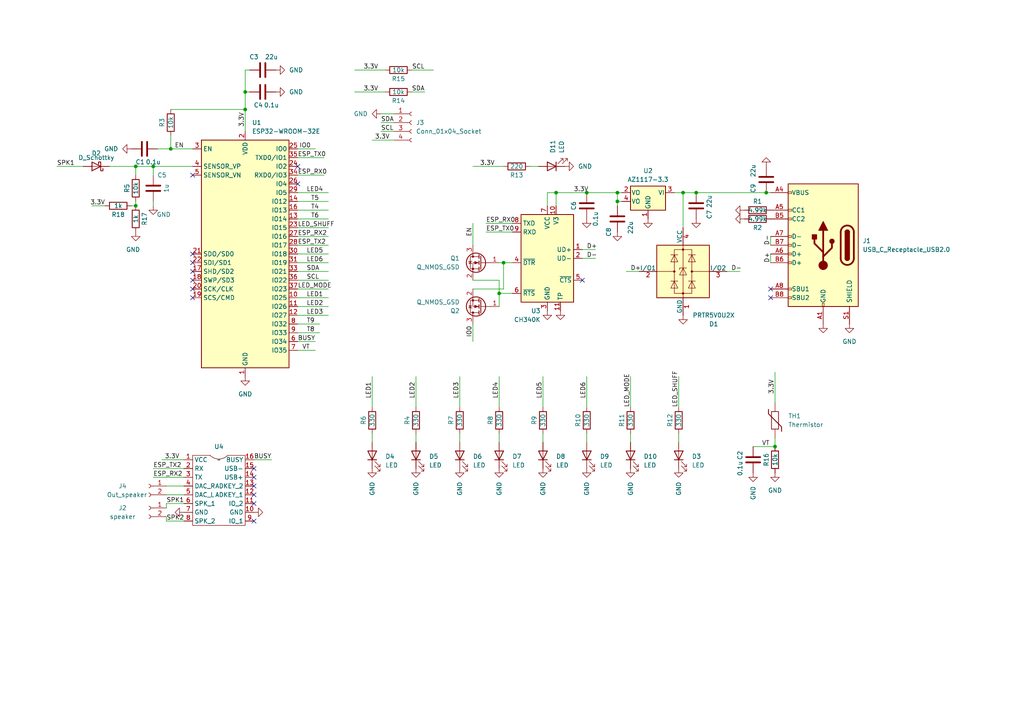
<source format=kicad_sch>
(kicad_sch (version 20230121) (generator eeschema)

  (uuid 0e04f19a-e6ad-41f4-b82d-f301e0f8f3b6)

  (paper "A4")

  (lib_symbols
    (symbol "Connector:Conn_01x02_Socket" (pin_names (offset 1.016) hide) (in_bom yes) (on_board yes)
      (property "Reference" "J" (at 0 2.54 0)
        (effects (font (size 1.27 1.27)))
      )
      (property "Value" "Conn_01x02_Socket" (at 0 -5.08 0)
        (effects (font (size 1.27 1.27)))
      )
      (property "Footprint" "" (at 0 0 0)
        (effects (font (size 1.27 1.27)) hide)
      )
      (property "Datasheet" "~" (at 0 0 0)
        (effects (font (size 1.27 1.27)) hide)
      )
      (property "ki_locked" "" (at 0 0 0)
        (effects (font (size 1.27 1.27)))
      )
      (property "ki_keywords" "connector" (at 0 0 0)
        (effects (font (size 1.27 1.27)) hide)
      )
      (property "ki_description" "Generic connector, single row, 01x02, script generated" (at 0 0 0)
        (effects (font (size 1.27 1.27)) hide)
      )
      (property "ki_fp_filters" "Connector*:*_1x??_*" (at 0 0 0)
        (effects (font (size 1.27 1.27)) hide)
      )
      (symbol "Conn_01x02_Socket_1_1"
        (arc (start 0 -2.032) (mid -0.5058 -2.54) (end 0 -3.048)
          (stroke (width 0.1524) (type default))
          (fill (type none))
        )
        (polyline
          (pts
            (xy -1.27 -2.54)
            (xy -0.508 -2.54)
          )
          (stroke (width 0.1524) (type default))
          (fill (type none))
        )
        (polyline
          (pts
            (xy -1.27 0)
            (xy -0.508 0)
          )
          (stroke (width 0.1524) (type default))
          (fill (type none))
        )
        (arc (start 0 0.508) (mid -0.5058 0) (end 0 -0.508)
          (stroke (width 0.1524) (type default))
          (fill (type none))
        )
        (pin passive line (at -5.08 0 0) (length 3.81)
          (name "Pin_1" (effects (font (size 1.27 1.27))))
          (number "1" (effects (font (size 1.27 1.27))))
        )
        (pin passive line (at -5.08 -2.54 0) (length 3.81)
          (name "Pin_2" (effects (font (size 1.27 1.27))))
          (number "2" (effects (font (size 1.27 1.27))))
        )
      )
    )
    (symbol "Connector:Conn_01x04_Socket" (pin_names (offset 1.016) hide) (in_bom yes) (on_board yes)
      (property "Reference" "J" (at 0 5.08 0)
        (effects (font (size 1.27 1.27)))
      )
      (property "Value" "Conn_01x04_Socket" (at 0 -7.62 0)
        (effects (font (size 1.27 1.27)))
      )
      (property "Footprint" "" (at 0 0 0)
        (effects (font (size 1.27 1.27)) hide)
      )
      (property "Datasheet" "~" (at 0 0 0)
        (effects (font (size 1.27 1.27)) hide)
      )
      (property "ki_locked" "" (at 0 0 0)
        (effects (font (size 1.27 1.27)))
      )
      (property "ki_keywords" "connector" (at 0 0 0)
        (effects (font (size 1.27 1.27)) hide)
      )
      (property "ki_description" "Generic connector, single row, 01x04, script generated" (at 0 0 0)
        (effects (font (size 1.27 1.27)) hide)
      )
      (property "ki_fp_filters" "Connector*:*_1x??_*" (at 0 0 0)
        (effects (font (size 1.27 1.27)) hide)
      )
      (symbol "Conn_01x04_Socket_1_1"
        (arc (start 0 -4.572) (mid -0.5058 -5.08) (end 0 -5.588)
          (stroke (width 0.1524) (type default))
          (fill (type none))
        )
        (arc (start 0 -2.032) (mid -0.5058 -2.54) (end 0 -3.048)
          (stroke (width 0.1524) (type default))
          (fill (type none))
        )
        (polyline
          (pts
            (xy -1.27 -5.08)
            (xy -0.508 -5.08)
          )
          (stroke (width 0.1524) (type default))
          (fill (type none))
        )
        (polyline
          (pts
            (xy -1.27 -2.54)
            (xy -0.508 -2.54)
          )
          (stroke (width 0.1524) (type default))
          (fill (type none))
        )
        (polyline
          (pts
            (xy -1.27 0)
            (xy -0.508 0)
          )
          (stroke (width 0.1524) (type default))
          (fill (type none))
        )
        (polyline
          (pts
            (xy -1.27 2.54)
            (xy -0.508 2.54)
          )
          (stroke (width 0.1524) (type default))
          (fill (type none))
        )
        (arc (start 0 0.508) (mid -0.5058 0) (end 0 -0.508)
          (stroke (width 0.1524) (type default))
          (fill (type none))
        )
        (arc (start 0 3.048) (mid -0.5058 2.54) (end 0 2.032)
          (stroke (width 0.1524) (type default))
          (fill (type none))
        )
        (pin passive line (at -5.08 2.54 0) (length 3.81)
          (name "Pin_1" (effects (font (size 1.27 1.27))))
          (number "1" (effects (font (size 1.27 1.27))))
        )
        (pin passive line (at -5.08 0 0) (length 3.81)
          (name "Pin_2" (effects (font (size 1.27 1.27))))
          (number "2" (effects (font (size 1.27 1.27))))
        )
        (pin passive line (at -5.08 -2.54 0) (length 3.81)
          (name "Pin_3" (effects (font (size 1.27 1.27))))
          (number "3" (effects (font (size 1.27 1.27))))
        )
        (pin passive line (at -5.08 -5.08 0) (length 3.81)
          (name "Pin_4" (effects (font (size 1.27 1.27))))
          (number "4" (effects (font (size 1.27 1.27))))
        )
      )
    )
    (symbol "Connector:USB_C_Receptacle_USB2.0" (pin_names (offset 1.016)) (in_bom yes) (on_board yes)
      (property "Reference" "J" (at -10.16 19.05 0)
        (effects (font (size 1.27 1.27)) (justify left))
      )
      (property "Value" "USB_C_Receptacle_USB2.0" (at 19.05 19.05 0)
        (effects (font (size 1.27 1.27)) (justify right))
      )
      (property "Footprint" "" (at 3.81 0 0)
        (effects (font (size 1.27 1.27)) hide)
      )
      (property "Datasheet" "https://www.usb.org/sites/default/files/documents/usb_type-c.zip" (at 3.81 0 0)
        (effects (font (size 1.27 1.27)) hide)
      )
      (property "ki_keywords" "usb universal serial bus type-C USB2.0" (at 0 0 0)
        (effects (font (size 1.27 1.27)) hide)
      )
      (property "ki_description" "USB 2.0-only Type-C Receptacle connector" (at 0 0 0)
        (effects (font (size 1.27 1.27)) hide)
      )
      (property "ki_fp_filters" "USB*C*Receptacle*" (at 0 0 0)
        (effects (font (size 1.27 1.27)) hide)
      )
      (symbol "USB_C_Receptacle_USB2.0_0_0"
        (rectangle (start -0.254 -17.78) (end 0.254 -16.764)
          (stroke (width 0) (type default))
          (fill (type none))
        )
        (rectangle (start 10.16 -14.986) (end 9.144 -15.494)
          (stroke (width 0) (type default))
          (fill (type none))
        )
        (rectangle (start 10.16 -12.446) (end 9.144 -12.954)
          (stroke (width 0) (type default))
          (fill (type none))
        )
        (rectangle (start 10.16 -4.826) (end 9.144 -5.334)
          (stroke (width 0) (type default))
          (fill (type none))
        )
        (rectangle (start 10.16 -2.286) (end 9.144 -2.794)
          (stroke (width 0) (type default))
          (fill (type none))
        )
        (rectangle (start 10.16 0.254) (end 9.144 -0.254)
          (stroke (width 0) (type default))
          (fill (type none))
        )
        (rectangle (start 10.16 2.794) (end 9.144 2.286)
          (stroke (width 0) (type default))
          (fill (type none))
        )
        (rectangle (start 10.16 7.874) (end 9.144 7.366)
          (stroke (width 0) (type default))
          (fill (type none))
        )
        (rectangle (start 10.16 10.414) (end 9.144 9.906)
          (stroke (width 0) (type default))
          (fill (type none))
        )
        (rectangle (start 10.16 15.494) (end 9.144 14.986)
          (stroke (width 0) (type default))
          (fill (type none))
        )
      )
      (symbol "USB_C_Receptacle_USB2.0_0_1"
        (rectangle (start -10.16 17.78) (end 10.16 -17.78)
          (stroke (width 0.254) (type default))
          (fill (type background))
        )
        (arc (start -8.89 -3.81) (mid -6.985 -5.7067) (end -5.08 -3.81)
          (stroke (width 0.508) (type default))
          (fill (type none))
        )
        (arc (start -7.62 -3.81) (mid -6.985 -4.4423) (end -6.35 -3.81)
          (stroke (width 0.254) (type default))
          (fill (type none))
        )
        (arc (start -7.62 -3.81) (mid -6.985 -4.4423) (end -6.35 -3.81)
          (stroke (width 0.254) (type default))
          (fill (type outline))
        )
        (rectangle (start -7.62 -3.81) (end -6.35 3.81)
          (stroke (width 0.254) (type default))
          (fill (type outline))
        )
        (arc (start -6.35 3.81) (mid -6.985 4.4423) (end -7.62 3.81)
          (stroke (width 0.254) (type default))
          (fill (type none))
        )
        (arc (start -6.35 3.81) (mid -6.985 4.4423) (end -7.62 3.81)
          (stroke (width 0.254) (type default))
          (fill (type outline))
        )
        (arc (start -5.08 3.81) (mid -6.985 5.7067) (end -8.89 3.81)
          (stroke (width 0.508) (type default))
          (fill (type none))
        )
        (circle (center -2.54 1.143) (radius 0.635)
          (stroke (width 0.254) (type default))
          (fill (type outline))
        )
        (circle (center 0 -5.842) (radius 1.27)
          (stroke (width 0) (type default))
          (fill (type outline))
        )
        (polyline
          (pts
            (xy -8.89 -3.81)
            (xy -8.89 3.81)
          )
          (stroke (width 0.508) (type default))
          (fill (type none))
        )
        (polyline
          (pts
            (xy -5.08 3.81)
            (xy -5.08 -3.81)
          )
          (stroke (width 0.508) (type default))
          (fill (type none))
        )
        (polyline
          (pts
            (xy 0 -5.842)
            (xy 0 4.318)
          )
          (stroke (width 0.508) (type default))
          (fill (type none))
        )
        (polyline
          (pts
            (xy 0 -3.302)
            (xy -2.54 -0.762)
            (xy -2.54 0.508)
          )
          (stroke (width 0.508) (type default))
          (fill (type none))
        )
        (polyline
          (pts
            (xy 0 -2.032)
            (xy 2.54 0.508)
            (xy 2.54 1.778)
          )
          (stroke (width 0.508) (type default))
          (fill (type none))
        )
        (polyline
          (pts
            (xy -1.27 4.318)
            (xy 0 6.858)
            (xy 1.27 4.318)
            (xy -1.27 4.318)
          )
          (stroke (width 0.254) (type default))
          (fill (type outline))
        )
        (rectangle (start 1.905 1.778) (end 3.175 3.048)
          (stroke (width 0.254) (type default))
          (fill (type outline))
        )
      )
      (symbol "USB_C_Receptacle_USB2.0_1_1"
        (pin passive line (at 0 -22.86 90) (length 5.08)
          (name "GND" (effects (font (size 1.27 1.27))))
          (number "A1" (effects (font (size 1.27 1.27))))
        )
        (pin passive line (at 0 -22.86 90) (length 5.08) hide
          (name "GND" (effects (font (size 1.27 1.27))))
          (number "A12" (effects (font (size 1.27 1.27))))
        )
        (pin passive line (at 15.24 15.24 180) (length 5.08)
          (name "VBUS" (effects (font (size 1.27 1.27))))
          (number "A4" (effects (font (size 1.27 1.27))))
        )
        (pin bidirectional line (at 15.24 10.16 180) (length 5.08)
          (name "CC1" (effects (font (size 1.27 1.27))))
          (number "A5" (effects (font (size 1.27 1.27))))
        )
        (pin bidirectional line (at 15.24 -2.54 180) (length 5.08)
          (name "D+" (effects (font (size 1.27 1.27))))
          (number "A6" (effects (font (size 1.27 1.27))))
        )
        (pin bidirectional line (at 15.24 2.54 180) (length 5.08)
          (name "D-" (effects (font (size 1.27 1.27))))
          (number "A7" (effects (font (size 1.27 1.27))))
        )
        (pin bidirectional line (at 15.24 -12.7 180) (length 5.08)
          (name "SBU1" (effects (font (size 1.27 1.27))))
          (number "A8" (effects (font (size 1.27 1.27))))
        )
        (pin passive line (at 15.24 15.24 180) (length 5.08) hide
          (name "VBUS" (effects (font (size 1.27 1.27))))
          (number "A9" (effects (font (size 1.27 1.27))))
        )
        (pin passive line (at 0 -22.86 90) (length 5.08) hide
          (name "GND" (effects (font (size 1.27 1.27))))
          (number "B1" (effects (font (size 1.27 1.27))))
        )
        (pin passive line (at 0 -22.86 90) (length 5.08) hide
          (name "GND" (effects (font (size 1.27 1.27))))
          (number "B12" (effects (font (size 1.27 1.27))))
        )
        (pin passive line (at 15.24 15.24 180) (length 5.08) hide
          (name "VBUS" (effects (font (size 1.27 1.27))))
          (number "B4" (effects (font (size 1.27 1.27))))
        )
        (pin bidirectional line (at 15.24 7.62 180) (length 5.08)
          (name "CC2" (effects (font (size 1.27 1.27))))
          (number "B5" (effects (font (size 1.27 1.27))))
        )
        (pin bidirectional line (at 15.24 -5.08 180) (length 5.08)
          (name "D+" (effects (font (size 1.27 1.27))))
          (number "B6" (effects (font (size 1.27 1.27))))
        )
        (pin bidirectional line (at 15.24 0 180) (length 5.08)
          (name "D-" (effects (font (size 1.27 1.27))))
          (number "B7" (effects (font (size 1.27 1.27))))
        )
        (pin bidirectional line (at 15.24 -15.24 180) (length 5.08)
          (name "SBU2" (effects (font (size 1.27 1.27))))
          (number "B8" (effects (font (size 1.27 1.27))))
        )
        (pin passive line (at 15.24 15.24 180) (length 5.08) hide
          (name "VBUS" (effects (font (size 1.27 1.27))))
          (number "B9" (effects (font (size 1.27 1.27))))
        )
        (pin passive line (at -7.62 -22.86 90) (length 5.08)
          (name "SHIELD" (effects (font (size 1.27 1.27))))
          (number "S1" (effects (font (size 1.27 1.27))))
        )
      )
    )
    (symbol "Device:C" (pin_numbers hide) (pin_names (offset 0.254)) (in_bom yes) (on_board yes)
      (property "Reference" "C" (at 0.635 2.54 0)
        (effects (font (size 1.27 1.27)) (justify left))
      )
      (property "Value" "C" (at 0.635 -2.54 0)
        (effects (font (size 1.27 1.27)) (justify left))
      )
      (property "Footprint" "" (at 0.9652 -3.81 0)
        (effects (font (size 1.27 1.27)) hide)
      )
      (property "Datasheet" "~" (at 0 0 0)
        (effects (font (size 1.27 1.27)) hide)
      )
      (property "ki_keywords" "cap capacitor" (at 0 0 0)
        (effects (font (size 1.27 1.27)) hide)
      )
      (property "ki_description" "Unpolarized capacitor" (at 0 0 0)
        (effects (font (size 1.27 1.27)) hide)
      )
      (property "ki_fp_filters" "C_*" (at 0 0 0)
        (effects (font (size 1.27 1.27)) hide)
      )
      (symbol "C_0_1"
        (polyline
          (pts
            (xy -2.032 -0.762)
            (xy 2.032 -0.762)
          )
          (stroke (width 0.508) (type default))
          (fill (type none))
        )
        (polyline
          (pts
            (xy -2.032 0.762)
            (xy 2.032 0.762)
          )
          (stroke (width 0.508) (type default))
          (fill (type none))
        )
      )
      (symbol "C_1_1"
        (pin passive line (at 0 3.81 270) (length 2.794)
          (name "~" (effects (font (size 1.27 1.27))))
          (number "1" (effects (font (size 1.27 1.27))))
        )
        (pin passive line (at 0 -3.81 90) (length 2.794)
          (name "~" (effects (font (size 1.27 1.27))))
          (number "2" (effects (font (size 1.27 1.27))))
        )
      )
    )
    (symbol "Device:D_Schottky" (pin_numbers hide) (pin_names (offset 1.016) hide) (in_bom yes) (on_board yes)
      (property "Reference" "D" (at 0 2.54 0)
        (effects (font (size 1.27 1.27)))
      )
      (property "Value" "D_Schottky" (at 0 -2.54 0)
        (effects (font (size 1.27 1.27)))
      )
      (property "Footprint" "" (at 0 0 0)
        (effects (font (size 1.27 1.27)) hide)
      )
      (property "Datasheet" "~" (at 0 0 0)
        (effects (font (size 1.27 1.27)) hide)
      )
      (property "ki_keywords" "diode Schottky" (at 0 0 0)
        (effects (font (size 1.27 1.27)) hide)
      )
      (property "ki_description" "Schottky diode" (at 0 0 0)
        (effects (font (size 1.27 1.27)) hide)
      )
      (property "ki_fp_filters" "TO-???* *_Diode_* *SingleDiode* D_*" (at 0 0 0)
        (effects (font (size 1.27 1.27)) hide)
      )
      (symbol "D_Schottky_0_1"
        (polyline
          (pts
            (xy 1.27 0)
            (xy -1.27 0)
          )
          (stroke (width 0) (type default))
          (fill (type none))
        )
        (polyline
          (pts
            (xy 1.27 1.27)
            (xy 1.27 -1.27)
            (xy -1.27 0)
            (xy 1.27 1.27)
          )
          (stroke (width 0.254) (type default))
          (fill (type none))
        )
        (polyline
          (pts
            (xy -1.905 0.635)
            (xy -1.905 1.27)
            (xy -1.27 1.27)
            (xy -1.27 -1.27)
            (xy -0.635 -1.27)
            (xy -0.635 -0.635)
          )
          (stroke (width 0.254) (type default))
          (fill (type none))
        )
      )
      (symbol "D_Schottky_1_1"
        (pin passive line (at -3.81 0 0) (length 2.54)
          (name "K" (effects (font (size 1.27 1.27))))
          (number "1" (effects (font (size 1.27 1.27))))
        )
        (pin passive line (at 3.81 0 180) (length 2.54)
          (name "A" (effects (font (size 1.27 1.27))))
          (number "2" (effects (font (size 1.27 1.27))))
        )
      )
    )
    (symbol "Device:LED" (pin_numbers hide) (pin_names (offset 1.016) hide) (in_bom yes) (on_board yes)
      (property "Reference" "D" (at 0 2.54 0)
        (effects (font (size 1.27 1.27)))
      )
      (property "Value" "LED" (at 0 -2.54 0)
        (effects (font (size 1.27 1.27)))
      )
      (property "Footprint" "" (at 0 0 0)
        (effects (font (size 1.27 1.27)) hide)
      )
      (property "Datasheet" "~" (at 0 0 0)
        (effects (font (size 1.27 1.27)) hide)
      )
      (property "ki_keywords" "LED diode" (at 0 0 0)
        (effects (font (size 1.27 1.27)) hide)
      )
      (property "ki_description" "Light emitting diode" (at 0 0 0)
        (effects (font (size 1.27 1.27)) hide)
      )
      (property "ki_fp_filters" "LED* LED_SMD:* LED_THT:*" (at 0 0 0)
        (effects (font (size 1.27 1.27)) hide)
      )
      (symbol "LED_0_1"
        (polyline
          (pts
            (xy -1.27 -1.27)
            (xy -1.27 1.27)
          )
          (stroke (width 0.254) (type default))
          (fill (type none))
        )
        (polyline
          (pts
            (xy -1.27 0)
            (xy 1.27 0)
          )
          (stroke (width 0) (type default))
          (fill (type none))
        )
        (polyline
          (pts
            (xy 1.27 -1.27)
            (xy 1.27 1.27)
            (xy -1.27 0)
            (xy 1.27 -1.27)
          )
          (stroke (width 0.254) (type default))
          (fill (type none))
        )
        (polyline
          (pts
            (xy -3.048 -0.762)
            (xy -4.572 -2.286)
            (xy -3.81 -2.286)
            (xy -4.572 -2.286)
            (xy -4.572 -1.524)
          )
          (stroke (width 0) (type default))
          (fill (type none))
        )
        (polyline
          (pts
            (xy -1.778 -0.762)
            (xy -3.302 -2.286)
            (xy -2.54 -2.286)
            (xy -3.302 -2.286)
            (xy -3.302 -1.524)
          )
          (stroke (width 0) (type default))
          (fill (type none))
        )
      )
      (symbol "LED_1_1"
        (pin passive line (at -3.81 0 0) (length 2.54)
          (name "K" (effects (font (size 1.27 1.27))))
          (number "1" (effects (font (size 1.27 1.27))))
        )
        (pin passive line (at 3.81 0 180) (length 2.54)
          (name "A" (effects (font (size 1.27 1.27))))
          (number "2" (effects (font (size 1.27 1.27))))
        )
      )
    )
    (symbol "Device:Q_NMOS_GSD" (pin_names (offset 0) hide) (in_bom yes) (on_board yes)
      (property "Reference" "Q" (at 5.08 1.27 0)
        (effects (font (size 1.27 1.27)) (justify left))
      )
      (property "Value" "Q_NMOS_GSD" (at 5.08 -1.27 0)
        (effects (font (size 1.27 1.27)) (justify left))
      )
      (property "Footprint" "" (at 5.08 2.54 0)
        (effects (font (size 1.27 1.27)) hide)
      )
      (property "Datasheet" "~" (at 0 0 0)
        (effects (font (size 1.27 1.27)) hide)
      )
      (property "ki_keywords" "transistor NMOS N-MOS N-MOSFET" (at 0 0 0)
        (effects (font (size 1.27 1.27)) hide)
      )
      (property "ki_description" "N-MOSFET transistor, gate/source/drain" (at 0 0 0)
        (effects (font (size 1.27 1.27)) hide)
      )
      (symbol "Q_NMOS_GSD_0_1"
        (polyline
          (pts
            (xy 0.254 0)
            (xy -2.54 0)
          )
          (stroke (width 0) (type default))
          (fill (type none))
        )
        (polyline
          (pts
            (xy 0.254 1.905)
            (xy 0.254 -1.905)
          )
          (stroke (width 0.254) (type default))
          (fill (type none))
        )
        (polyline
          (pts
            (xy 0.762 -1.27)
            (xy 0.762 -2.286)
          )
          (stroke (width 0.254) (type default))
          (fill (type none))
        )
        (polyline
          (pts
            (xy 0.762 0.508)
            (xy 0.762 -0.508)
          )
          (stroke (width 0.254) (type default))
          (fill (type none))
        )
        (polyline
          (pts
            (xy 0.762 2.286)
            (xy 0.762 1.27)
          )
          (stroke (width 0.254) (type default))
          (fill (type none))
        )
        (polyline
          (pts
            (xy 2.54 2.54)
            (xy 2.54 1.778)
          )
          (stroke (width 0) (type default))
          (fill (type none))
        )
        (polyline
          (pts
            (xy 2.54 -2.54)
            (xy 2.54 0)
            (xy 0.762 0)
          )
          (stroke (width 0) (type default))
          (fill (type none))
        )
        (polyline
          (pts
            (xy 0.762 -1.778)
            (xy 3.302 -1.778)
            (xy 3.302 1.778)
            (xy 0.762 1.778)
          )
          (stroke (width 0) (type default))
          (fill (type none))
        )
        (polyline
          (pts
            (xy 1.016 0)
            (xy 2.032 0.381)
            (xy 2.032 -0.381)
            (xy 1.016 0)
          )
          (stroke (width 0) (type default))
          (fill (type outline))
        )
        (polyline
          (pts
            (xy 2.794 0.508)
            (xy 2.921 0.381)
            (xy 3.683 0.381)
            (xy 3.81 0.254)
          )
          (stroke (width 0) (type default))
          (fill (type none))
        )
        (polyline
          (pts
            (xy 3.302 0.381)
            (xy 2.921 -0.254)
            (xy 3.683 -0.254)
            (xy 3.302 0.381)
          )
          (stroke (width 0) (type default))
          (fill (type none))
        )
        (circle (center 1.651 0) (radius 2.794)
          (stroke (width 0.254) (type default))
          (fill (type none))
        )
        (circle (center 2.54 -1.778) (radius 0.254)
          (stroke (width 0) (type default))
          (fill (type outline))
        )
        (circle (center 2.54 1.778) (radius 0.254)
          (stroke (width 0) (type default))
          (fill (type outline))
        )
      )
      (symbol "Q_NMOS_GSD_1_1"
        (pin input line (at -5.08 0 0) (length 2.54)
          (name "G" (effects (font (size 1.27 1.27))))
          (number "1" (effects (font (size 1.27 1.27))))
        )
        (pin passive line (at 2.54 -5.08 90) (length 2.54)
          (name "S" (effects (font (size 1.27 1.27))))
          (number "2" (effects (font (size 1.27 1.27))))
        )
        (pin passive line (at 2.54 5.08 270) (length 2.54)
          (name "D" (effects (font (size 1.27 1.27))))
          (number "3" (effects (font (size 1.27 1.27))))
        )
      )
    )
    (symbol "Device:R" (pin_numbers hide) (pin_names (offset 0)) (in_bom yes) (on_board yes)
      (property "Reference" "R" (at 2.032 0 90)
        (effects (font (size 1.27 1.27)))
      )
      (property "Value" "R" (at 0 0 90)
        (effects (font (size 1.27 1.27)))
      )
      (property "Footprint" "" (at -1.778 0 90)
        (effects (font (size 1.27 1.27)) hide)
      )
      (property "Datasheet" "~" (at 0 0 0)
        (effects (font (size 1.27 1.27)) hide)
      )
      (property "ki_keywords" "R res resistor" (at 0 0 0)
        (effects (font (size 1.27 1.27)) hide)
      )
      (property "ki_description" "Resistor" (at 0 0 0)
        (effects (font (size 1.27 1.27)) hide)
      )
      (property "ki_fp_filters" "R_*" (at 0 0 0)
        (effects (font (size 1.27 1.27)) hide)
      )
      (symbol "R_0_1"
        (rectangle (start -1.016 -2.54) (end 1.016 2.54)
          (stroke (width 0.254) (type default))
          (fill (type none))
        )
      )
      (symbol "R_1_1"
        (pin passive line (at 0 3.81 270) (length 1.27)
          (name "~" (effects (font (size 1.27 1.27))))
          (number "1" (effects (font (size 1.27 1.27))))
        )
        (pin passive line (at 0 -3.81 90) (length 1.27)
          (name "~" (effects (font (size 1.27 1.27))))
          (number "2" (effects (font (size 1.27 1.27))))
        )
      )
    )
    (symbol "Device:Thermistor" (pin_numbers hide) (pin_names (offset 0)) (in_bom yes) (on_board yes)
      (property "Reference" "TH" (at 2.54 1.27 90)
        (effects (font (size 1.27 1.27)))
      )
      (property "Value" "Thermistor" (at -2.54 0 90)
        (effects (font (size 1.27 1.27)) (justify bottom))
      )
      (property "Footprint" "" (at 0 0 0)
        (effects (font (size 1.27 1.27)) hide)
      )
      (property "Datasheet" "~" (at 0 0 0)
        (effects (font (size 1.27 1.27)) hide)
      )
      (property "ki_keywords" "R res thermistor" (at 0 0 0)
        (effects (font (size 1.27 1.27)) hide)
      )
      (property "ki_description" "Temperature dependent resistor" (at 0 0 0)
        (effects (font (size 1.27 1.27)) hide)
      )
      (property "ki_fp_filters" "R_*" (at 0 0 0)
        (effects (font (size 1.27 1.27)) hide)
      )
      (symbol "Thermistor_0_1"
        (rectangle (start -1.016 2.54) (end 1.016 -2.54)
          (stroke (width 0.2032) (type default))
          (fill (type none))
        )
        (polyline
          (pts
            (xy -1.905 3.175)
            (xy -1.905 1.905)
            (xy 1.905 -1.905)
            (xy 1.905 -3.175)
            (xy 1.905 -3.175)
          )
          (stroke (width 0.254) (type default))
          (fill (type none))
        )
      )
      (symbol "Thermistor_1_1"
        (pin passive line (at 0 5.08 270) (length 2.54)
          (name "~" (effects (font (size 1.27 1.27))))
          (number "1" (effects (font (size 1.27 1.27))))
        )
        (pin passive line (at 0 -5.08 90) (length 2.54)
          (name "~" (effects (font (size 1.27 1.27))))
          (number "2" (effects (font (size 1.27 1.27))))
        )
      )
    )
    (symbol "Interface_USB:CH340E" (in_bom yes) (on_board yes)
      (property "Reference" "U3" (at 1.9559 -15.24 0)
        (effects (font (size 1.27 1.27)) (justify left))
      )
      (property "Value" "CH340K" (at 1.9559 -17.78 0)
        (effects (font (size 1.27 1.27)) (justify left))
      )
      (property "Footprint" "Makiboard:CH340K" (at 1.27 -13.97 0)
        (effects (font (size 1.27 1.27)) (justify left) hide)
      )
      (property "Datasheet" "https://www.mpja.com/download/35227cpdata.pdf" (at -8.89 20.32 0)
        (effects (font (size 1.27 1.27)) hide)
      )
      (property "ki_keywords" "USB UART Serial Converter Interface" (at 0 0 0)
        (effects (font (size 1.27 1.27)) hide)
      )
      (property "ki_description" "USB serial converter, UART, MSOP-10" (at 0 0 0)
        (effects (font (size 1.27 1.27)) hide)
      )
      (property "ki_fp_filters" "MSOP*3x3mm*P0.5mm*" (at 0 0 0)
        (effects (font (size 1.27 1.27)) hide)
      )
      (symbol "CH340E_0_1"
        (rectangle (start -7.62 12.7) (end 7.62 -12.7)
          (stroke (width 0.254) (type default))
          (fill (type background))
        )
      )
      (symbol "CH340E_1_1"
        (pin bidirectional line (at -10.16 2.54 0) (length 2.54)
          (name "UD+" (effects (font (size 1.27 1.27))))
          (number "1" (effects (font (size 1.27 1.27))))
        )
        (pin passive line (at -2.54 15.24 270) (length 2.54)
          (name "V3" (effects (font (size 1.27 1.27))))
          (number "10" (effects (font (size 1.27 1.27))))
        )
        (pin power_in line (at -3.81 -15.24 90) (length 2.54)
          (name "TP" (effects (font (size 1.27 1.27))))
          (number "11" (effects (font (size 1.27 1.27))))
        )
        (pin bidirectional line (at -10.16 0 0) (length 2.54)
          (name "UD-" (effects (font (size 1.27 1.27))))
          (number "2" (effects (font (size 1.27 1.27))))
        )
        (pin power_in line (at 0 -15.24 90) (length 2.54)
          (name "GND" (effects (font (size 1.27 1.27))))
          (number "3" (effects (font (size 1.27 1.27))))
        )
        (pin output line (at 10.16 -1.27 180) (length 2.54)
          (name "~{DTR}" (effects (font (size 1.27 1.27))))
          (number "4" (effects (font (size 1.27 1.27))))
        )
        (pin output line (at -10.16 -6.35 0) (length 2.54)
          (name "~{CTS}" (effects (font (size 1.27 1.27))))
          (number "5" (effects (font (size 1.27 1.27))))
        )
        (pin output line (at 10.16 -10.16 180) (length 2.54)
          (name "~{RTS}" (effects (font (size 1.27 1.27))))
          (number "6" (effects (font (size 1.27 1.27))))
        )
        (pin power_in line (at 0 15.24 270) (length 2.54)
          (name "VCC" (effects (font (size 1.27 1.27))))
          (number "7" (effects (font (size 1.27 1.27))))
        )
        (pin output line (at 10.16 10.16 180) (length 2.54)
          (name "TXD" (effects (font (size 1.27 1.27))))
          (number "8" (effects (font (size 1.27 1.27))))
        )
        (pin input line (at 10.16 7.62 180) (length 2.54)
          (name "RXD" (effects (font (size 1.27 1.27))))
          (number "9" (effects (font (size 1.27 1.27))))
        )
      )
    )
    (symbol "Power_Protection:PRTR5V0U2X" (pin_names (offset 0)) (in_bom yes) (on_board yes)
      (property "Reference" "D" (at 2.794 8.636 0)
        (effects (font (size 1.27 1.27)))
      )
      (property "Value" "PRTR5V0U2X" (at 8.128 -9.398 0)
        (effects (font (size 1.27 1.27)))
      )
      (property "Footprint" "Package_TO_SOT_SMD:SOT-143" (at 1.524 0 0)
        (effects (font (size 1.27 1.27)) hide)
      )
      (property "Datasheet" "https://assets.nexperia.com/documents/data-sheet/PRTR5V0U2X.pdf" (at 1.524 0 0)
        (effects (font (size 1.27 1.27)) hide)
      )
      (property "ki_keywords" "ESD protection diode" (at 0 0 0)
        (effects (font (size 1.27 1.27)) hide)
      )
      (property "ki_description" "Ultra low capacitance double rail-to-rail ESD protection diode, SOT-143" (at 0 0 0)
        (effects (font (size 1.27 1.27)) hide)
      )
      (property "ki_fp_filters" "SOT?143*" (at 0 0 0)
        (effects (font (size 1.27 1.27)) hide)
      )
      (symbol "PRTR5V0U2X_0_1"
        (rectangle (start -7.62 -7.62) (end 7.62 7.62)
          (stroke (width 0.254) (type default))
          (fill (type background))
        )
        (circle (center -2.54 0) (radius 0.254)
          (stroke (width 0) (type default))
          (fill (type outline))
        )
        (rectangle (start -2.54 6.35) (end 2.54 -6.35)
          (stroke (width 0) (type default))
          (fill (type none))
        )
        (circle (center 0 -6.35) (radius 0.254)
          (stroke (width 0) (type default))
          (fill (type outline))
        )
        (polyline
          (pts
            (xy -2.54 0)
            (xy -7.62 0)
          )
          (stroke (width 0) (type default))
          (fill (type none))
        )
        (polyline
          (pts
            (xy -1.524 -2.794)
            (xy -3.556 -2.794)
          )
          (stroke (width 0) (type default))
          (fill (type none))
        )
        (polyline
          (pts
            (xy -1.524 4.826)
            (xy -3.556 4.826)
          )
          (stroke (width 0) (type default))
          (fill (type none))
        )
        (polyline
          (pts
            (xy 0 -7.62)
            (xy 0 7.62)
          )
          (stroke (width 0) (type default))
          (fill (type none))
        )
        (polyline
          (pts
            (xy 1.524 -2.794)
            (xy 3.556 -2.794)
          )
          (stroke (width 0) (type default))
          (fill (type none))
        )
        (polyline
          (pts
            (xy 1.524 4.826)
            (xy 3.556 4.826)
          )
          (stroke (width 0) (type default))
          (fill (type none))
        )
        (polyline
          (pts
            (xy 2.54 0)
            (xy 7.62 0)
          )
          (stroke (width 0) (type default))
          (fill (type none))
        )
        (polyline
          (pts
            (xy 1.016 1.016)
            (xy -1.016 1.016)
            (xy -1.016 0.508)
          )
          (stroke (width 0) (type default))
          (fill (type none))
        )
        (polyline
          (pts
            (xy -3.556 -4.826)
            (xy -1.524 -4.826)
            (xy -2.54 -2.794)
            (xy -3.556 -4.826)
          )
          (stroke (width 0) (type default))
          (fill (type none))
        )
        (polyline
          (pts
            (xy -3.556 2.794)
            (xy -1.524 2.794)
            (xy -2.54 4.826)
            (xy -3.556 2.794)
          )
          (stroke (width 0) (type default))
          (fill (type none))
        )
        (polyline
          (pts
            (xy -1.016 -1.016)
            (xy 1.016 -1.016)
            (xy 0 1.016)
            (xy -1.016 -1.016)
          )
          (stroke (width 0) (type default))
          (fill (type none))
        )
        (polyline
          (pts
            (xy 3.556 -4.826)
            (xy 1.524 -4.826)
            (xy 2.54 -2.794)
            (xy 3.556 -4.826)
          )
          (stroke (width 0) (type default))
          (fill (type none))
        )
        (polyline
          (pts
            (xy 3.556 2.794)
            (xy 1.524 2.794)
            (xy 2.54 4.826)
            (xy 3.556 2.794)
          )
          (stroke (width 0) (type default))
          (fill (type none))
        )
        (circle (center 0 6.35) (radius 0.254)
          (stroke (width 0) (type default))
          (fill (type outline))
        )
        (circle (center 2.54 0) (radius 0.254)
          (stroke (width 0) (type default))
          (fill (type outline))
        )
      )
      (symbol "PRTR5V0U2X_1_1"
        (pin passive line (at 0 -12.7 90) (length 5.08)
          (name "GND" (effects (font (size 1.27 1.27))))
          (number "1" (effects (font (size 1.27 1.27))))
        )
        (pin passive line (at -12.7 0 0) (length 5.08)
          (name "I/O1" (effects (font (size 1.27 1.27))))
          (number "2" (effects (font (size 1.27 1.27))))
        )
        (pin passive line (at 12.7 0 180) (length 5.08)
          (name "I/O2" (effects (font (size 1.27 1.27))))
          (number "3" (effects (font (size 1.27 1.27))))
        )
        (pin passive line (at 0 12.7 270) (length 5.08)
          (name "VCC" (effects (font (size 1.27 1.27))))
          (number "4" (effects (font (size 1.27 1.27))))
        )
      )
    )
    (symbol "RF_Module:ESP32-WROOM-32D" (in_bom yes) (on_board yes)
      (property "Reference" "U" (at -12.7 34.29 0)
        (effects (font (size 1.27 1.27)) (justify left))
      )
      (property "Value" "ESP32-WROOM-32D" (at 1.27 34.29 0)
        (effects (font (size 1.27 1.27)) (justify left))
      )
      (property "Footprint" "RF_Module:ESP32-WROOM-32D" (at 16.51 -34.29 0)
        (effects (font (size 1.27 1.27)) hide)
      )
      (property "Datasheet" "https://www.espressif.com/sites/default/files/documentation/esp32-wroom-32d_esp32-wroom-32u_datasheet_en.pdf" (at -7.62 1.27 0)
        (effects (font (size 1.27 1.27)) hide)
      )
      (property "ki_keywords" "RF Radio BT ESP ESP32 Espressif onboard PCB antenna" (at 0 0 0)
        (effects (font (size 1.27 1.27)) hide)
      )
      (property "ki_description" "RF Module, ESP32-D0WD SoC, Wi-Fi 802.11b/g/n, Bluetooth, BLE, 32-bit, 2.7-3.6V, onboard antenna, SMD" (at 0 0 0)
        (effects (font (size 1.27 1.27)) hide)
      )
      (property "ki_fp_filters" "ESP32?WROOM?32D*" (at 0 0 0)
        (effects (font (size 1.27 1.27)) hide)
      )
      (symbol "ESP32-WROOM-32D_0_1"
        (rectangle (start -12.7 33.02) (end 12.7 -33.02)
          (stroke (width 0.254) (type default))
          (fill (type background))
        )
      )
      (symbol "ESP32-WROOM-32D_1_1"
        (pin power_in line (at 0 -35.56 90) (length 2.54)
          (name "GND" (effects (font (size 1.27 1.27))))
          (number "1" (effects (font (size 1.27 1.27))))
        )
        (pin bidirectional line (at 15.24 -12.7 180) (length 2.54)
          (name "IO25" (effects (font (size 1.27 1.27))))
          (number "10" (effects (font (size 1.27 1.27))))
        )
        (pin bidirectional line (at 15.24 -15.24 180) (length 2.54)
          (name "IO26" (effects (font (size 1.27 1.27))))
          (number "11" (effects (font (size 1.27 1.27))))
        )
        (pin bidirectional line (at 15.24 -17.78 180) (length 2.54)
          (name "IO27" (effects (font (size 1.27 1.27))))
          (number "12" (effects (font (size 1.27 1.27))))
        )
        (pin bidirectional line (at 15.24 10.16 180) (length 2.54)
          (name "IO14" (effects (font (size 1.27 1.27))))
          (number "13" (effects (font (size 1.27 1.27))))
        )
        (pin bidirectional line (at 15.24 15.24 180) (length 2.54)
          (name "IO12" (effects (font (size 1.27 1.27))))
          (number "14" (effects (font (size 1.27 1.27))))
        )
        (pin passive line (at 0 -35.56 90) (length 2.54) hide
          (name "GND" (effects (font (size 1.27 1.27))))
          (number "15" (effects (font (size 1.27 1.27))))
        )
        (pin bidirectional line (at 15.24 12.7 180) (length 2.54)
          (name "IO13" (effects (font (size 1.27 1.27))))
          (number "16" (effects (font (size 1.27 1.27))))
        )
        (pin bidirectional line (at -15.24 -5.08 0) (length 2.54)
          (name "SHD/SD2" (effects (font (size 1.27 1.27))))
          (number "17" (effects (font (size 1.27 1.27))))
        )
        (pin bidirectional line (at -15.24 -7.62 0) (length 2.54)
          (name "SWP/SD3" (effects (font (size 1.27 1.27))))
          (number "18" (effects (font (size 1.27 1.27))))
        )
        (pin bidirectional line (at -15.24 -12.7 0) (length 2.54)
          (name "SCS/CMD" (effects (font (size 1.27 1.27))))
          (number "19" (effects (font (size 1.27 1.27))))
        )
        (pin power_in line (at 0 35.56 270) (length 2.54)
          (name "VDD" (effects (font (size 1.27 1.27))))
          (number "2" (effects (font (size 1.27 1.27))))
        )
        (pin bidirectional line (at -15.24 -10.16 0) (length 2.54)
          (name "SCK/CLK" (effects (font (size 1.27 1.27))))
          (number "20" (effects (font (size 1.27 1.27))))
        )
        (pin bidirectional line (at -15.24 0 0) (length 2.54)
          (name "SDO/SD0" (effects (font (size 1.27 1.27))))
          (number "21" (effects (font (size 1.27 1.27))))
        )
        (pin bidirectional line (at -15.24 -2.54 0) (length 2.54)
          (name "SDI/SD1" (effects (font (size 1.27 1.27))))
          (number "22" (effects (font (size 1.27 1.27))))
        )
        (pin bidirectional line (at 15.24 7.62 180) (length 2.54)
          (name "IO15" (effects (font (size 1.27 1.27))))
          (number "23" (effects (font (size 1.27 1.27))))
        )
        (pin bidirectional line (at 15.24 25.4 180) (length 2.54)
          (name "IO2" (effects (font (size 1.27 1.27))))
          (number "24" (effects (font (size 1.27 1.27))))
        )
        (pin bidirectional line (at 15.24 30.48 180) (length 2.54)
          (name "IO0" (effects (font (size 1.27 1.27))))
          (number "25" (effects (font (size 1.27 1.27))))
        )
        (pin bidirectional line (at 15.24 20.32 180) (length 2.54)
          (name "IO4" (effects (font (size 1.27 1.27))))
          (number "26" (effects (font (size 1.27 1.27))))
        )
        (pin bidirectional line (at 15.24 5.08 180) (length 2.54)
          (name "IO16" (effects (font (size 1.27 1.27))))
          (number "27" (effects (font (size 1.27 1.27))))
        )
        (pin bidirectional line (at 15.24 2.54 180) (length 2.54)
          (name "IO17" (effects (font (size 1.27 1.27))))
          (number "28" (effects (font (size 1.27 1.27))))
        )
        (pin bidirectional line (at 15.24 17.78 180) (length 2.54)
          (name "IO5" (effects (font (size 1.27 1.27))))
          (number "29" (effects (font (size 1.27 1.27))))
        )
        (pin input line (at -15.24 30.48 0) (length 2.54)
          (name "EN" (effects (font (size 1.27 1.27))))
          (number "3" (effects (font (size 1.27 1.27))))
        )
        (pin bidirectional line (at 15.24 0 180) (length 2.54)
          (name "IO18" (effects (font (size 1.27 1.27))))
          (number "30" (effects (font (size 1.27 1.27))))
        )
        (pin bidirectional line (at 15.24 -2.54 180) (length 2.54)
          (name "IO19" (effects (font (size 1.27 1.27))))
          (number "31" (effects (font (size 1.27 1.27))))
        )
        (pin no_connect line (at -12.7 -27.94 0) (length 2.54) hide
          (name "NC" (effects (font (size 1.27 1.27))))
          (number "32" (effects (font (size 1.27 1.27))))
        )
        (pin bidirectional line (at 15.24 -5.08 180) (length 2.54)
          (name "IO21" (effects (font (size 1.27 1.27))))
          (number "33" (effects (font (size 1.27 1.27))))
        )
        (pin bidirectional line (at 15.24 22.86 180) (length 2.54)
          (name "RXD0/IO3" (effects (font (size 1.27 1.27))))
          (number "34" (effects (font (size 1.27 1.27))))
        )
        (pin bidirectional line (at 15.24 27.94 180) (length 2.54)
          (name "TXD0/IO1" (effects (font (size 1.27 1.27))))
          (number "35" (effects (font (size 1.27 1.27))))
        )
        (pin bidirectional line (at 15.24 -7.62 180) (length 2.54)
          (name "IO22" (effects (font (size 1.27 1.27))))
          (number "36" (effects (font (size 1.27 1.27))))
        )
        (pin bidirectional line (at 15.24 -10.16 180) (length 2.54)
          (name "IO23" (effects (font (size 1.27 1.27))))
          (number "37" (effects (font (size 1.27 1.27))))
        )
        (pin passive line (at 0 -35.56 90) (length 2.54) hide
          (name "GND" (effects (font (size 1.27 1.27))))
          (number "38" (effects (font (size 1.27 1.27))))
        )
        (pin passive line (at 0 -35.56 90) (length 2.54) hide
          (name "GND" (effects (font (size 1.27 1.27))))
          (number "39" (effects (font (size 1.27 1.27))))
        )
        (pin input line (at -15.24 25.4 0) (length 2.54)
          (name "SENSOR_VP" (effects (font (size 1.27 1.27))))
          (number "4" (effects (font (size 1.27 1.27))))
        )
        (pin input line (at -15.24 22.86 0) (length 2.54)
          (name "SENSOR_VN" (effects (font (size 1.27 1.27))))
          (number "5" (effects (font (size 1.27 1.27))))
        )
        (pin input line (at 15.24 -25.4 180) (length 2.54)
          (name "IO34" (effects (font (size 1.27 1.27))))
          (number "6" (effects (font (size 1.27 1.27))))
        )
        (pin input line (at 15.24 -27.94 180) (length 2.54)
          (name "IO35" (effects (font (size 1.27 1.27))))
          (number "7" (effects (font (size 1.27 1.27))))
        )
        (pin bidirectional line (at 15.24 -20.32 180) (length 2.54)
          (name "IO32" (effects (font (size 1.27 1.27))))
          (number "8" (effects (font (size 1.27 1.27))))
        )
        (pin bidirectional line (at 15.24 -22.86 180) (length 2.54)
          (name "IO33" (effects (font (size 1.27 1.27))))
          (number "9" (effects (font (size 1.27 1.27))))
        )
      )
    )
    (symbol "Regulator_Linear:AZ1117-3.3" (pin_names (offset 0.254)) (in_bom yes) (on_board yes)
      (property "Reference" "U2" (at 0 6.35 0)
        (effects (font (size 1.27 1.27)))
      )
      (property "Value" "AZ1117-3.3" (at 0 3.81 0)
        (effects (font (size 1.27 1.27)))
      )
      (property "Footprint" "Package_TO_SOT_SMD:SOT-223" (at 0 6.35 0)
        (effects (font (size 1.27 1.27) italic) hide)
      )
      (property "Datasheet" "https://www.diodes.com/assets/Datasheets/AZ1117.pdf" (at 0 0 0)
        (effects (font (size 1.27 1.27)) hide)
      )
      (property "ki_keywords" "Fixed Voltage Regulator 1A Positive LDO" (at 0 0 0)
        (effects (font (size 1.27 1.27)) hide)
      )
      (property "ki_description" "1A 20V Fixed LDO Linear Regulator, 3.3V, SOT-89/SOT-223/TO-220/TO-252/TO-263" (at 0 0 0)
        (effects (font (size 1.27 1.27)) hide)
      )
      (property "ki_fp_filters" "SOT?223* SOT?89* TO?220* TO?252* TO?263*" (at 0 0 0)
        (effects (font (size 1.27 1.27)) hide)
      )
      (symbol "AZ1117-3.3_0_1"
        (rectangle (start -5.08 1.905) (end 5.08 -5.08)
          (stroke (width 0.254) (type default))
          (fill (type background))
        )
      )
      (symbol "AZ1117-3.3_1_1"
        (pin power_in line (at 0 -7.62 90) (length 2.54)
          (name "GND" (effects (font (size 1.27 1.27))))
          (number "1" (effects (font (size 1.27 1.27))))
        )
        (pin power_out line (at 7.62 0 180) (length 2.54)
          (name "VO" (effects (font (size 1.27 1.27))))
          (number "2" (effects (font (size 1.27 1.27))))
        )
        (pin power_in line (at -7.62 0 0) (length 2.54)
          (name "VI" (effects (font (size 1.27 1.27))))
          (number "3" (effects (font (size 1.27 1.27))))
        )
        (pin power_out line (at 7.62 -2.54 180) (length 2.54)
          (name "VO" (effects (font (size 1.27 1.27))))
          (number "4" (effects (font (size 1.27 1.27))))
        )
      )
    )
    (symbol "maki_board:MP3-TF-8P" (in_bom yes) (on_board yes)
      (property "Reference" "U" (at 0 2.54 0)
        (effects (font (size 1.27 1.27)))
      )
      (property "Value" "" (at 0 0 0)
        (effects (font (size 1.27 1.27)))
      )
      (property "Footprint" "" (at 0 0 0)
        (effects (font (size 1.27 1.27)) hide)
      )
      (property "Datasheet" "" (at 0 0 0)
        (effects (font (size 1.27 1.27)) hide)
      )
      (symbol "MP3-TF-8P_0_1"
        (polyline
          (pts
            (xy -7.62 1.27)
            (xy -2.54 1.27)
          )
          (stroke (width 0) (type default))
          (fill (type none))
        )
        (polyline
          (pts
            (xy -7.62 1.27)
            (xy -7.62 -19.05)
            (xy 7.62 -19.05)
            (xy 7.62 1.27)
            (xy 2.54 1.27)
          )
          (stroke (width 0) (type default))
          (fill (type none))
        )
      )
      (symbol "MP3-TF-8P_1_1"
        (arc (start -2.54 1.27) (mid 0 0.2179) (end 2.54 1.27)
          (stroke (width 0) (type default))
          (fill (type none))
        )
        (pin input line (at -10.16 0 0) (length 2.54)
          (name "VCC" (effects (font (size 1.27 1.27))))
          (number "1" (effects (font (size 1.27 1.27))))
        )
        (pin input line (at 10.16 -15.24 180) (length 2.54)
          (name "GND" (effects (font (size 1.27 1.27))))
          (number "10" (effects (font (size 1.27 1.27))))
        )
        (pin input line (at 10.16 -12.7 180) (length 2.54)
          (name "IO_2" (effects (font (size 1.27 1.27))))
          (number "11" (effects (font (size 1.27 1.27))))
        )
        (pin input line (at 10.16 -10.16 180) (length 2.54)
          (name "ADKEY_1" (effects (font (size 1.27 1.27))))
          (number "12" (effects (font (size 1.27 1.27))))
        )
        (pin input line (at 10.16 -7.62 180) (length 2.54)
          (name "ADKEY_2" (effects (font (size 1.27 1.27))))
          (number "13" (effects (font (size 1.27 1.27))))
        )
        (pin input line (at 10.16 -5.08 180) (length 2.54)
          (name "USB+" (effects (font (size 1.27 1.27))))
          (number "14" (effects (font (size 1.27 1.27))))
        )
        (pin input line (at 10.16 -2.54 180) (length 2.54)
          (name "USB-" (effects (font (size 1.27 1.27))))
          (number "15" (effects (font (size 1.27 1.27))))
        )
        (pin output line (at 10.16 0 180) (length 2.54)
          (name "BUSY" (effects (font (size 1.27 1.27))))
          (number "16" (effects (font (size 1.27 1.27))))
        )
        (pin input line (at -10.16 -2.54 0) (length 2.54)
          (name "RX" (effects (font (size 1.27 1.27))))
          (number "2" (effects (font (size 1.27 1.27))))
        )
        (pin output line (at -10.16 -5.08 0) (length 2.54)
          (name "TX" (effects (font (size 1.27 1.27))))
          (number "3" (effects (font (size 1.27 1.27))))
        )
        (pin output line (at -10.16 -7.62 0) (length 2.54)
          (name "DAC_R" (effects (font (size 1.27 1.27))))
          (number "4" (effects (font (size 1.27 1.27))))
        )
        (pin output line (at -10.16 -10.16 0) (length 2.54)
          (name "DAC_L" (effects (font (size 1.27 1.27))))
          (number "5" (effects (font (size 1.27 1.27))))
        )
        (pin output line (at -10.16 -12.7 0) (length 2.54)
          (name "SPK_1" (effects (font (size 1.27 1.27))))
          (number "6" (effects (font (size 1.27 1.27))))
        )
        (pin input line (at -10.16 -15.24 0) (length 2.54)
          (name "GND" (effects (font (size 1.27 1.27))))
          (number "7" (effects (font (size 1.27 1.27))))
        )
        (pin output line (at -10.16 -17.78 0) (length 2.54)
          (name "SPK_2" (effects (font (size 1.27 1.27))))
          (number "8" (effects (font (size 1.27 1.27))))
        )
        (pin bidirectional line (at 10.16 -17.78 180) (length 2.54)
          (name "IO_1" (effects (font (size 1.27 1.27))))
          (number "9" (effects (font (size 1.27 1.27))))
        )
      )
    )
    (symbol "power:GND" (power) (pin_names (offset 0)) (in_bom yes) (on_board yes)
      (property "Reference" "#PWR" (at 0 -6.35 0)
        (effects (font (size 1.27 1.27)) hide)
      )
      (property "Value" "GND" (at 0 -3.81 0)
        (effects (font (size 1.27 1.27)))
      )
      (property "Footprint" "" (at 0 0 0)
        (effects (font (size 1.27 1.27)) hide)
      )
      (property "Datasheet" "" (at 0 0 0)
        (effects (font (size 1.27 1.27)) hide)
      )
      (property "ki_keywords" "global power" (at 0 0 0)
        (effects (font (size 1.27 1.27)) hide)
      )
      (property "ki_description" "Power symbol creates a global label with name \"GND\" , ground" (at 0 0 0)
        (effects (font (size 1.27 1.27)) hide)
      )
      (symbol "GND_0_1"
        (polyline
          (pts
            (xy 0 0)
            (xy 0 -1.27)
            (xy 1.27 -1.27)
            (xy 0 -2.54)
            (xy -1.27 -1.27)
            (xy 0 -1.27)
          )
          (stroke (width 0) (type default))
          (fill (type none))
        )
      )
      (symbol "GND_1_1"
        (pin power_in line (at 0 0 270) (length 0) hide
          (name "GND" (effects (font (size 1.27 1.27))))
          (number "1" (effects (font (size 1.27 1.27))))
        )
      )
    )
  )

  (junction (at 71.12 26.67) (diameter 0) (color 0 0 0 0)
    (uuid 09eb36e3-5275-4968-9319-d89c6d5aa782)
  )
  (junction (at 222.25 55.88) (diameter 0) (color 0 0 0 0)
    (uuid 2304651f-3315-4d2e-a157-c5a131ed460f)
  )
  (junction (at 144.78 85.09) (diameter 0) (color 0 0 0 0)
    (uuid 26ed61cc-7798-469e-9a09-4621a55c7c8e)
  )
  (junction (at 179.07 58.42) (diameter 0) (color 0 0 0 0)
    (uuid 44135116-5002-4362-aec5-20a330f6719c)
  )
  (junction (at 39.37 59.69) (diameter 0) (color 0 0 0 0)
    (uuid 59943357-3f7c-4153-acdd-5403ab09612e)
  )
  (junction (at 146.05 76.2) (diameter 0) (color 0 0 0 0)
    (uuid 5b7c915f-843c-43d6-8c24-e531c7b6c4ef)
  )
  (junction (at 39.37 48.26) (diameter 0) (color 0 0 0 0)
    (uuid 82783d55-dc6a-4ff9-886f-5c361b5dcf41)
  )
  (junction (at 179.07 55.88) (diameter 0) (color 0 0 0 0)
    (uuid 8b947044-f46f-44c5-9f71-2064eb9c0c6f)
  )
  (junction (at 198.12 55.88) (diameter 0) (color 0 0 0 0)
    (uuid 8e33677c-5e83-4bb4-b0ae-ada7bb726a4c)
  )
  (junction (at 49.53 43.18) (diameter 0) (color 0 0 0 0)
    (uuid 8e45deb4-0c52-4310-aaf7-74ad80d30ec1)
  )
  (junction (at 224.79 129.54) (diameter 0) (color 0 0 0 0)
    (uuid 9ad50b47-0dd5-4826-a46f-9e0297a7016a)
  )
  (junction (at 201.93 55.88) (diameter 0) (color 0 0 0 0)
    (uuid a39055b1-808e-435d-bb06-bbbac154aa0e)
  )
  (junction (at 71.12 31.75) (diameter 0) (color 0 0 0 0)
    (uuid a3b53d6c-90c7-45e4-9d5d-a25e0f8226ed)
  )
  (junction (at 170.18 55.88) (diameter 0) (color 0 0 0 0)
    (uuid c9f07745-7c83-4725-be5a-ed453f6855a9)
  )
  (junction (at 161.29 55.88) (diameter 0) (color 0 0 0 0)
    (uuid d9ac1d63-63c3-4e3a-89f9-03f645f48231)
  )
  (junction (at 44.45 48.26) (diameter 0) (color 0 0 0 0)
    (uuid df895f14-0eb9-4e43-a677-87c27be2df55)
  )

  (no_connect (at 168.91 81.28) (uuid 025c5f15-bbbe-44ae-ad37-ee402b234c71))
  (no_connect (at 86.36 53.34) (uuid 0bd587f7-f232-43af-9bfd-33acdbf97879))
  (no_connect (at 55.88 78.74) (uuid 0e8db65e-215b-4c7b-93d9-62a1a7d9e366))
  (no_connect (at 223.52 83.82) (uuid 1420453a-a346-45e4-97c9-5d6a1b4c162e))
  (no_connect (at 55.88 81.28) (uuid 1ac4dcf0-e7b2-4d32-8d68-541f6b667e1c))
  (no_connect (at 73.66 146.05) (uuid 35dd3619-36d2-464d-ae0a-54b0969f6f10))
  (no_connect (at 55.88 86.36) (uuid 6365fb9a-793f-4f37-804d-a874d4394437))
  (no_connect (at 73.66 138.43) (uuid 6bc373e4-ef83-447e-ac04-89b5dd33faec))
  (no_connect (at 223.52 86.36) (uuid 75f3901b-7dad-452b-8054-e29335e91ee8))
  (no_connect (at 55.88 50.8) (uuid 7c7e0e26-1ff3-42cd-b6cf-21b3b19c8d11))
  (no_connect (at 73.66 143.51) (uuid a7cb8336-58c7-4d5b-8ba1-ba9c2f3c36b8))
  (no_connect (at 55.88 76.2) (uuid a97a6aca-f0bb-4c65-ad76-42917ce4aa2a))
  (no_connect (at 55.88 73.66) (uuid b121fbf6-5aff-4221-958f-a219ee4b132f))
  (no_connect (at 73.66 140.97) (uuid b289cda7-bd04-4023-b840-227f4f934fc2))
  (no_connect (at 73.66 151.13) (uuid d467b838-e48e-45b0-ab50-085c118ee3ed))
  (no_connect (at 55.88 83.82) (uuid e3271c72-fcab-47dd-af5e-7abb73e24cf2))
  (no_connect (at 86.36 48.26) (uuid e6b8262c-ed02-4636-ad3b-3017a9ef3bba))
  (no_connect (at 73.66 135.89) (uuid fa0f23ab-aef7-4179-8ffa-8ff705a4a242))

  (wire (pts (xy 86.36 99.06) (xy 91.44 99.06))
    (stroke (width 0) (type default))
    (uuid 04602731-8a1d-45a1-ab25-532cd461638a)
  )
  (wire (pts (xy 39.37 48.26) (xy 44.45 48.26))
    (stroke (width 0) (type default))
    (uuid 05ac644d-b606-4e87-a51b-bafab0b8e0c7)
  )
  (wire (pts (xy 181.61 78.74) (xy 185.42 78.74))
    (stroke (width 0) (type default))
    (uuid 0873aaa2-8dc8-45b8-bf2d-acbc8f7e2167)
  )
  (wire (pts (xy 48.26 149.86) (xy 48.26 151.13))
    (stroke (width 0) (type default))
    (uuid 08a2fbc2-72b0-4da2-b84e-a39433a792c9)
  )
  (wire (pts (xy 133.35 109.22) (xy 133.35 118.11))
    (stroke (width 0) (type default))
    (uuid 0b1dc2d9-29e4-4472-8d2e-7cb71a9bec75)
  )
  (wire (pts (xy 146.05 83.82) (xy 146.05 76.2))
    (stroke (width 0) (type default))
    (uuid 0b7889ca-f05a-4efa-b86f-c6774e4a0f21)
  )
  (wire (pts (xy 137.16 48.26) (xy 146.05 48.26))
    (stroke (width 0) (type default))
    (uuid 0bf08e5f-3d15-4e44-9a4d-b216529a4117)
  )
  (wire (pts (xy 198.12 55.88) (xy 201.93 55.88))
    (stroke (width 0) (type default))
    (uuid 0d77dfc7-3ba3-4b6f-b8c0-a005e7e40b43)
  )
  (wire (pts (xy 86.36 93.98) (xy 92.71 93.98))
    (stroke (width 0) (type default))
    (uuid 1051fcea-84f9-47cd-b430-400d362795b3)
  )
  (wire (pts (xy 144.78 85.09) (xy 148.59 85.09))
    (stroke (width 0) (type default))
    (uuid 131fe9f9-b698-4c74-9ef3-eb5354683be4)
  )
  (wire (pts (xy 86.36 81.28) (xy 95.25 81.28))
    (stroke (width 0) (type default))
    (uuid 13c53b26-f54a-46d3-8c78-426c153f55d6)
  )
  (wire (pts (xy 144.78 81.28) (xy 144.78 85.09))
    (stroke (width 0) (type default))
    (uuid 1710475f-3b44-45fc-9a11-9537b500af68)
  )
  (wire (pts (xy 86.36 66.04) (xy 95.25 66.04))
    (stroke (width 0) (type default))
    (uuid 17f89be0-6593-47fb-aab3-ecb91a24ee08)
  )
  (wire (pts (xy 170.18 125.73) (xy 170.18 128.27))
    (stroke (width 0) (type default))
    (uuid 18bf6b3e-5772-469c-83b3-d9b34556733c)
  )
  (wire (pts (xy 107.95 109.22) (xy 107.95 118.11))
    (stroke (width 0) (type default))
    (uuid 18dfb2cd-5eaa-4c3c-bac1-7c38ad5258ea)
  )
  (wire (pts (xy 146.05 76.2) (xy 148.59 76.2))
    (stroke (width 0) (type default))
    (uuid 194ab983-4b83-425a-9fd9-54de0e04e675)
  )
  (wire (pts (xy 168.91 74.93) (xy 172.72 74.93))
    (stroke (width 0) (type default))
    (uuid 1967e446-a67d-43a7-9e4b-0de59f598832)
  )
  (wire (pts (xy 31.75 48.26) (xy 39.37 48.26))
    (stroke (width 0) (type default))
    (uuid 1a6de751-5c8b-4c84-a3a6-afda85210b57)
  )
  (wire (pts (xy 137.16 93.98) (xy 137.16 99.06))
    (stroke (width 0) (type default))
    (uuid 1ad2112d-3cff-452e-9661-cdbdbef37123)
  )
  (wire (pts (xy 48.26 147.32) (xy 48.26 146.05))
    (stroke (width 0) (type default))
    (uuid 1b74a0fc-14e3-47e9-be79-ff614d96b3a6)
  )
  (wire (pts (xy 218.44 129.54) (xy 224.79 129.54))
    (stroke (width 0) (type default))
    (uuid 1c2e04ce-14ba-46af-8914-bd1561787e02)
  )
  (wire (pts (xy 153.67 48.26) (xy 156.21 48.26))
    (stroke (width 0) (type default))
    (uuid 204a60fc-6234-4be9-a974-b821c5549a73)
  )
  (wire (pts (xy 107.95 125.73) (xy 107.95 128.27))
    (stroke (width 0) (type default))
    (uuid 252f8688-0e90-4896-aa93-cd348a69a1ee)
  )
  (wire (pts (xy 144.78 109.22) (xy 144.78 118.11))
    (stroke (width 0) (type default))
    (uuid 27598064-ea40-49c7-a188-3d44f7af5a5f)
  )
  (wire (pts (xy 86.36 78.74) (xy 95.25 78.74))
    (stroke (width 0) (type default))
    (uuid 2b2faeac-3c62-4333-9e76-233ded659662)
  )
  (wire (pts (xy 39.37 58.42) (xy 39.37 59.69))
    (stroke (width 0) (type default))
    (uuid 2ccd878d-c646-4f2a-96a7-c250442c6c45)
  )
  (wire (pts (xy 179.07 55.88) (xy 180.34 55.88))
    (stroke (width 0) (type default))
    (uuid 3035c213-4213-4767-8066-2f57e4961a8f)
  )
  (wire (pts (xy 170.18 109.22) (xy 170.18 118.11))
    (stroke (width 0) (type default))
    (uuid 365cfdb8-dbc8-4195-9ac3-ebcb06bb0e05)
  )
  (wire (pts (xy 48.26 151.13) (xy 53.34 151.13))
    (stroke (width 0) (type default))
    (uuid 3853d6d5-7da6-4b4b-b888-fffb797da064)
  )
  (wire (pts (xy 44.45 138.43) (xy 53.34 138.43))
    (stroke (width 0) (type default))
    (uuid 39f6febf-ee67-4217-b370-9d6d8f956855)
  )
  (wire (pts (xy 120.65 125.73) (xy 120.65 128.27))
    (stroke (width 0) (type default))
    (uuid 43245617-1713-4573-b178-1815c5e74390)
  )
  (wire (pts (xy 86.36 73.66) (xy 95.25 73.66))
    (stroke (width 0) (type default))
    (uuid 43b2fad9-568a-4efe-90cd-45e02f185ae2)
  )
  (wire (pts (xy 26.67 59.69) (xy 30.48 59.69))
    (stroke (width 0) (type default))
    (uuid 4b7cbd34-4417-4ac0-aa62-df2923534c93)
  )
  (wire (pts (xy 86.36 68.58) (xy 95.25 68.58))
    (stroke (width 0) (type default))
    (uuid 4dee3c1f-191e-4bec-a47a-7f22721908fd)
  )
  (wire (pts (xy 86.36 50.8) (xy 93.98 50.8))
    (stroke (width 0) (type default))
    (uuid 4e89f0c2-ac9a-446f-b536-c3907224ddcd)
  )
  (wire (pts (xy 86.36 101.6) (xy 91.44 101.6))
    (stroke (width 0) (type default))
    (uuid 50a2b07e-a009-4394-823c-b4e34516f4ba)
  )
  (wire (pts (xy 161.29 55.88) (xy 161.29 59.69))
    (stroke (width 0) (type default))
    (uuid 52754bb8-a741-475c-bf43-82c5981c53c6)
  )
  (wire (pts (xy 86.36 88.9) (xy 95.25 88.9))
    (stroke (width 0) (type default))
    (uuid 57943377-1700-47de-98cc-5456b174bc8f)
  )
  (wire (pts (xy 107.95 40.64) (xy 114.3 40.64))
    (stroke (width 0) (type default))
    (uuid 57a0d7f3-ed41-46a9-a22c-cad3a67e1271)
  )
  (wire (pts (xy 144.78 85.09) (xy 144.78 88.9))
    (stroke (width 0) (type default))
    (uuid 58660bea-dd42-4ae7-baed-c78065fe2a52)
  )
  (wire (pts (xy 223.52 68.58) (xy 223.52 71.12))
    (stroke (width 0) (type default))
    (uuid 5ab7d44c-fc95-4cdd-a58d-84f8f2faf1c2)
  )
  (wire (pts (xy 86.36 76.2) (xy 95.25 76.2))
    (stroke (width 0) (type default))
    (uuid 5b003f58-62ca-46f3-9b19-04f423fc866e)
  )
  (wire (pts (xy 144.78 125.73) (xy 144.78 128.27))
    (stroke (width 0) (type default))
    (uuid 5c1ab70b-4c07-4d04-8a89-88e1dad1547d)
  )
  (wire (pts (xy 45.72 43.18) (xy 49.53 43.18))
    (stroke (width 0) (type default))
    (uuid 5d811131-9595-40dc-adc4-feb72e5a2ade)
  )
  (wire (pts (xy 157.48 125.73) (xy 157.48 128.27))
    (stroke (width 0) (type default))
    (uuid 6172cafb-27fa-4a55-9f55-5a268716edd3)
  )
  (wire (pts (xy 137.16 64.77) (xy 137.16 71.12))
    (stroke (width 0) (type default))
    (uuid 6687829f-9a2f-41e9-9025-ac514bb47cf2)
  )
  (wire (pts (xy 158.75 55.88) (xy 158.75 59.69))
    (stroke (width 0) (type default))
    (uuid 68dd6ab2-ca82-4bf6-b13d-9b69da36fb4c)
  )
  (wire (pts (xy 110.49 33.02) (xy 114.3 33.02))
    (stroke (width 0) (type default))
    (uuid 6a7a42e6-ffe0-47bc-8066-094ff3075f58)
  )
  (wire (pts (xy 140.97 67.31) (xy 148.59 67.31))
    (stroke (width 0) (type default))
    (uuid 6a8164ed-d6e6-4640-ac31-cd5d95868ab2)
  )
  (wire (pts (xy 133.35 125.73) (xy 133.35 128.27))
    (stroke (width 0) (type default))
    (uuid 6cda7959-d677-40c5-b27a-59bb62ca8e58)
  )
  (wire (pts (xy 86.36 55.88) (xy 95.25 55.88))
    (stroke (width 0) (type default))
    (uuid 6dabe267-dec3-40c6-9f8e-06f05fcdd916)
  )
  (wire (pts (xy 73.66 133.35) (xy 78.74 133.35))
    (stroke (width 0) (type default))
    (uuid 6dec81e7-35f1-45bb-a356-5b827d9a31a5)
  )
  (wire (pts (xy 201.93 55.88) (xy 222.25 55.88))
    (stroke (width 0) (type default))
    (uuid 705cc89d-5061-4116-bed8-ef95995fa4aa)
  )
  (wire (pts (xy 179.07 58.42) (xy 179.07 55.88))
    (stroke (width 0) (type default))
    (uuid 70abc6a6-b236-4db4-b5bc-d861b4fa22ce)
  )
  (wire (pts (xy 196.85 125.73) (xy 196.85 128.27))
    (stroke (width 0) (type default))
    (uuid 714e93ff-4105-44e0-9723-db75ef8508b7)
  )
  (wire (pts (xy 168.91 72.39) (xy 172.72 72.39))
    (stroke (width 0) (type default))
    (uuid 71583f7b-145b-4c5a-b220-7ed4b03fc30b)
  )
  (wire (pts (xy 210.82 78.74) (xy 214.63 78.74))
    (stroke (width 0) (type default))
    (uuid 76d8471e-78fc-4c94-9cd8-2afef5671671)
  )
  (wire (pts (xy 71.12 20.32) (xy 71.12 26.67))
    (stroke (width 0) (type default))
    (uuid 778efa16-261d-491d-a907-c384dcb64140)
  )
  (wire (pts (xy 161.29 55.88) (xy 170.18 55.88))
    (stroke (width 0) (type default))
    (uuid 77db49bb-4cdf-405a-b367-0c177e480e4c)
  )
  (wire (pts (xy 110.49 35.56) (xy 114.3 35.56))
    (stroke (width 0) (type default))
    (uuid 7821f432-67fe-4226-bc36-effedea64eca)
  )
  (wire (pts (xy 224.79 127) (xy 224.79 129.54))
    (stroke (width 0) (type default))
    (uuid 78aafa7b-040e-4b92-bdcf-9fcaed4c5756)
  )
  (wire (pts (xy 111.76 20.32) (xy 102.87 20.32))
    (stroke (width 0) (type default))
    (uuid 79d32bfe-1ecb-4e88-be8f-aa4827960f88)
  )
  (wire (pts (xy 86.36 43.18) (xy 91.44 43.18))
    (stroke (width 0) (type default))
    (uuid 7a1beb0f-9481-4594-aa8f-82d4c0207cd8)
  )
  (wire (pts (xy 86.36 83.82) (xy 95.25 83.82))
    (stroke (width 0) (type default))
    (uuid 7f1aec85-b0b6-47ba-8867-ee2fbdf444e2)
  )
  (wire (pts (xy 38.1 59.69) (xy 39.37 59.69))
    (stroke (width 0) (type default))
    (uuid 8021c782-422e-4eda-9c2a-5be7c4c1285a)
  )
  (wire (pts (xy 71.12 26.67) (xy 71.12 31.75))
    (stroke (width 0) (type default))
    (uuid 820bacce-bbc1-4aa7-8408-3530f232617d)
  )
  (wire (pts (xy 39.37 48.26) (xy 39.37 50.8))
    (stroke (width 0) (type default))
    (uuid 8530489e-9daf-4b8d-ad93-93bfdd94b811)
  )
  (wire (pts (xy 86.36 63.5) (xy 95.25 63.5))
    (stroke (width 0) (type default))
    (uuid 89baf09c-c1a1-43df-ade0-0a17bdd5e0ac)
  )
  (wire (pts (xy 86.36 96.52) (xy 92.71 96.52))
    (stroke (width 0) (type default))
    (uuid 8a25991a-3a21-4ecf-a8f4-d1b63e2252be)
  )
  (wire (pts (xy 223.52 73.66) (xy 223.52 76.2))
    (stroke (width 0) (type default))
    (uuid 8a4a7978-6695-49ee-8f1c-5187379bc03f)
  )
  (wire (pts (xy 44.45 135.89) (xy 53.34 135.89))
    (stroke (width 0) (type default))
    (uuid 8cd4640a-e6c7-45f2-bab0-ef7ca949b901)
  )
  (wire (pts (xy 144.78 76.2) (xy 146.05 76.2))
    (stroke (width 0) (type default))
    (uuid 8cd521a1-3e42-4103-9f42-cbcf26be04d5)
  )
  (wire (pts (xy 179.07 58.42) (xy 180.34 58.42))
    (stroke (width 0) (type default))
    (uuid 8cf0a584-8aac-45e6-8024-ea26f28deebc)
  )
  (wire (pts (xy 86.36 58.42) (xy 95.25 58.42))
    (stroke (width 0) (type default))
    (uuid 8d7232ce-3a2a-4e26-8cdf-46643daba869)
  )
  (wire (pts (xy 86.36 45.72) (xy 93.98 45.72))
    (stroke (width 0) (type default))
    (uuid 8dcd5ce2-ce9a-4e93-8aa6-44717b339ed3)
  )
  (wire (pts (xy 123.19 26.67) (xy 119.38 26.67))
    (stroke (width 0) (type default))
    (uuid 8f940763-1aef-4488-a5c5-f9cda4a7bd21)
  )
  (wire (pts (xy 72.39 20.32) (xy 71.12 20.32))
    (stroke (width 0) (type default))
    (uuid 90426218-ff17-43e2-ba62-02c2db828aa5)
  )
  (wire (pts (xy 170.18 55.88) (xy 179.07 55.88))
    (stroke (width 0) (type default))
    (uuid 9264040b-cbe5-4349-ba38-2dbf7fff5098)
  )
  (wire (pts (xy 157.48 109.22) (xy 157.48 118.11))
    (stroke (width 0) (type default))
    (uuid 9292285b-54bf-4b55-83a3-7977e78bbd78)
  )
  (wire (pts (xy 86.36 71.12) (xy 95.25 71.12))
    (stroke (width 0) (type default))
    (uuid 94bedcdf-366d-492e-a706-5b9fca392059)
  )
  (wire (pts (xy 137.16 83.82) (xy 146.05 83.82))
    (stroke (width 0) (type default))
    (uuid 9743f921-5178-46bf-98bb-1364b97b4c91)
  )
  (wire (pts (xy 72.39 26.67) (xy 71.12 26.67))
    (stroke (width 0) (type default))
    (uuid 9b0a2232-95b9-4502-872a-03a27e5e8367)
  )
  (wire (pts (xy 137.16 81.28) (xy 144.78 81.28))
    (stroke (width 0) (type default))
    (uuid 9b570842-5a06-4726-9f14-f1f48cc818d3)
  )
  (wire (pts (xy 222.25 55.88) (xy 223.52 55.88))
    (stroke (width 0) (type default))
    (uuid a5b8c084-bac2-4f2f-8a38-4b96ad69ad78)
  )
  (wire (pts (xy 48.26 143.51) (xy 53.34 143.51))
    (stroke (width 0) (type default))
    (uuid a72f664b-2910-4d64-b9f8-160e0c393478)
  )
  (wire (pts (xy 16.51 48.26) (xy 24.13 48.26))
    (stroke (width 0) (type default))
    (uuid aa8fa564-4b14-46d8-9a3c-353801a912af)
  )
  (wire (pts (xy 86.36 86.36) (xy 95.25 86.36))
    (stroke (width 0) (type default))
    (uuid ac1cad15-d236-463a-a722-58d2692b35c1)
  )
  (wire (pts (xy 182.88 125.73) (xy 182.88 128.27))
    (stroke (width 0) (type default))
    (uuid b0f98b2f-eb67-441e-9108-d9c6bee9d158)
  )
  (wire (pts (xy 179.07 59.69) (xy 179.07 58.42))
    (stroke (width 0) (type default))
    (uuid b5e49ef9-0acf-45d8-b98a-45910702c413)
  )
  (wire (pts (xy 224.79 107.95) (xy 224.79 116.84))
    (stroke (width 0) (type default))
    (uuid b74e1e07-f5cd-445a-a06a-b2aaf4b9c262)
  )
  (wire (pts (xy 44.45 48.26) (xy 44.45 50.8))
    (stroke (width 0) (type default))
    (uuid b8470d58-2a09-4bef-9f54-f621c10ba181)
  )
  (wire (pts (xy 86.36 91.44) (xy 95.25 91.44))
    (stroke (width 0) (type default))
    (uuid b8c8c6e2-d60e-4747-8eeb-b8c2f65cdc8e)
  )
  (wire (pts (xy 48.26 146.05) (xy 53.34 146.05))
    (stroke (width 0) (type default))
    (uuid b91a054b-b6cc-450f-9fa8-f868eb0cab56)
  )
  (wire (pts (xy 110.49 38.1) (xy 114.3 38.1))
    (stroke (width 0) (type default))
    (uuid be50321b-17a0-40b9-b257-296f9038c8fe)
  )
  (wire (pts (xy 111.76 26.67) (xy 102.87 26.67))
    (stroke (width 0) (type default))
    (uuid be70acae-32b3-4503-b83a-746c64348b3d)
  )
  (wire (pts (xy 195.58 55.88) (xy 198.12 55.88))
    (stroke (width 0) (type default))
    (uuid c66577e1-2c1a-472e-b4c8-a46fc2226a3a)
  )
  (wire (pts (xy 86.36 60.96) (xy 95.25 60.96))
    (stroke (width 0) (type default))
    (uuid c9868bc5-065b-49ac-a197-b879f2c23a76)
  )
  (wire (pts (xy 196.85 109.22) (xy 196.85 118.11))
    (stroke (width 0) (type default))
    (uuid cf8d467e-daa4-4ee5-9ba5-320c56de9a7d)
  )
  (wire (pts (xy 125.73 20.32) (xy 119.38 20.32))
    (stroke (width 0) (type default))
    (uuid d367f9d5-99a5-48d6-976b-b2c13d321d3a)
  )
  (wire (pts (xy 198.12 66.04) (xy 198.12 55.88))
    (stroke (width 0) (type default))
    (uuid d36a9fec-71d8-4673-9124-9ff7a9aa79a9)
  )
  (wire (pts (xy 49.53 39.37) (xy 49.53 43.18))
    (stroke (width 0) (type default))
    (uuid d5312e0d-33b4-41e9-bfbe-e8dd1b8ecfee)
  )
  (wire (pts (xy 182.88 109.22) (xy 182.88 118.11))
    (stroke (width 0) (type default))
    (uuid d7258154-b8d3-4496-885a-a8f2462f8942)
  )
  (wire (pts (xy 49.53 31.75) (xy 71.12 31.75))
    (stroke (width 0) (type default))
    (uuid d73df168-156f-4f22-94a0-ee916912ca21)
  )
  (wire (pts (xy 46.99 133.35) (xy 53.34 133.35))
    (stroke (width 0) (type default))
    (uuid d757f26f-8d11-4787-b826-e0958c93d07c)
  )
  (wire (pts (xy 48.26 140.97) (xy 53.34 140.97))
    (stroke (width 0) (type default))
    (uuid d9c6bb68-a1fa-4d94-9fb4-13092421e374)
  )
  (wire (pts (xy 49.53 43.18) (xy 55.88 43.18))
    (stroke (width 0) (type default))
    (uuid d9cdd707-242c-43ed-b45c-d77d75e6f261)
  )
  (wire (pts (xy 44.45 48.26) (xy 55.88 48.26))
    (stroke (width 0) (type default))
    (uuid dd030bf5-af80-4c0a-a799-4c4bcfa525f3)
  )
  (wire (pts (xy 161.29 55.88) (xy 158.75 55.88))
    (stroke (width 0) (type default))
    (uuid dfd1d3c4-5339-47a8-88aa-97caa9819c0a)
  )
  (wire (pts (xy 120.65 109.22) (xy 120.65 118.11))
    (stroke (width 0) (type default))
    (uuid e36ecffe-6dd5-4661-ba44-f9103d2e2b4c)
  )
  (wire (pts (xy 140.97 64.77) (xy 148.59 64.77))
    (stroke (width 0) (type default))
    (uuid f5e77894-a1ee-42be-bd8d-9ea160733154)
  )
  (wire (pts (xy 71.12 31.75) (xy 71.12 38.1))
    (stroke (width 0) (type default))
    (uuid fb022b78-8dfd-4338-8cef-c9b8250949cc)
  )
  (wire (pts (xy 44.45 58.42) (xy 44.45 59.69))
    (stroke (width 0) (type default))
    (uuid fd68c8d1-2997-4355-aa00-6f2f8e84cdb0)
  )

  (label "ESP_TX0" (at 140.97 67.31 0) (fields_autoplaced)
    (effects (font (size 1.27 1.27)) (justify left bottom))
    (uuid 0117da3e-54b4-4a4a-b1f7-e31d3eeb288f)
  )
  (label "3.3V" (at 113.03 40.64 180) (fields_autoplaced)
    (effects (font (size 1.27 1.27)) (justify right bottom))
    (uuid 01d07cfc-6852-436c-b9bc-79ff59ecd886)
  )
  (label "ESP_RX2" (at 86.36 68.58 0) (fields_autoplaced)
    (effects (font (size 1.27 1.27)) (justify left bottom))
    (uuid 038aa299-265c-4f59-a3f9-ba7f0a42e5d8)
  )
  (label "LED2" (at 88.9 88.9 0) (fields_autoplaced)
    (effects (font (size 1.27 1.27)) (justify left bottom))
    (uuid 12130d5d-8640-426a-9f68-3141d97ac598)
  )
  (label "3.3V" (at 166.37 55.88 0) (fields_autoplaced)
    (effects (font (size 1.27 1.27)) (justify left bottom))
    (uuid 17654445-7b43-4651-a4f0-633dafae29f3)
  )
  (label "LED1" (at 107.95 115.57 90) (fields_autoplaced)
    (effects (font (size 1.27 1.27)) (justify left bottom))
    (uuid 19f7922c-6fdf-4f2b-9a86-80ca23296d1f)
  )
  (label "D-" (at 212.09 78.74 0) (fields_autoplaced)
    (effects (font (size 1.27 1.27)) (justify left bottom))
    (uuid 1bda6141-e689-41ee-8a84-1ccd0ea86959)
  )
  (label "3.3V" (at 105.41 26.67 0) (fields_autoplaced)
    (effects (font (size 1.27 1.27)) (justify left bottom))
    (uuid 1dc16664-ee29-4b4b-adaf-8524a94b2f5a)
  )
  (label "BUSY" (at 86.36 99.06 0) (fields_autoplaced)
    (effects (font (size 1.27 1.27)) (justify left bottom))
    (uuid 217e5364-8056-46a2-a884-188b0215163e)
  )
  (label "LED_SHUFF" (at 196.85 118.11 90) (fields_autoplaced)
    (effects (font (size 1.27 1.27)) (justify left bottom))
    (uuid 2386f364-51e5-4bf3-9770-cfa1a58dcd85)
  )
  (label "ESP_TX0" (at 86.36 45.72 0) (fields_autoplaced)
    (effects (font (size 1.27 1.27)) (justify left bottom))
    (uuid 23a16bdc-69d0-4636-a1c2-5fd5003cf06a)
  )
  (label "SPK2" (at 48.26 151.13 0) (fields_autoplaced)
    (effects (font (size 1.27 1.27)) (justify left bottom))
    (uuid 2c13f107-1ee7-48dd-b427-7f4bc503c81b)
  )
  (label "T4" (at 90.17 60.96 0) (fields_autoplaced)
    (effects (font (size 1.27 1.27)) (justify left bottom))
    (uuid 2f5d1f73-8382-45ba-b10e-8300b973b176)
  )
  (label "ESP_RX2" (at 44.45 138.43 0) (fields_autoplaced)
    (effects (font (size 1.27 1.27)) (justify left bottom))
    (uuid 3d4668b3-64c1-4d05-8cd4-b1cf99ec73c4)
  )
  (label "3.3V" (at 224.79 114.3 90) (fields_autoplaced)
    (effects (font (size 1.27 1.27)) (justify left bottom))
    (uuid 3e3455e4-6522-4b48-bd4a-3e5a1cb46671)
  )
  (label "D+" (at 182.88 78.74 0) (fields_autoplaced)
    (effects (font (size 1.27 1.27)) (justify left bottom))
    (uuid 43357356-535c-4310-94da-f87ec561f490)
  )
  (label "ESP_TX2" (at 44.45 135.89 0) (fields_autoplaced)
    (effects (font (size 1.27 1.27)) (justify left bottom))
    (uuid 45b5b4da-d228-4802-b724-7c2ab21ad601)
  )
  (label "D+" (at 223.52 76.2 90) (fields_autoplaced)
    (effects (font (size 1.27 1.27)) (justify left bottom))
    (uuid 49b9da22-9a63-4fc4-9618-e42ab842918f)
  )
  (label "LED_MODE" (at 86.36 83.82 0) (fields_autoplaced)
    (effects (font (size 1.27 1.27)) (justify left bottom))
    (uuid 4bc48a89-634b-4d58-ab35-0ae5d9dbb2e7)
  )
  (label "SCL" (at 88.9 81.28 0) (fields_autoplaced)
    (effects (font (size 1.27 1.27)) (justify left bottom))
    (uuid 4c01d2ee-fbfc-4f94-8583-9f5646fc106e)
  )
  (label "EN" (at 53.34 43.18 180) (fields_autoplaced)
    (effects (font (size 1.27 1.27)) (justify right bottom))
    (uuid 4d7dd309-e4e0-4e8d-a4af-61297eded4a5)
  )
  (label "T8" (at 88.9 96.52 0) (fields_autoplaced)
    (effects (font (size 1.27 1.27)) (justify left bottom))
    (uuid 4ff021b0-37a2-43ee-a8c8-0cbbb675aac4)
  )
  (label "LED6" (at 170.18 115.57 90) (fields_autoplaced)
    (effects (font (size 1.27 1.27)) (justify left bottom))
    (uuid 51ebcea3-3bed-4cc2-aefe-8d4a40bc5f7e)
  )
  (label "LED3" (at 133.35 115.57 90) (fields_autoplaced)
    (effects (font (size 1.27 1.27)) (justify left bottom))
    (uuid 5c7f6a91-245b-4062-bb40-903479c6e2b1)
  )
  (label "T5" (at 90.17 58.42 0) (fields_autoplaced)
    (effects (font (size 1.27 1.27)) (justify left bottom))
    (uuid 61f3ad71-33a9-4aab-bdc3-1a512ea18b16)
  )
  (label "LED3" (at 88.9 91.44 0) (fields_autoplaced)
    (effects (font (size 1.27 1.27)) (justify left bottom))
    (uuid 6e48cf8e-1186-4fb9-996a-d2fc63109d51)
  )
  (label "LED2" (at 120.65 115.57 90) (fields_autoplaced)
    (effects (font (size 1.27 1.27)) (justify left bottom))
    (uuid 6e95eed4-ca57-415e-8105-cee077ecdac4)
  )
  (label "LED4" (at 88.9 55.88 0) (fields_autoplaced)
    (effects (font (size 1.27 1.27)) (justify left bottom))
    (uuid 722eb4ef-95d1-4ef5-adf7-7be21b66d860)
  )
  (label "3.3V" (at 30.48 59.69 180) (fields_autoplaced)
    (effects (font (size 1.27 1.27)) (justify right bottom))
    (uuid 75d43422-04bb-4745-b13d-eea4cdecc203)
  )
  (label "ESP_TX2" (at 86.36 71.12 0) (fields_autoplaced)
    (effects (font (size 1.27 1.27)) (justify left bottom))
    (uuid 7b39eed1-fedd-4eb8-87b2-4f86f3c4c5eb)
  )
  (label "D-" (at 223.52 71.12 90) (fields_autoplaced)
    (effects (font (size 1.27 1.27)) (justify left bottom))
    (uuid 7b706d01-cd14-49d4-b787-1221d5b10c6b)
  )
  (label "LED_MODE" (at 182.88 118.11 90) (fields_autoplaced)
    (effects (font (size 1.27 1.27)) (justify left bottom))
    (uuid 7d2453ce-6cbf-4c09-ac0a-d5a5d72d33fa)
  )
  (label "SCL" (at 123.19 20.32 180) (fields_autoplaced)
    (effects (font (size 1.27 1.27)) (justify right bottom))
    (uuid 7d6a44d5-5276-4728-b458-33095983e84a)
  )
  (label "SDA" (at 88.9 78.74 0) (fields_autoplaced)
    (effects (font (size 1.27 1.27)) (justify left bottom))
    (uuid 7d7ee402-aaae-4697-baed-9de98b9143ed)
  )
  (label "3.3V" (at 143.51 48.26 180) (fields_autoplaced)
    (effects (font (size 1.27 1.27)) (justify right bottom))
    (uuid 8243f8a7-ae1b-471f-a4d2-328b7941a836)
  )
  (label "D-" (at 170.18 74.93 0) (fields_autoplaced)
    (effects (font (size 1.27 1.27)) (justify left bottom))
    (uuid 82d9d0c1-3c66-4b2d-a598-fc5bae1fb699)
  )
  (label "3.3V" (at 71.12 36.83 90) (fields_autoplaced)
    (effects (font (size 1.27 1.27)) (justify left bottom))
    (uuid 834680c9-b905-47bc-9ef3-fb3490555a5f)
  )
  (label "SCL" (at 110.49 38.1 0) (fields_autoplaced)
    (effects (font (size 1.27 1.27)) (justify left bottom))
    (uuid 893d5321-fcd5-4362-bee3-8c790724b770)
  )
  (label "3.3V" (at 105.41 20.32 0) (fields_autoplaced)
    (effects (font (size 1.27 1.27)) (justify left bottom))
    (uuid 8b8bbf0c-4d40-463d-8369-fd7941c00fc4)
  )
  (label "LED1" (at 88.9 86.36 0) (fields_autoplaced)
    (effects (font (size 1.27 1.27)) (justify left bottom))
    (uuid 92aee459-a974-48c4-b020-a7141b2a559b)
  )
  (label "ESP_RX0" (at 86.36 50.8 0) (fields_autoplaced)
    (effects (font (size 1.27 1.27)) (justify left bottom))
    (uuid 9867058f-d021-4f3a-8381-0ee643d53928)
  )
  (label "T6" (at 90.17 63.5 0) (fields_autoplaced)
    (effects (font (size 1.27 1.27)) (justify left bottom))
    (uuid 99064537-7a0f-40d2-9cc6-97a2e9ec40d6)
  )
  (label "SDA" (at 110.49 35.56 0) (fields_autoplaced)
    (effects (font (size 1.27 1.27)) (justify left bottom))
    (uuid 9b3685e1-e7cd-43ce-ac02-b74d5b6d25d3)
  )
  (label "LED6" (at 88.9 76.2 0) (fields_autoplaced)
    (effects (font (size 1.27 1.27)) (justify left bottom))
    (uuid ae8fee71-5cd4-47bd-b2ea-957c76773252)
  )
  (label "ESP_RX0" (at 140.97 64.77 0) (fields_autoplaced)
    (effects (font (size 1.27 1.27)) (justify left bottom))
    (uuid b0746270-e992-47d3-bd98-6edbe4667967)
  )
  (label "SPK1" (at 48.26 146.05 0) (fields_autoplaced)
    (effects (font (size 1.27 1.27)) (justify left bottom))
    (uuid b75ee2e2-2ca3-4eca-b7e7-77ad57406bf0)
  )
  (label "IO0" (at 137.16 97.79 90) (fields_autoplaced)
    (effects (font (size 1.27 1.27)) (justify left bottom))
    (uuid bcfef1cd-d375-40da-a19a-e84fb6c6a1e0)
  )
  (label "LED5" (at 88.9 73.66 0) (fields_autoplaced)
    (effects (font (size 1.27 1.27)) (justify left bottom))
    (uuid c66ee854-06d3-4f01-ad13-7a87d405d43b)
  )
  (label "D+" (at 170.18 72.39 0) (fields_autoplaced)
    (effects (font (size 1.27 1.27)) (justify left bottom))
    (uuid c6813c73-ee0e-40a0-8e41-2cb438a4b5ea)
  )
  (label "T9" (at 88.9 93.98 0) (fields_autoplaced)
    (effects (font (size 1.27 1.27)) (justify left bottom))
    (uuid c7f29168-8b9c-4d9b-8c4d-5d2d9757db4f)
  )
  (label "BUSY" (at 73.66 133.35 0) (fields_autoplaced)
    (effects (font (size 1.27 1.27)) (justify left bottom))
    (uuid d4cab81e-b0ed-4322-90b6-e5524991ba0b)
  )
  (label "3.3V" (at 52.07 133.35 180) (fields_autoplaced)
    (effects (font (size 1.27 1.27)) (justify right bottom))
    (uuid d6d65cd8-06d6-4b48-a2c8-f3acb6e03d15)
  )
  (label "LED4" (at 144.78 115.57 90) (fields_autoplaced)
    (effects (font (size 1.27 1.27)) (justify left bottom))
    (uuid db981f86-93d8-435b-8026-91ef0198696b)
  )
  (label "IO0" (at 90.17 43.18 180) (fields_autoplaced)
    (effects (font (size 1.27 1.27)) (justify right bottom))
    (uuid e0e261fb-30e7-4104-a206-c7ad3563515e)
  )
  (label "VT" (at 87.63 101.6 0) (fields_autoplaced)
    (effects (font (size 1.27 1.27)) (justify left bottom))
    (uuid e32735c6-a334-42ee-8926-5b7970faa7db)
  )
  (label "EN" (at 137.16 68.58 90) (fields_autoplaced)
    (effects (font (size 1.27 1.27)) (justify left bottom))
    (uuid e5ee07f7-e323-4653-9564-3f3564aba4ef)
  )
  (label "SDA" (at 123.19 26.67 180) (fields_autoplaced)
    (effects (font (size 1.27 1.27)) (justify right bottom))
    (uuid e73ccdf9-8ef0-44c9-b598-27e0be1435ff)
  )
  (label "SPK1" (at 16.51 48.26 0) (fields_autoplaced)
    (effects (font (size 1.27 1.27)) (justify left bottom))
    (uuid e94652fd-cf44-40f2-86e6-13d64a315d8a)
  )
  (label "LED5" (at 157.48 115.57 90) (fields_autoplaced)
    (effects (font (size 1.27 1.27)) (justify left bottom))
    (uuid f011ee8d-d6f2-4318-b225-3c9114e357d8)
  )
  (label "VT" (at 220.98 129.54 0) (fields_autoplaced)
    (effects (font (size 1.27 1.27)) (justify left bottom))
    (uuid f059d711-b742-4d1b-a0a6-4fa50460bde3)
  )
  (label "LED_SHUFF" (at 86.36 66.04 0) (fields_autoplaced)
    (effects (font (size 1.27 1.27)) (justify left bottom))
    (uuid f1d3eb66-3fcf-4ed7-a150-1a8078c484a9)
  )

  (symbol (lib_id "power:GND") (at 215.9 63.5 270) (unit 1)
    (in_bom yes) (on_board yes) (dnp no) (fields_autoplaced)
    (uuid 044be620-7e32-4c47-9019-2ac327828c90)
    (property "Reference" "#PWR08" (at 209.55 63.5 0)
      (effects (font (size 1.27 1.27)) hide)
    )
    (property "Value" "GND" (at 212.09 63.5 90)
      (effects (font (size 1.27 1.27)) (justify right) hide)
    )
    (property "Footprint" "" (at 215.9 63.5 0)
      (effects (font (size 1.27 1.27)) hide)
    )
    (property "Datasheet" "" (at 215.9 63.5 0)
      (effects (font (size 1.27 1.27)) hide)
    )
    (pin "1" (uuid ad56fa70-3cd0-4e28-ac7d-932c6e3b84e9))
    (instances
      (project "MakiBoardv2"
        (path "/0e04f19a-e6ad-41f4-b82d-f301e0f8f3b6"
          (reference "#PWR08") (unit 1)
        )
      )
    )
  )

  (symbol (lib_id "Device:R") (at 182.88 121.92 180) (unit 1)
    (in_bom yes) (on_board yes) (dnp no)
    (uuid 05a52acb-7d8a-4795-9f4c-3e48a66ce6f6)
    (property "Reference" "R11" (at 180.34 121.92 90)
      (effects (font (size 1.27 1.27)))
    )
    (property "Value" "330" (at 182.88 121.92 90)
      (effects (font (size 1.27 1.27)))
    )
    (property "Footprint" "Resistor_SMD:R_1206_3216Metric_Pad1.30x1.75mm_HandSolder" (at 184.658 121.92 90)
      (effects (font (size 1.27 1.27)) hide)
    )
    (property "Datasheet" "~" (at 182.88 121.92 0)
      (effects (font (size 1.27 1.27)) hide)
    )
    (pin "1" (uuid 4f2033af-3ea6-4ed9-b669-25164b166375))
    (pin "2" (uuid 7b0d89c1-1b49-49ab-8937-cf8a5ab81505))
    (instances
      (project "MakiBoardv2"
        (path "/0e04f19a-e6ad-41f4-b82d-f301e0f8f3b6"
          (reference "R11") (unit 1)
        )
      )
    )
  )

  (symbol (lib_id "Device:LED") (at 160.02 48.26 180) (unit 1)
    (in_bom yes) (on_board yes) (dnp no) (fields_autoplaced)
    (uuid 09737c77-87ea-4744-995c-cc3f1431baa8)
    (property "Reference" "D11" (at 160.3375 44.45 90)
      (effects (font (size 1.27 1.27)) (justify right))
    )
    (property "Value" "LED" (at 162.8775 44.45 90)
      (effects (font (size 1.27 1.27)) (justify right))
    )
    (property "Footprint" "LED_SMD:LED_0805_2012Metric_Pad1.15x1.40mm_HandSolder" (at 160.02 48.26 0)
      (effects (font (size 1.27 1.27)) hide)
    )
    (property "Datasheet" "~" (at 160.02 48.26 0)
      (effects (font (size 1.27 1.27)) hide)
    )
    (property "LCSC" "C2297" (at 160.02 48.26 90)
      (effects (font (size 1.27 1.27)) hide)
    )
    (pin "1" (uuid 55969dad-2e35-49c3-9061-d90c1e16b47e))
    (pin "2" (uuid a4e97e76-eea2-44af-aa3a-5e57cb69b5ee))
    (instances
      (project "MakiBoardv2"
        (path "/0e04f19a-e6ad-41f4-b82d-f301e0f8f3b6"
          (reference "D11") (unit 1)
        )
      )
    )
  )

  (symbol (lib_id "Device:R") (at 34.29 59.69 270) (mirror x) (unit 1)
    (in_bom yes) (on_board yes) (dnp no)
    (uuid 099186ca-1487-433e-b586-1cb3c9d45804)
    (property "Reference" "R18" (at 34.29 62.23 90)
      (effects (font (size 1.27 1.27)))
    )
    (property "Value" "1k" (at 34.29 59.69 90)
      (effects (font (size 1.27 1.27)))
    )
    (property "Footprint" "Resistor_SMD:R_0603_1608Metric_Pad0.98x0.95mm_HandSolder" (at 34.29 61.468 90)
      (effects (font (size 1.27 1.27)) hide)
    )
    (property "Datasheet" "~" (at 34.29 59.69 0)
      (effects (font (size 1.27 1.27)) hide)
    )
    (property "LCSC" "C21190" (at 34.29 59.69 90)
      (effects (font (size 1.27 1.27)) hide)
    )
    (pin "1" (uuid 620f15d0-4661-4d6a-8e06-932ec72eeebc))
    (pin "2" (uuid e1ede663-c68e-4bc3-8783-99a201b17bd9))
    (instances
      (project "MakiBoardv2"
        (path "/0e04f19a-e6ad-41f4-b82d-f301e0f8f3b6"
          (reference "R18") (unit 1)
        )
      )
    )
  )

  (symbol (lib_id "Connector:Conn_01x02_Socket") (at 43.18 140.97 0) (mirror y) (unit 1)
    (in_bom yes) (on_board yes) (dnp no)
    (uuid 09dc39cb-8143-46a7-a925-2a65a63913fc)
    (property "Reference" "J4" (at 35.56 140.97 0)
      (effects (font (size 1.27 1.27)))
    )
    (property "Value" "Out_speaker" (at 36.83 143.51 0)
      (effects (font (size 1.27 1.27)))
    )
    (property "Footprint" "Connector_PinHeader_2.54mm:PinHeader_1x02_P2.54mm_Vertical" (at 43.18 140.97 0)
      (effects (font (size 1.27 1.27)) hide)
    )
    (property "Datasheet" "~" (at 43.18 140.97 0)
      (effects (font (size 1.27 1.27)) hide)
    )
    (pin "1" (uuid a016d7c5-636e-4a47-98ee-4087bc8354b2))
    (pin "2" (uuid fc241206-cd54-488d-ab22-bb65280a9afb))
    (instances
      (project "MakiBoardv2"
        (path "/0e04f19a-e6ad-41f4-b82d-f301e0f8f3b6"
          (reference "J4") (unit 1)
        )
      )
    )
  )

  (symbol (lib_id "power:GND") (at 44.45 59.69 0) (unit 1)
    (in_bom yes) (on_board yes) (dnp no)
    (uuid 09f82b06-1b1b-4e7c-b79f-888384c6760a)
    (property "Reference" "#PWR016" (at 44.45 66.04 0)
      (effects (font (size 1.27 1.27)) hide)
    )
    (property "Value" "GND" (at 49.53 62.23 0)
      (effects (font (size 1.27 1.27)) (justify right))
    )
    (property "Footprint" "" (at 44.45 59.69 0)
      (effects (font (size 1.27 1.27)) hide)
    )
    (property "Datasheet" "" (at 44.45 59.69 0)
      (effects (font (size 1.27 1.27)) hide)
    )
    (pin "1" (uuid ffc92dff-36d5-4b58-a1d5-c6550e94a102))
    (instances
      (project "MakiBoardv2"
        (path "/0e04f19a-e6ad-41f4-b82d-f301e0f8f3b6"
          (reference "#PWR016") (unit 1)
        )
      )
    )
  )

  (symbol (lib_id "power:GND") (at 182.88 135.89 0) (unit 1)
    (in_bom yes) (on_board yes) (dnp no) (fields_autoplaced)
    (uuid 0bb289ad-1934-4188-8168-fca3e66b93bd)
    (property "Reference" "#PWR025" (at 182.88 142.24 0)
      (effects (font (size 1.27 1.27)) hide)
    )
    (property "Value" "GND" (at 182.88 139.7 90)
      (effects (font (size 1.27 1.27)) (justify right))
    )
    (property "Footprint" "" (at 182.88 135.89 0)
      (effects (font (size 1.27 1.27)) hide)
    )
    (property "Datasheet" "" (at 182.88 135.89 0)
      (effects (font (size 1.27 1.27)) hide)
    )
    (pin "1" (uuid fd7be961-9c9a-44a0-8052-bbdff22342a9))
    (instances
      (project "MakiBoardv2"
        (path "/0e04f19a-e6ad-41f4-b82d-f301e0f8f3b6"
          (reference "#PWR025") (unit 1)
        )
      )
    )
  )

  (symbol (lib_id "power:GND") (at 80.01 26.67 90) (unit 1)
    (in_bom yes) (on_board yes) (dnp no) (fields_autoplaced)
    (uuid 0cb875d1-82d2-4567-a1b3-312f33c87e60)
    (property "Reference" "#PWR010" (at 86.36 26.67 0)
      (effects (font (size 1.27 1.27)) hide)
    )
    (property "Value" "GND" (at 83.82 26.67 90)
      (effects (font (size 1.27 1.27)) (justify right))
    )
    (property "Footprint" "" (at 80.01 26.67 0)
      (effects (font (size 1.27 1.27)) hide)
    )
    (property "Datasheet" "" (at 80.01 26.67 0)
      (effects (font (size 1.27 1.27)) hide)
    )
    (pin "1" (uuid 8be33e05-f226-4ec9-9d6d-a1c58b82cab8))
    (instances
      (project "MakiBoardv2"
        (path "/0e04f19a-e6ad-41f4-b82d-f301e0f8f3b6"
          (reference "#PWR010") (unit 1)
        )
      )
    )
  )

  (symbol (lib_id "power:GND") (at 73.66 148.59 90) (unit 1)
    (in_bom yes) (on_board yes) (dnp no) (fields_autoplaced)
    (uuid 0cd89f54-e23d-4134-8e5a-cac503148557)
    (property "Reference" "#PWR013" (at 80.01 148.59 0)
      (effects (font (size 1.27 1.27)) hide)
    )
    (property "Value" "GND" (at 78.74 148.59 0)
      (effects (font (size 1.27 1.27)) hide)
    )
    (property "Footprint" "" (at 73.66 148.59 0)
      (effects (font (size 1.27 1.27)) hide)
    )
    (property "Datasheet" "" (at 73.66 148.59 0)
      (effects (font (size 1.27 1.27)) hide)
    )
    (pin "1" (uuid acfc4584-2a41-4270-98b9-28eb92a8fb84))
    (instances
      (project "MakiBoardv2"
        (path "/0e04f19a-e6ad-41f4-b82d-f301e0f8f3b6"
          (reference "#PWR013") (unit 1)
        )
      )
    )
  )

  (symbol (lib_id "power:GND") (at 120.65 135.89 0) (unit 1)
    (in_bom yes) (on_board yes) (dnp no) (fields_autoplaced)
    (uuid 11389d69-7960-47f8-a5c2-d4660b7c280e)
    (property "Reference" "#PWR020" (at 120.65 142.24 0)
      (effects (font (size 1.27 1.27)) hide)
    )
    (property "Value" "GND" (at 120.65 139.7 90)
      (effects (font (size 1.27 1.27)) (justify right))
    )
    (property "Footprint" "" (at 120.65 135.89 0)
      (effects (font (size 1.27 1.27)) hide)
    )
    (property "Datasheet" "" (at 120.65 135.89 0)
      (effects (font (size 1.27 1.27)) hide)
    )
    (pin "1" (uuid acfd3442-7592-4305-8e68-27c010203330))
    (instances
      (project "MakiBoardv2"
        (path "/0e04f19a-e6ad-41f4-b82d-f301e0f8f3b6"
          (reference "#PWR020") (unit 1)
        )
      )
    )
  )

  (symbol (lib_id "Device:C") (at 218.44 133.35 180) (unit 1)
    (in_bom yes) (on_board yes) (dnp no)
    (uuid 199e6986-0372-443c-92ba-390bdf356c20)
    (property "Reference" "C2" (at 214.63 132.08 90)
      (effects (font (size 1.27 1.27)))
    )
    (property "Value" "0.1u" (at 214.63 135.89 90)
      (effects (font (size 1.27 1.27)))
    )
    (property "Footprint" "Capacitor_SMD:C_0603_1608Metric_Pad1.08x0.95mm_HandSolder" (at 217.4748 129.54 0)
      (effects (font (size 1.27 1.27)) hide)
    )
    (property "Datasheet" "~" (at 218.44 133.35 0)
      (effects (font (size 1.27 1.27)) hide)
    )
    (property "LCSC" "C14663" (at 218.44 133.35 90)
      (effects (font (size 1.27 1.27)) hide)
    )
    (pin "1" (uuid 2e2c7773-ab56-4c5f-bc19-552c631dd7f7))
    (pin "2" (uuid 1add08de-5e59-4cc4-beb3-252c11a75369))
    (instances
      (project "MakiBoardv2"
        (path "/0e04f19a-e6ad-41f4-b82d-f301e0f8f3b6"
          (reference "C2") (unit 1)
        )
      )
    )
  )

  (symbol (lib_id "Device:R") (at 224.79 133.35 180) (unit 1)
    (in_bom yes) (on_board yes) (dnp no)
    (uuid 1d77b413-8889-4680-bec9-effc0bb7535c)
    (property "Reference" "R16" (at 222.25 133.35 90)
      (effects (font (size 1.27 1.27)))
    )
    (property "Value" "10k" (at 224.79 133.35 90)
      (effects (font (size 1.27 1.27)))
    )
    (property "Footprint" "Resistor_SMD:R_0603_1608Metric_Pad0.98x0.95mm_HandSolder" (at 226.568 133.35 90)
      (effects (font (size 1.27 1.27)) hide)
    )
    (property "Datasheet" "~" (at 224.79 133.35 0)
      (effects (font (size 1.27 1.27)) hide)
    )
    (property "LCSC" "C25804" (at 224.79 133.35 90)
      (effects (font (size 1.27 1.27)) hide)
    )
    (pin "1" (uuid 5b2b378c-31d6-4241-ae56-80b1259a91b2))
    (pin "2" (uuid 873c60c4-5a22-4fe1-82e6-7f616a0ad51c))
    (instances
      (project "MakiBoardv2"
        (path "/0e04f19a-e6ad-41f4-b82d-f301e0f8f3b6"
          (reference "R16") (unit 1)
        )
      )
    )
  )

  (symbol (lib_id "Device:Thermistor") (at 224.79 121.92 0) (unit 1)
    (in_bom yes) (on_board yes) (dnp no) (fields_autoplaced)
    (uuid 225d7bac-9655-4b90-b99b-9c4a53e6c6d2)
    (property "Reference" "TH1" (at 228.6 120.65 0)
      (effects (font (size 1.27 1.27)) (justify left))
    )
    (property "Value" "Thermistor" (at 228.6 123.19 0)
      (effects (font (size 1.27 1.27)) (justify left))
    )
    (property "Footprint" "Resistor_THT:R_Axial_DIN0204_L3.6mm_D1.6mm_P2.54mm_Vertical" (at 224.79 121.92 0)
      (effects (font (size 1.27 1.27)) hide)
    )
    (property "Datasheet" "~" (at 224.79 121.92 0)
      (effects (font (size 1.27 1.27)) hide)
    )
    (pin "1" (uuid c59ac895-0753-4ef6-ba7b-a94a75b3d160))
    (pin "2" (uuid 083614c6-8a08-4acf-8706-0ff6ac06b4cf))
    (instances
      (project "MakiBoardv2"
        (path "/0e04f19a-e6ad-41f4-b82d-f301e0f8f3b6"
          (reference "TH1") (unit 1)
        )
      )
    )
  )

  (symbol (lib_id "Connector:Conn_01x02_Socket") (at 43.18 147.32 0) (mirror y) (unit 1)
    (in_bom yes) (on_board yes) (dnp no)
    (uuid 22745b18-f7de-4143-b11e-e5e5ebee4e90)
    (property "Reference" "J2" (at 35.56 147.32 0)
      (effects (font (size 1.27 1.27)))
    )
    (property "Value" "speaker" (at 35.56 149.86 0)
      (effects (font (size 1.27 1.27)))
    )
    (property "Footprint" "Connector_PinHeader_2.54mm:PinHeader_1x02_P2.54mm_Vertical" (at 43.18 147.32 0)
      (effects (font (size 1.27 1.27)) hide)
    )
    (property "Datasheet" "~" (at 43.18 147.32 0)
      (effects (font (size 1.27 1.27)) hide)
    )
    (pin "1" (uuid fdd502a2-5f81-4eef-8196-7543977b41ef))
    (pin "2" (uuid 4a0cdd23-26dd-49d7-9fca-1682b2be9e0d))
    (instances
      (project "MakiBoardv2"
        (path "/0e04f19a-e6ad-41f4-b82d-f301e0f8f3b6"
          (reference "J2") (unit 1)
        )
      )
    )
  )

  (symbol (lib_id "Device:LED") (at 120.65 132.08 90) (unit 1)
    (in_bom yes) (on_board yes) (dnp no) (fields_autoplaced)
    (uuid 262b4986-3dc1-44a8-9b9f-0ae49413046d)
    (property "Reference" "D5" (at 124.46 132.3975 90)
      (effects (font (size 1.27 1.27)) (justify right))
    )
    (property "Value" "LED" (at 124.46 134.9375 90)
      (effects (font (size 1.27 1.27)) (justify right))
    )
    (property "Footprint" "LED_THT:LED_D3.0mm" (at 120.65 132.08 0)
      (effects (font (size 1.27 1.27)) hide)
    )
    (property "Datasheet" "~" (at 120.65 132.08 0)
      (effects (font (size 1.27 1.27)) hide)
    )
    (pin "1" (uuid 9aad9d77-fc92-4191-bf33-63ac35958654))
    (pin "2" (uuid cee2156e-329f-45e6-86a9-d72d0dcc60e4))
    (instances
      (project "MakiBoardv2"
        (path "/0e04f19a-e6ad-41f4-b82d-f301e0f8f3b6"
          (reference "D5") (unit 1)
        )
      )
    )
  )

  (symbol (lib_id "Device:R") (at 107.95 121.92 180) (unit 1)
    (in_bom yes) (on_board yes) (dnp no)
    (uuid 28d2c9d9-7d05-4811-a57f-5f2f7e1283f0)
    (property "Reference" "R6" (at 105.41 121.92 90)
      (effects (font (size 1.27 1.27)))
    )
    (property "Value" "330" (at 107.95 121.92 90)
      (effects (font (size 1.27 1.27)))
    )
    (property "Footprint" "Resistor_SMD:R_1206_3216Metric_Pad1.30x1.75mm_HandSolder" (at 109.728 121.92 90)
      (effects (font (size 1.27 1.27)) hide)
    )
    (property "Datasheet" "~" (at 107.95 121.92 0)
      (effects (font (size 1.27 1.27)) hide)
    )
    (pin "1" (uuid 4e1d1440-83c8-4e79-804d-363242bd6bfc))
    (pin "2" (uuid 15ce8608-f717-4072-be18-78f34c8eb503))
    (instances
      (project "MakiBoardv2"
        (path "/0e04f19a-e6ad-41f4-b82d-f301e0f8f3b6"
          (reference "R6") (unit 1)
        )
      )
    )
  )

  (symbol (lib_id "Device:C") (at 44.45 54.61 0) (mirror x) (unit 1)
    (in_bom yes) (on_board yes) (dnp no)
    (uuid 2dc864ff-770e-4305-b637-0b93f0ea0743)
    (property "Reference" "C5" (at 46.99 50.8 0)
      (effects (font (size 1.27 1.27)))
    )
    (property "Value" "1u" (at 48.26 54.61 90)
      (effects (font (size 1.27 1.27)))
    )
    (property "Footprint" "Capacitor_SMD:C_0603_1608Metric_Pad1.08x0.95mm_HandSolder" (at 45.4152 50.8 0)
      (effects (font (size 1.27 1.27)) hide)
    )
    (property "Datasheet" "~" (at 44.45 54.61 0)
      (effects (font (size 1.27 1.27)) hide)
    )
    (property "LCSC" "C15849" (at 44.45 54.61 0)
      (effects (font (size 1.27 1.27)) hide)
    )
    (pin "1" (uuid 4ef21066-dcbd-466e-8982-08a4fcc5f254))
    (pin "2" (uuid 6ab2c423-88b0-40fb-bd5a-af71af42d40b))
    (instances
      (project "MakiBoardv2"
        (path "/0e04f19a-e6ad-41f4-b82d-f301e0f8f3b6"
          (reference "C5") (unit 1)
        )
      )
    )
  )

  (symbol (lib_id "power:GND") (at 170.18 135.89 0) (unit 1)
    (in_bom yes) (on_board yes) (dnp no) (fields_autoplaced)
    (uuid 2f3c7b08-878c-4b56-b9eb-e36f02d058b9)
    (property "Reference" "#PWR024" (at 170.18 142.24 0)
      (effects (font (size 1.27 1.27)) hide)
    )
    (property "Value" "GND" (at 170.18 139.7 90)
      (effects (font (size 1.27 1.27)) (justify right))
    )
    (property "Footprint" "" (at 170.18 135.89 0)
      (effects (font (size 1.27 1.27)) hide)
    )
    (property "Datasheet" "" (at 170.18 135.89 0)
      (effects (font (size 1.27 1.27)) hide)
    )
    (pin "1" (uuid be9e1a4b-a672-4593-8de1-faa65b3c3d54))
    (instances
      (project "MakiBoardv2"
        (path "/0e04f19a-e6ad-41f4-b82d-f301e0f8f3b6"
          (reference "#PWR024") (unit 1)
        )
      )
    )
  )

  (symbol (lib_id "power:GND") (at 53.34 148.59 270) (unit 1)
    (in_bom yes) (on_board yes) (dnp no) (fields_autoplaced)
    (uuid 32968017-7640-48d4-8bf1-128b0c5d8751)
    (property "Reference" "#PWR012" (at 46.99 148.59 0)
      (effects (font (size 1.27 1.27)) hide)
    )
    (property "Value" "GND" (at 48.26 148.59 0)
      (effects (font (size 1.27 1.27)) hide)
    )
    (property "Footprint" "" (at 53.34 148.59 0)
      (effects (font (size 1.27 1.27)) hide)
    )
    (property "Datasheet" "" (at 53.34 148.59 0)
      (effects (font (size 1.27 1.27)) hide)
    )
    (pin "1" (uuid f0156bc5-5c4d-44b0-8c05-dc39ef8dc711))
    (instances
      (project "MakiBoardv2"
        (path "/0e04f19a-e6ad-41f4-b82d-f301e0f8f3b6"
          (reference "#PWR012") (unit 1)
        )
      )
    )
  )

  (symbol (lib_id "Device:LED") (at 182.88 132.08 90) (unit 1)
    (in_bom yes) (on_board yes) (dnp no) (fields_autoplaced)
    (uuid 34a0c2d9-0750-4901-8ce7-d4c2ef4a5c63)
    (property "Reference" "D10" (at 186.69 132.3975 90)
      (effects (font (size 1.27 1.27)) (justify right))
    )
    (property "Value" "LED" (at 186.69 134.9375 90)
      (effects (font (size 1.27 1.27)) (justify right))
    )
    (property "Footprint" "LED_THT:LED_D3.0mm" (at 182.88 132.08 0)
      (effects (font (size 1.27 1.27)) hide)
    )
    (property "Datasheet" "~" (at 182.88 132.08 0)
      (effects (font (size 1.27 1.27)) hide)
    )
    (pin "1" (uuid 9e8600d8-9753-441d-ba72-d8b5e852988d))
    (pin "2" (uuid 26737705-29f4-436c-ac67-171655c28e5c))
    (instances
      (project "MakiBoardv2"
        (path "/0e04f19a-e6ad-41f4-b82d-f301e0f8f3b6"
          (reference "D10") (unit 1)
        )
      )
    )
  )

  (symbol (lib_id "Interface_USB:CH340E") (at 158.75 74.93 0) (mirror y) (unit 1)
    (in_bom yes) (on_board yes) (dnp no)
    (uuid 3545bb81-4ebd-4c77-8cca-3ac84b876e8b)
    (property "Reference" "U3" (at 156.7941 90.17 0)
      (effects (font (size 1.27 1.27)) (justify left))
    )
    (property "Value" "CH340K" (at 156.7941 92.71 0)
      (effects (font (size 1.27 1.27)) (justify left))
    )
    (property "Footprint" "Makiboard:CH340K" (at 157.48 88.9 0)
      (effects (font (size 1.27 1.27)) (justify left) hide)
    )
    (property "Datasheet" "https://www.mpja.com/download/35227cpdata.pdf" (at 167.64 54.61 0)
      (effects (font (size 1.27 1.27)) hide)
    )
    (property "LCSC" "C968586" (at 158.75 74.93 0)
      (effects (font (size 1.27 1.27)) hide)
    )
    (pin "1" (uuid e0a422a5-ec36-4020-8c92-2749c0c79dfb))
    (pin "10" (uuid ee2ebecb-c633-43ea-bc3a-c7b8b6ba8362))
    (pin "11" (uuid f482ca7d-7223-48a7-9159-1bd49fd31fdd))
    (pin "2" (uuid 4740fe53-6cb8-43aa-89b8-6d18a26222e4))
    (pin "3" (uuid 8387d902-b5dd-46b0-aa62-b7c217928981))
    (pin "4" (uuid dc5f4b14-57ab-4e3d-85ff-1ee053b6dea3))
    (pin "5" (uuid aa372ed2-03ae-4e66-a475-678791382652))
    (pin "6" (uuid 2997a62b-ba43-4d63-bb16-292586f292d4))
    (pin "7" (uuid 81e38548-653d-46ff-a943-bda31fc62988))
    (pin "8" (uuid 61e7ef54-08c4-46de-9860-c3e3280a813a))
    (pin "9" (uuid 40044775-b9e4-4d06-aebe-170a41bff1cc))
    (instances
      (project "MakiBoardv2"
        (path "/0e04f19a-e6ad-41f4-b82d-f301e0f8f3b6"
          (reference "U3") (unit 1)
        )
      )
    )
  )

  (symbol (lib_id "Device:R") (at 144.78 121.92 180) (unit 1)
    (in_bom yes) (on_board yes) (dnp no)
    (uuid 37200732-6028-47ec-a25b-b49ae43eb7ce)
    (property "Reference" "R8" (at 142.24 121.92 90)
      (effects (font (size 1.27 1.27)))
    )
    (property "Value" "330" (at 144.78 121.92 90)
      (effects (font (size 1.27 1.27)))
    )
    (property "Footprint" "Resistor_SMD:R_1206_3216Metric_Pad1.30x1.75mm_HandSolder" (at 146.558 121.92 90)
      (effects (font (size 1.27 1.27)) hide)
    )
    (property "Datasheet" "~" (at 144.78 121.92 0)
      (effects (font (size 1.27 1.27)) hide)
    )
    (pin "1" (uuid 6461260e-247c-464e-86b7-2193ebfa3f16))
    (pin "2" (uuid ba2ac6f2-e1c2-4798-ad2e-cec21c3c6205))
    (instances
      (project "MakiBoardv2"
        (path "/0e04f19a-e6ad-41f4-b82d-f301e0f8f3b6"
          (reference "R8") (unit 1)
        )
      )
    )
  )

  (symbol (lib_id "Device:R") (at 133.35 121.92 180) (unit 1)
    (in_bom yes) (on_board yes) (dnp no)
    (uuid 374fb9d7-32c4-4d4f-9a23-63c244fd9c7b)
    (property "Reference" "R7" (at 130.81 121.92 90)
      (effects (font (size 1.27 1.27)))
    )
    (property "Value" "330" (at 133.35 121.92 90)
      (effects (font (size 1.27 1.27)))
    )
    (property "Footprint" "Resistor_SMD:R_1206_3216Metric_Pad1.30x1.75mm_HandSolder" (at 135.128 121.92 90)
      (effects (font (size 1.27 1.27)) hide)
    )
    (property "Datasheet" "~" (at 133.35 121.92 0)
      (effects (font (size 1.27 1.27)) hide)
    )
    (pin "1" (uuid f552ddaa-398a-44da-8161-34fbdae8d6f6))
    (pin "2" (uuid e3168115-ea3a-4453-980c-d4f4b35acc0d))
    (instances
      (project "MakiBoardv2"
        (path "/0e04f19a-e6ad-41f4-b82d-f301e0f8f3b6"
          (reference "R7") (unit 1)
        )
      )
    )
  )

  (symbol (lib_id "power:GND") (at 133.35 135.89 0) (unit 1)
    (in_bom yes) (on_board yes) (dnp no) (fields_autoplaced)
    (uuid 386861bb-f1f4-431a-a340-c98754436663)
    (property "Reference" "#PWR021" (at 133.35 142.24 0)
      (effects (font (size 1.27 1.27)) hide)
    )
    (property "Value" "GND" (at 133.35 139.7 90)
      (effects (font (size 1.27 1.27)) (justify right))
    )
    (property "Footprint" "" (at 133.35 135.89 0)
      (effects (font (size 1.27 1.27)) hide)
    )
    (property "Datasheet" "" (at 133.35 135.89 0)
      (effects (font (size 1.27 1.27)) hide)
    )
    (pin "1" (uuid 31609441-296a-45ff-99fd-417540685cc4))
    (instances
      (project "MakiBoardv2"
        (path "/0e04f19a-e6ad-41f4-b82d-f301e0f8f3b6"
          (reference "#PWR021") (unit 1)
        )
      )
    )
  )

  (symbol (lib_id "power:GND") (at 222.25 48.26 180) (unit 1)
    (in_bom yes) (on_board yes) (dnp no) (fields_autoplaced)
    (uuid 3996103d-a578-405c-864c-0a338c723742)
    (property "Reference" "#PWR030" (at 222.25 41.91 0)
      (effects (font (size 1.27 1.27)) hide)
    )
    (property "Value" "GND" (at 222.25 44.45 90)
      (effects (font (size 1.27 1.27)) (justify right) hide)
    )
    (property "Footprint" "" (at 222.25 48.26 0)
      (effects (font (size 1.27 1.27)) hide)
    )
    (property "Datasheet" "" (at 222.25 48.26 0)
      (effects (font (size 1.27 1.27)) hide)
    )
    (pin "1" (uuid 0ee4d61c-8539-475a-9a4b-b1edd06422dd))
    (instances
      (project "MakiBoardv2"
        (path "/0e04f19a-e6ad-41f4-b82d-f301e0f8f3b6"
          (reference "#PWR030") (unit 1)
        )
      )
    )
  )

  (symbol (lib_id "Device:C") (at 41.91 43.18 270) (unit 1)
    (in_bom yes) (on_board yes) (dnp no)
    (uuid 3a690ce5-f3e9-42c5-a3a1-608c88270421)
    (property "Reference" "C1" (at 40.64 46.99 90)
      (effects (font (size 1.27 1.27)))
    )
    (property "Value" "0.1u" (at 44.45 46.99 90)
      (effects (font (size 1.27 1.27)))
    )
    (property "Footprint" "Capacitor_SMD:C_0603_1608Metric_Pad1.08x0.95mm_HandSolder" (at 38.1 44.1452 0)
      (effects (font (size 1.27 1.27)) hide)
    )
    (property "Datasheet" "~" (at 41.91 43.18 0)
      (effects (font (size 1.27 1.27)) hide)
    )
    (property "LCSC" "C14663" (at 41.91 43.18 90)
      (effects (font (size 1.27 1.27)) hide)
    )
    (pin "1" (uuid 743dc866-e927-4a25-b972-30f028e1dbff))
    (pin "2" (uuid 1b71c931-a6b3-42e8-a5bd-a5fcffb4855d))
    (instances
      (project "MakiBoardv2"
        (path "/0e04f19a-e6ad-41f4-b82d-f301e0f8f3b6"
          (reference "C1") (unit 1)
        )
      )
    )
  )

  (symbol (lib_id "Device:LED") (at 107.95 132.08 90) (unit 1)
    (in_bom yes) (on_board yes) (dnp no) (fields_autoplaced)
    (uuid 3b0517d8-7a4f-4863-8c89-3fcc1acdf074)
    (property "Reference" "D4" (at 111.76 132.3975 90)
      (effects (font (size 1.27 1.27)) (justify right))
    )
    (property "Value" "LED" (at 111.76 134.9375 90)
      (effects (font (size 1.27 1.27)) (justify right))
    )
    (property "Footprint" "LED_THT:LED_D3.0mm" (at 107.95 132.08 0)
      (effects (font (size 1.27 1.27)) hide)
    )
    (property "Datasheet" "~" (at 107.95 132.08 0)
      (effects (font (size 1.27 1.27)) hide)
    )
    (pin "1" (uuid 7cc4ab5f-1899-495e-9e44-c862184f897e))
    (pin "2" (uuid 49e9fc96-5cda-49f2-aadf-5d254a4a4ace))
    (instances
      (project "MakiBoardv2"
        (path "/0e04f19a-e6ad-41f4-b82d-f301e0f8f3b6"
          (reference "D4") (unit 1)
        )
      )
    )
  )

  (symbol (lib_id "power:GND") (at 215.9 60.96 270) (unit 1)
    (in_bom yes) (on_board yes) (dnp no) (fields_autoplaced)
    (uuid 3ba43495-c567-497a-a575-47bec3bd417a)
    (property "Reference" "#PWR07" (at 209.55 60.96 0)
      (effects (font (size 1.27 1.27)) hide)
    )
    (property "Value" "GND" (at 212.09 60.96 90)
      (effects (font (size 1.27 1.27)) (justify right) hide)
    )
    (property "Footprint" "" (at 215.9 60.96 0)
      (effects (font (size 1.27 1.27)) hide)
    )
    (property "Datasheet" "" (at 215.9 60.96 0)
      (effects (font (size 1.27 1.27)) hide)
    )
    (pin "1" (uuid 7e772532-be6c-4725-a345-e2fabf758c81))
    (instances
      (project "MakiBoardv2"
        (path "/0e04f19a-e6ad-41f4-b82d-f301e0f8f3b6"
          (reference "#PWR07") (unit 1)
        )
      )
    )
  )

  (symbol (lib_id "power:GND") (at 107.95 135.89 0) (unit 1)
    (in_bom yes) (on_board yes) (dnp no) (fields_autoplaced)
    (uuid 3d197513-a8a0-434f-bf93-987a9aec2be3)
    (property "Reference" "#PWR019" (at 107.95 142.24 0)
      (effects (font (size 1.27 1.27)) hide)
    )
    (property "Value" "GND" (at 107.95 139.7 90)
      (effects (font (size 1.27 1.27)) (justify right))
    )
    (property "Footprint" "" (at 107.95 135.89 0)
      (effects (font (size 1.27 1.27)) hide)
    )
    (property "Datasheet" "" (at 107.95 135.89 0)
      (effects (font (size 1.27 1.27)) hide)
    )
    (pin "1" (uuid 01545ecb-ed1e-4fe8-828e-eb581f3fff7e))
    (instances
      (project "MakiBoardv2"
        (path "/0e04f19a-e6ad-41f4-b82d-f301e0f8f3b6"
          (reference "#PWR019") (unit 1)
        )
      )
    )
  )

  (symbol (lib_id "Device:R") (at 196.85 121.92 180) (unit 1)
    (in_bom yes) (on_board yes) (dnp no)
    (uuid 3d21f510-a389-4333-afec-c9be2b34d0c1)
    (property "Reference" "R12" (at 194.31 121.92 90)
      (effects (font (size 1.27 1.27)))
    )
    (property "Value" "330" (at 196.85 121.92 90)
      (effects (font (size 1.27 1.27)))
    )
    (property "Footprint" "Resistor_SMD:R_1206_3216Metric_Pad1.30x1.75mm_HandSolder" (at 198.628 121.92 90)
      (effects (font (size 1.27 1.27)) hide)
    )
    (property "Datasheet" "~" (at 196.85 121.92 0)
      (effects (font (size 1.27 1.27)) hide)
    )
    (pin "1" (uuid b3f4e8ea-bd85-480a-a8f6-cc12fb1d64cd))
    (pin "2" (uuid d374fdf4-dd05-4bf7-a108-5512b6972aa5))
    (instances
      (project "MakiBoardv2"
        (path "/0e04f19a-e6ad-41f4-b82d-f301e0f8f3b6"
          (reference "R12") (unit 1)
        )
      )
    )
  )

  (symbol (lib_id "power:GND") (at 158.75 90.17 0) (unit 1)
    (in_bom yes) (on_board yes) (dnp no) (fields_autoplaced)
    (uuid 441842a5-d78a-45df-9865-47e757795b13)
    (property "Reference" "#PWR02" (at 158.75 96.52 0)
      (effects (font (size 1.27 1.27)) hide)
    )
    (property "Value" "GND" (at 158.75 95.25 0)
      (effects (font (size 1.27 1.27)) hide)
    )
    (property "Footprint" "" (at 158.75 90.17 0)
      (effects (font (size 1.27 1.27)) hide)
    )
    (property "Datasheet" "" (at 158.75 90.17 0)
      (effects (font (size 1.27 1.27)) hide)
    )
    (pin "1" (uuid 4be554fd-23ab-4752-a9bd-cf4a2960cae4))
    (instances
      (project "MakiBoardv2"
        (path "/0e04f19a-e6ad-41f4-b82d-f301e0f8f3b6"
          (reference "#PWR02") (unit 1)
        )
      )
    )
  )

  (symbol (lib_id "power:GND") (at 218.44 137.16 0) (unit 1)
    (in_bom yes) (on_board yes) (dnp no) (fields_autoplaced)
    (uuid 44470bbb-a554-47b8-8695-fb5b328bc97f)
    (property "Reference" "#PWR032" (at 218.44 143.51 0)
      (effects (font (size 1.27 1.27)) hide)
    )
    (property "Value" "GND" (at 218.44 140.97 90)
      (effects (font (size 1.27 1.27)) (justify right))
    )
    (property "Footprint" "" (at 218.44 137.16 0)
      (effects (font (size 1.27 1.27)) hide)
    )
    (property "Datasheet" "" (at 218.44 137.16 0)
      (effects (font (size 1.27 1.27)) hide)
    )
    (pin "1" (uuid 16b7f6e1-5601-4e71-b3e5-9dd0f4b3dd88))
    (instances
      (project "MakiBoardv2"
        (path "/0e04f19a-e6ad-41f4-b82d-f301e0f8f3b6"
          (reference "#PWR032") (unit 1)
        )
      )
    )
  )

  (symbol (lib_id "power:GND") (at 39.37 67.31 0) (unit 1)
    (in_bom yes) (on_board yes) (dnp no)
    (uuid 47e21719-dc26-477e-9134-b635a8b33dc5)
    (property "Reference" "#PWR018" (at 39.37 73.66 0)
      (effects (font (size 1.27 1.27)) hide)
    )
    (property "Value" "GND" (at 40.64 72.39 0)
      (effects (font (size 1.27 1.27)) (justify right))
    )
    (property "Footprint" "" (at 39.37 67.31 0)
      (effects (font (size 1.27 1.27)) hide)
    )
    (property "Datasheet" "" (at 39.37 67.31 0)
      (effects (font (size 1.27 1.27)) hide)
    )
    (pin "1" (uuid b3c9409d-82bc-41d1-a4ca-fbed6292f7b4))
    (instances
      (project "MakiBoardv2"
        (path "/0e04f19a-e6ad-41f4-b82d-f301e0f8f3b6"
          (reference "#PWR018") (unit 1)
        )
      )
    )
  )

  (symbol (lib_id "Device:C") (at 179.07 63.5 180) (unit 1)
    (in_bom yes) (on_board yes) (dnp no)
    (uuid 48a155dc-384e-4a52-8971-174e2497b5f5)
    (property "Reference" "C8" (at 176.53 67.31 90)
      (effects (font (size 1.27 1.27)))
    )
    (property "Value" "22u" (at 182.88 66.04 90)
      (effects (font (size 1.27 1.27)))
    )
    (property "Footprint" "Capacitor_SMD:C_0603_1608Metric_Pad1.08x0.95mm_HandSolder" (at 178.1048 59.69 0)
      (effects (font (size 1.27 1.27)) hide)
    )
    (property "Datasheet" "~" (at 179.07 63.5 0)
      (effects (font (size 1.27 1.27)) hide)
    )
    (property "LCSC" "C59461" (at 179.07 63.5 90)
      (effects (font (size 1.27 1.27)) hide)
    )
    (pin "1" (uuid cb43c4cd-64a4-4962-812c-efd6b42f0b6e))
    (pin "2" (uuid d5213c01-a00b-4369-897b-012260e71cc3))
    (instances
      (project "MakiBoardv2"
        (path "/0e04f19a-e6ad-41f4-b82d-f301e0f8f3b6"
          (reference "C8") (unit 1)
        )
      )
    )
  )

  (symbol (lib_id "Device:R") (at 219.71 60.96 90) (unit 1)
    (in_bom yes) (on_board yes) (dnp no)
    (uuid 4cf5f8f6-da99-450e-8643-043ca7256ba8)
    (property "Reference" "R1" (at 219.71 58.42 90)
      (effects (font (size 1.27 1.27)))
    )
    (property "Value" "4.99k" (at 219.71 60.96 90)
      (effects (font (size 1.27 1.27)))
    )
    (property "Footprint" "Resistor_SMD:R_0603_1608Metric_Pad0.98x0.95mm_HandSolder" (at 219.71 62.738 90)
      (effects (font (size 1.27 1.27)) hide)
    )
    (property "Datasheet" "~" (at 219.71 60.96 0)
      (effects (font (size 1.27 1.27)) hide)
    )
    (property "LCSC" "C23046" (at 219.71 60.96 90)
      (effects (font (size 1.27 1.27)) hide)
    )
    (pin "1" (uuid 50d3d8de-37e6-49fc-b539-a2e8b7f45161))
    (pin "2" (uuid e98a77da-6051-4ef1-8df4-bd153b80ef08))
    (instances
      (project "MakiBoardv2"
        (path "/0e04f19a-e6ad-41f4-b82d-f301e0f8f3b6"
          (reference "R1") (unit 1)
        )
      )
    )
  )

  (symbol (lib_id "power:GND") (at 162.56 90.17 0) (unit 1)
    (in_bom yes) (on_board yes) (dnp no) (fields_autoplaced)
    (uuid 4dd6c351-9d3a-473b-9084-7f413748bd31)
    (property "Reference" "#PWR033" (at 162.56 96.52 0)
      (effects (font (size 1.27 1.27)) hide)
    )
    (property "Value" "GND" (at 162.56 95.25 0)
      (effects (font (size 1.27 1.27)) hide)
    )
    (property "Footprint" "" (at 162.56 90.17 0)
      (effects (font (size 1.27 1.27)) hide)
    )
    (property "Datasheet" "" (at 162.56 90.17 0)
      (effects (font (size 1.27 1.27)) hide)
    )
    (pin "1" (uuid a93ab1c9-6a9f-4992-bfdc-14931637e347))
    (instances
      (project "MakiBoardv2"
        (path "/0e04f19a-e6ad-41f4-b82d-f301e0f8f3b6"
          (reference "#PWR033") (unit 1)
        )
      )
    )
  )

  (symbol (lib_id "power:GND") (at 163.83 48.26 90) (unit 1)
    (in_bom yes) (on_board yes) (dnp no) (fields_autoplaced)
    (uuid 4f476588-1de4-4802-9a52-b386fe2377de)
    (property "Reference" "#PWR027" (at 170.18 48.26 0)
      (effects (font (size 1.27 1.27)) hide)
    )
    (property "Value" "GND" (at 167.64 48.26 90)
      (effects (font (size 1.27 1.27)) (justify right))
    )
    (property "Footprint" "" (at 163.83 48.26 0)
      (effects (font (size 1.27 1.27)) hide)
    )
    (property "Datasheet" "" (at 163.83 48.26 0)
      (effects (font (size 1.27 1.27)) hide)
    )
    (pin "1" (uuid 8de1d874-44ff-4172-84f3-006d4082003c))
    (instances
      (project "MakiBoardv2"
        (path "/0e04f19a-e6ad-41f4-b82d-f301e0f8f3b6"
          (reference "#PWR027") (unit 1)
        )
      )
    )
  )

  (symbol (lib_id "Device:LED") (at 144.78 132.08 90) (unit 1)
    (in_bom yes) (on_board yes) (dnp no) (fields_autoplaced)
    (uuid 521fe3d8-a172-4d0f-a272-651672534492)
    (property "Reference" "D7" (at 148.59 132.3975 90)
      (effects (font (size 1.27 1.27)) (justify right))
    )
    (property "Value" "LED" (at 148.59 134.9375 90)
      (effects (font (size 1.27 1.27)) (justify right))
    )
    (property "Footprint" "LED_THT:LED_D3.0mm" (at 144.78 132.08 0)
      (effects (font (size 1.27 1.27)) hide)
    )
    (property "Datasheet" "~" (at 144.78 132.08 0)
      (effects (font (size 1.27 1.27)) hide)
    )
    (pin "1" (uuid 935f0a2a-bcdc-4bc2-b686-5cef3b13cb63))
    (pin "2" (uuid 86c2feb6-cee3-4bd9-95ed-bc3ebc21b836))
    (instances
      (project "MakiBoardv2"
        (path "/0e04f19a-e6ad-41f4-b82d-f301e0f8f3b6"
          (reference "D7") (unit 1)
        )
      )
    )
  )

  (symbol (lib_id "power:GND") (at 187.96 63.5 0) (unit 1)
    (in_bom yes) (on_board yes) (dnp no)
    (uuid 525e0141-bdf1-42bd-a648-6a25b9c42b97)
    (property "Reference" "#PWR05" (at 187.96 69.85 0)
      (effects (font (size 1.27 1.27)) hide)
    )
    (property "Value" "GND" (at 184.15 64.77 0)
      (effects (font (size 1.27 1.27)) hide)
    )
    (property "Footprint" "" (at 187.96 63.5 0)
      (effects (font (size 1.27 1.27)) hide)
    )
    (property "Datasheet" "" (at 187.96 63.5 0)
      (effects (font (size 1.27 1.27)) hide)
    )
    (pin "1" (uuid f5a73044-a4ca-4e8b-ba37-eb752dc3b449))
    (instances
      (project "MakiBoardv2"
        (path "/0e04f19a-e6ad-41f4-b82d-f301e0f8f3b6"
          (reference "#PWR05") (unit 1)
        )
      )
    )
  )

  (symbol (lib_id "Device:R") (at 170.18 121.92 180) (unit 1)
    (in_bom yes) (on_board yes) (dnp no)
    (uuid 52692eea-f94d-499f-8cea-1ed2adc07f4e)
    (property "Reference" "R10" (at 167.64 121.92 90)
      (effects (font (size 1.27 1.27)))
    )
    (property "Value" "330" (at 170.18 121.92 90)
      (effects (font (size 1.27 1.27)))
    )
    (property "Footprint" "Resistor_SMD:R_1206_3216Metric_Pad1.30x1.75mm_HandSolder" (at 171.958 121.92 90)
      (effects (font (size 1.27 1.27)) hide)
    )
    (property "Datasheet" "~" (at 170.18 121.92 0)
      (effects (font (size 1.27 1.27)) hide)
    )
    (pin "1" (uuid f838ec42-9950-4c9a-8b5e-ad83164eb313))
    (pin "2" (uuid 13337a8c-5c95-4a1d-a9d5-11431d70aef2))
    (instances
      (project "MakiBoardv2"
        (path "/0e04f19a-e6ad-41f4-b82d-f301e0f8f3b6"
          (reference "R10") (unit 1)
        )
      )
    )
  )

  (symbol (lib_id "Device:R") (at 120.65 121.92 180) (unit 1)
    (in_bom yes) (on_board yes) (dnp no)
    (uuid 53ca8683-5717-4750-ab9b-ae269a35c50f)
    (property "Reference" "R4" (at 118.11 121.92 90)
      (effects (font (size 1.27 1.27)))
    )
    (property "Value" "330" (at 120.65 121.92 90)
      (effects (font (size 1.27 1.27)))
    )
    (property "Footprint" "Resistor_SMD:R_1206_3216Metric_Pad1.30x1.75mm_HandSolder" (at 122.428 121.92 90)
      (effects (font (size 1.27 1.27)) hide)
    )
    (property "Datasheet" "~" (at 120.65 121.92 0)
      (effects (font (size 1.27 1.27)) hide)
    )
    (pin "1" (uuid dcb6e511-f809-437f-8448-f584d68fdab3))
    (pin "2" (uuid 4c6f237d-386e-4132-83dd-05408a8694d5))
    (instances
      (project "MakiBoardv2"
        (path "/0e04f19a-e6ad-41f4-b82d-f301e0f8f3b6"
          (reference "R4") (unit 1)
        )
      )
    )
  )

  (symbol (lib_id "Device:LED") (at 133.35 132.08 90) (unit 1)
    (in_bom yes) (on_board yes) (dnp no) (fields_autoplaced)
    (uuid 55721b45-bfbf-4f51-84d3-90d97db62b7b)
    (property "Reference" "D6" (at 137.16 132.3975 90)
      (effects (font (size 1.27 1.27)) (justify right))
    )
    (property "Value" "LED" (at 137.16 134.9375 90)
      (effects (font (size 1.27 1.27)) (justify right))
    )
    (property "Footprint" "LED_THT:LED_D3.0mm" (at 133.35 132.08 0)
      (effects (font (size 1.27 1.27)) hide)
    )
    (property "Datasheet" "~" (at 133.35 132.08 0)
      (effects (font (size 1.27 1.27)) hide)
    )
    (pin "1" (uuid f032af20-629d-41af-81e2-8075e7246ff7))
    (pin "2" (uuid f9ddfdd8-9eef-4fcf-845c-951e5927d5d3))
    (instances
      (project "MakiBoardv2"
        (path "/0e04f19a-e6ad-41f4-b82d-f301e0f8f3b6"
          (reference "D6") (unit 1)
        )
      )
    )
  )

  (symbol (lib_id "Device:C") (at 76.2 26.67 270) (unit 1)
    (in_bom yes) (on_board yes) (dnp no)
    (uuid 55ef7752-c6fd-49f1-a997-34c9776f264d)
    (property "Reference" "C4" (at 74.93 30.48 90)
      (effects (font (size 1.27 1.27)))
    )
    (property "Value" "0.1u" (at 78.74 30.48 90)
      (effects (font (size 1.27 1.27)))
    )
    (property "Footprint" "Capacitor_SMD:C_0603_1608Metric_Pad1.08x0.95mm_HandSolder" (at 72.39 27.6352 0)
      (effects (font (size 1.27 1.27)) hide)
    )
    (property "Datasheet" "~" (at 76.2 26.67 0)
      (effects (font (size 1.27 1.27)) hide)
    )
    (property "LCSC" "C14663" (at 76.2 26.67 90)
      (effects (font (size 1.27 1.27)) hide)
    )
    (pin "1" (uuid a1754748-b667-468c-9232-fdcd2151686e))
    (pin "2" (uuid e66f40f6-3802-4584-ab7e-eb04d91fbffb))
    (instances
      (project "MakiBoardv2"
        (path "/0e04f19a-e6ad-41f4-b82d-f301e0f8f3b6"
          (reference "C4") (unit 1)
        )
      )
    )
  )

  (symbol (lib_id "Device:Q_NMOS_GSD") (at 139.7 76.2 0) (mirror y) (unit 1)
    (in_bom yes) (on_board yes) (dnp no)
    (uuid 55f39777-cc26-4e63-8150-6814cfd33aad)
    (property "Reference" "Q1" (at 133.35 74.93 0)
      (effects (font (size 1.27 1.27)) (justify left))
    )
    (property "Value" "Q_NMOS_GSD" (at 133.35 77.47 0)
      (effects (font (size 1.27 1.27)) (justify left))
    )
    (property "Footprint" "Package_TO_SOT_SMD:SOT-23" (at 134.62 73.66 0)
      (effects (font (size 1.27 1.27)) hide)
    )
    (property "Datasheet" "~" (at 139.7 76.2 0)
      (effects (font (size 1.27 1.27)) hide)
    )
    (property "LCSC" "C8545" (at 139.7 76.2 0)
      (effects (font (size 1.27 1.27)) hide)
    )
    (pin "1" (uuid 52589af2-1eb3-4cb6-994a-5f839d8db289))
    (pin "2" (uuid fe27e465-7c03-4fc1-88df-186aa4f18a35))
    (pin "3" (uuid c95c1929-9d98-4f0c-aad8-b0318f6d64fd))
    (instances
      (project "MakiBoardv2"
        (path "/0e04f19a-e6ad-41f4-b82d-f301e0f8f3b6"
          (reference "Q1") (unit 1)
        )
      )
    )
  )

  (symbol (lib_id "power:GND") (at 238.76 93.98 0) (unit 1)
    (in_bom yes) (on_board yes) (dnp no) (fields_autoplaced)
    (uuid 5610ba23-26ac-49a7-bc41-8e62b137eb2b)
    (property "Reference" "#PWR03" (at 238.76 100.33 0)
      (effects (font (size 1.27 1.27)) hide)
    )
    (property "Value" "GND" (at 238.76 99.06 0)
      (effects (font (size 1.27 1.27)) hide)
    )
    (property "Footprint" "" (at 238.76 93.98 0)
      (effects (font (size 1.27 1.27)) hide)
    )
    (property "Datasheet" "" (at 238.76 93.98 0)
      (effects (font (size 1.27 1.27)) hide)
    )
    (pin "1" (uuid ad84ef11-ea61-45aa-aff7-62438652af5a))
    (instances
      (project "MakiBoardv2"
        (path "/0e04f19a-e6ad-41f4-b82d-f301e0f8f3b6"
          (reference "#PWR03") (unit 1)
        )
      )
    )
  )

  (symbol (lib_id "power:GND") (at 71.12 109.22 0) (unit 1)
    (in_bom yes) (on_board yes) (dnp no) (fields_autoplaced)
    (uuid 5a566726-c097-4f87-870a-a28f719bea8e)
    (property "Reference" "#PWR01" (at 71.12 115.57 0)
      (effects (font (size 1.27 1.27)) hide)
    )
    (property "Value" "GND" (at 71.12 114.3 0)
      (effects (font (size 1.27 1.27)))
    )
    (property "Footprint" "" (at 71.12 109.22 0)
      (effects (font (size 1.27 1.27)) hide)
    )
    (property "Datasheet" "" (at 71.12 109.22 0)
      (effects (font (size 1.27 1.27)) hide)
    )
    (pin "1" (uuid 80c90f01-9d65-4e5c-9b73-34e410b6f2a7))
    (instances
      (project "MakiBoardv2"
        (path "/0e04f19a-e6ad-41f4-b82d-f301e0f8f3b6"
          (reference "#PWR01") (unit 1)
        )
      )
    )
  )

  (symbol (lib_id "power:GND") (at 224.79 137.16 0) (unit 1)
    (in_bom yes) (on_board yes) (dnp no) (fields_autoplaced)
    (uuid 5f6a5cb5-6fec-4c9a-8a01-de927a414ee9)
    (property "Reference" "#PWR031" (at 224.79 143.51 0)
      (effects (font (size 1.27 1.27)) hide)
    )
    (property "Value" "GND" (at 224.79 142.24 0)
      (effects (font (size 1.27 1.27)))
    )
    (property "Footprint" "" (at 224.79 137.16 0)
      (effects (font (size 1.27 1.27)) hide)
    )
    (property "Datasheet" "" (at 224.79 137.16 0)
      (effects (font (size 1.27 1.27)) hide)
    )
    (pin "1" (uuid 84979443-01aa-428e-9de2-275d763261d5))
    (instances
      (project "MakiBoardv2"
        (path "/0e04f19a-e6ad-41f4-b82d-f301e0f8f3b6"
          (reference "#PWR031") (unit 1)
        )
      )
    )
  )

  (symbol (lib_id "power:GND") (at 170.18 63.5 0) (unit 1)
    (in_bom yes) (on_board yes) (dnp no) (fields_autoplaced)
    (uuid 63c01901-672b-4de9-be28-b8f35f055395)
    (property "Reference" "#PWR026" (at 170.18 69.85 0)
      (effects (font (size 1.27 1.27)) hide)
    )
    (property "Value" "GND" (at 170.18 67.31 90)
      (effects (font (size 1.27 1.27)) (justify right) hide)
    )
    (property "Footprint" "" (at 170.18 63.5 0)
      (effects (font (size 1.27 1.27)) hide)
    )
    (property "Datasheet" "" (at 170.18 63.5 0)
      (effects (font (size 1.27 1.27)) hide)
    )
    (pin "1" (uuid c9ce42dd-9335-466b-8e5e-c2b13663e06a))
    (instances
      (project "MakiBoardv2"
        (path "/0e04f19a-e6ad-41f4-b82d-f301e0f8f3b6"
          (reference "#PWR026") (unit 1)
        )
      )
    )
  )

  (symbol (lib_id "power:GND") (at 246.38 93.98 0) (unit 1)
    (in_bom yes) (on_board yes) (dnp no) (fields_autoplaced)
    (uuid 68263218-c3a4-4444-9e32-aa9bd03c1b7c)
    (property "Reference" "#PWR04" (at 246.38 100.33 0)
      (effects (font (size 1.27 1.27)) hide)
    )
    (property "Value" "GND" (at 246.38 99.06 0)
      (effects (font (size 1.27 1.27)))
    )
    (property "Footprint" "" (at 246.38 93.98 0)
      (effects (font (size 1.27 1.27)) hide)
    )
    (property "Datasheet" "" (at 246.38 93.98 0)
      (effects (font (size 1.27 1.27)) hide)
    )
    (pin "1" (uuid 28d7cc94-f392-495a-abf0-b91e94c4152f))
    (instances
      (project "MakiBoardv2"
        (path "/0e04f19a-e6ad-41f4-b82d-f301e0f8f3b6"
          (reference "#PWR04") (unit 1)
        )
      )
    )
  )

  (symbol (lib_id "power:GND") (at 157.48 135.89 0) (unit 1)
    (in_bom yes) (on_board yes) (dnp no) (fields_autoplaced)
    (uuid 6914aa29-3a44-4ec2-952b-5e8d5b55f2e4)
    (property "Reference" "#PWR023" (at 157.48 142.24 0)
      (effects (font (size 1.27 1.27)) hide)
    )
    (property "Value" "GND" (at 157.48 139.7 90)
      (effects (font (size 1.27 1.27)) (justify right))
    )
    (property "Footprint" "" (at 157.48 135.89 0)
      (effects (font (size 1.27 1.27)) hide)
    )
    (property "Datasheet" "" (at 157.48 135.89 0)
      (effects (font (size 1.27 1.27)) hide)
    )
    (pin "1" (uuid 0a34831d-42ee-4250-ad41-a2a3ef7d81b9))
    (instances
      (project "MakiBoardv2"
        (path "/0e04f19a-e6ad-41f4-b82d-f301e0f8f3b6"
          (reference "#PWR023") (unit 1)
        )
      )
    )
  )

  (symbol (lib_id "Regulator_Linear:AZ1117-3.3") (at 187.96 55.88 0) (mirror y) (unit 1)
    (in_bom yes) (on_board yes) (dnp no) (fields_autoplaced)
    (uuid 6cdd3d4a-ebfc-4063-986c-574061eb2be4)
    (property "Reference" "U2" (at 187.96 49.53 0)
      (effects (font (size 1.27 1.27)))
    )
    (property "Value" "AZ1117-3.3" (at 187.96 52.07 0)
      (effects (font (size 1.27 1.27)))
    )
    (property "Footprint" "Package_TO_SOT_SMD:SOT-223" (at 187.96 49.53 0)
      (effects (font (size 1.27 1.27) italic) hide)
    )
    (property "Datasheet" "https://www.diodes.com/assets/Datasheets/AZ1117.pdf" (at 187.96 55.88 0)
      (effects (font (size 1.27 1.27)) hide)
    )
    (property "LCSC" "C108494" (at 187.96 55.88 0)
      (effects (font (size 1.27 1.27)) hide)
    )
    (pin "1" (uuid 6466d31a-3308-497b-8e0c-27f19d351769))
    (pin "2" (uuid 8d5cfefc-c031-4899-904c-187a6b902877))
    (pin "3" (uuid f0049d5d-1300-40ba-accd-82e62623f09c))
    (pin "4" (uuid d586b644-c389-4117-954c-a9920a6343b1))
    (instances
      (project "MakiBoardv2"
        (path "/0e04f19a-e6ad-41f4-b82d-f301e0f8f3b6"
          (reference "U2") (unit 1)
        )
      )
    )
  )

  (symbol (lib_id "Device:D_Schottky") (at 27.94 48.26 180) (unit 1)
    (in_bom yes) (on_board yes) (dnp no)
    (uuid 719109ae-f427-4259-b411-1dc01f911e20)
    (property "Reference" "D2" (at 27.94 44.45 0)
      (effects (font (size 1.27 1.27)))
    )
    (property "Value" "D_Schottky" (at 27.94 45.72 0)
      (effects (font (size 1.27 1.27)))
    )
    (property "Footprint" "Diode_SMD:D_0805_2012Metric_Pad1.15x1.40mm_HandSolder" (at 27.94 48.26 0)
      (effects (font (size 1.27 1.27)) hide)
    )
    (property "Datasheet" "~" (at 27.94 48.26 0)
      (effects (font (size 1.27 1.27)) hide)
    )
    (property "LCSC" "C305421" (at 27.94 48.26 0)
      (effects (font (size 1.27 1.27)) hide)
    )
    (pin "1" (uuid d876abb0-b4e4-4168-868a-150c985f57d5))
    (pin "2" (uuid f7d52722-944c-46ad-9cc4-4d96204f9ff2))
    (instances
      (project "MakiBoardv2"
        (path "/0e04f19a-e6ad-41f4-b82d-f301e0f8f3b6"
          (reference "D2") (unit 1)
        )
      )
    )
  )

  (symbol (lib_id "power:GND") (at 198.12 91.44 0) (unit 1)
    (in_bom yes) (on_board yes) (dnp no) (fields_autoplaced)
    (uuid 8296c58e-6262-4809-bb1a-eaded36ce9c2)
    (property "Reference" "#PWR06" (at 198.12 97.79 0)
      (effects (font (size 1.27 1.27)) hide)
    )
    (property "Value" "GND" (at 198.12 96.52 0)
      (effects (font (size 1.27 1.27)) hide)
    )
    (property "Footprint" "" (at 198.12 91.44 0)
      (effects (font (size 1.27 1.27)) hide)
    )
    (property "Datasheet" "" (at 198.12 91.44 0)
      (effects (font (size 1.27 1.27)) hide)
    )
    (pin "1" (uuid 8780d1b9-9921-47b7-b59a-c2b263d0e640))
    (instances
      (project "MakiBoardv2"
        (path "/0e04f19a-e6ad-41f4-b82d-f301e0f8f3b6"
          (reference "#PWR06") (unit 1)
        )
      )
    )
  )

  (symbol (lib_id "Device:C") (at 76.2 20.32 90) (unit 1)
    (in_bom yes) (on_board yes) (dnp no)
    (uuid 948453a5-0d36-4353-8d85-084a3fa97219)
    (property "Reference" "C3" (at 73.66 16.51 90)
      (effects (font (size 1.27 1.27)))
    )
    (property "Value" "22u" (at 78.74 16.51 90)
      (effects (font (size 1.27 1.27)))
    )
    (property "Footprint" "Capacitor_SMD:C_0603_1608Metric_Pad1.08x0.95mm_HandSolder" (at 80.01 19.3548 0)
      (effects (font (size 1.27 1.27)) hide)
    )
    (property "Datasheet" "~" (at 76.2 20.32 0)
      (effects (font (size 1.27 1.27)) hide)
    )
    (property "LCSC" "C59461" (at 76.2 20.32 90)
      (effects (font (size 1.27 1.27)) hide)
    )
    (pin "1" (uuid ef8a50ff-2704-45f5-8552-cbd420b5e247))
    (pin "2" (uuid 1531b171-178b-4062-97dc-c0adbadd2efb))
    (instances
      (project "MakiBoardv2"
        (path "/0e04f19a-e6ad-41f4-b82d-f301e0f8f3b6"
          (reference "C3") (unit 1)
        )
      )
    )
  )

  (symbol (lib_id "Connector:Conn_01x04_Socket") (at 119.38 35.56 0) (unit 1)
    (in_bom yes) (on_board yes) (dnp no) (fields_autoplaced)
    (uuid 9ba6660f-5064-4bb1-b8e5-574f733b5c54)
    (property "Reference" "J3" (at 120.65 35.56 0)
      (effects (font (size 1.27 1.27)) (justify left))
    )
    (property "Value" "Conn_01x04_Socket" (at 120.65 38.1 0)
      (effects (font (size 1.27 1.27)) (justify left))
    )
    (property "Footprint" "Connector_PinHeader_2.54mm:PinHeader_1x04_P2.54mm_Vertical" (at 119.38 35.56 0)
      (effects (font (size 1.27 1.27)) hide)
    )
    (property "Datasheet" "~" (at 119.38 35.56 0)
      (effects (font (size 1.27 1.27)) hide)
    )
    (pin "1" (uuid 49d777c8-e518-4677-b63b-98c2b6a9ae6b))
    (pin "2" (uuid 86fe514a-eae0-4978-8df3-a40b896e9539))
    (pin "3" (uuid f0a5de8c-367e-4eb7-892f-9d0a248375e8))
    (pin "4" (uuid 3246977a-c6a2-4679-b39b-97c6e66a4a19))
    (instances
      (project "MakiBoardv2"
        (path "/0e04f19a-e6ad-41f4-b82d-f301e0f8f3b6"
          (reference "J3") (unit 1)
        )
      )
    )
  )

  (symbol (lib_id "maki_board:MP3-TF-8P") (at 63.5 133.35 0) (unit 1)
    (in_bom yes) (on_board yes) (dnp no) (fields_autoplaced)
    (uuid 9ee7f159-9109-4252-80ce-51ba805c1d2e)
    (property "Reference" "U4" (at 63.5 129.54 0)
      (effects (font (size 1.27 1.27)))
    )
    (property "Value" "~" (at 63.5 133.35 0)
      (effects (font (size 1.27 1.27)))
    )
    (property "Footprint" "Makiboard:MP3-TF-16P" (at 63.5 133.35 0)
      (effects (font (size 1.27 1.27)) hide)
    )
    (property "Datasheet" "" (at 63.5 133.35 0)
      (effects (font (size 1.27 1.27)) hide)
    )
    (pin "1" (uuid 3cf29cc6-21b6-4377-821a-90025a566890))
    (pin "10" (uuid d69629fc-fbfc-42f8-890e-fb7d1012d8ad))
    (pin "11" (uuid d8f80306-fc16-47bb-98dd-256257912a1e))
    (pin "12" (uuid 2e2b340c-3b31-4242-84f4-0d50778e9711))
    (pin "13" (uuid 39c11fac-8b09-4bee-aef1-04aaa22a0a55))
    (pin "14" (uuid 3c522857-3619-4570-9657-1b75d2b320ce))
    (pin "15" (uuid 6810fdd3-7895-491a-af0b-5236ec29481e))
    (pin "16" (uuid 817b8e3f-eab3-4ce6-b501-e6f34d5e63c2))
    (pin "2" (uuid 3f071829-e96d-484d-a911-447302714819))
    (pin "3" (uuid 912f811f-b5b6-4f1f-a1a9-8b8b70bd4a89))
    (pin "4" (uuid 62f7937c-dcdc-42d1-b369-f04f2e3cea92))
    (pin "5" (uuid e4ebedec-3d76-473c-8f94-a2a8d4bdafd0))
    (pin "6" (uuid 9a79bd52-e20f-43c8-a0dd-28919ff8ddfa))
    (pin "7" (uuid fd8693a6-609c-4c84-a2c8-135cfaf00158))
    (pin "8" (uuid 26e2c2ba-4c66-435c-ace5-a03f380eaff6))
    (pin "9" (uuid 0a374d23-8854-49dc-9da6-3d15958d5aba))
    (instances
      (project "MakiBoardv2"
        (path "/0e04f19a-e6ad-41f4-b82d-f301e0f8f3b6"
          (reference "U4") (unit 1)
        )
      )
    )
  )

  (symbol (lib_id "power:GND") (at 201.93 63.5 0) (unit 1)
    (in_bom yes) (on_board yes) (dnp no) (fields_autoplaced)
    (uuid a1c47f4a-7ce8-46f2-a21c-39d6fe6118f6)
    (property "Reference" "#PWR029" (at 201.93 69.85 0)
      (effects (font (size 1.27 1.27)) hide)
    )
    (property "Value" "GND" (at 201.93 67.31 90)
      (effects (font (size 1.27 1.27)) (justify right) hide)
    )
    (property "Footprint" "" (at 201.93 63.5 0)
      (effects (font (size 1.27 1.27)) hide)
    )
    (property "Datasheet" "" (at 201.93 63.5 0)
      (effects (font (size 1.27 1.27)) hide)
    )
    (pin "1" (uuid 2fdd6a26-f528-4033-9875-1c5295b278f1))
    (instances
      (project "MakiBoardv2"
        (path "/0e04f19a-e6ad-41f4-b82d-f301e0f8f3b6"
          (reference "#PWR029") (unit 1)
        )
      )
    )
  )

  (symbol (lib_id "Device:R") (at 49.53 35.56 180) (unit 1)
    (in_bom yes) (on_board yes) (dnp no)
    (uuid a49a650b-53db-445c-b4d2-0d5643e68e72)
    (property "Reference" "R3" (at 46.99 35.56 90)
      (effects (font (size 1.27 1.27)))
    )
    (property "Value" "10k" (at 49.53 35.56 90)
      (effects (font (size 1.27 1.27)))
    )
    (property "Footprint" "Resistor_SMD:R_0603_1608Metric_Pad0.98x0.95mm_HandSolder" (at 51.308 35.56 90)
      (effects (font (size 1.27 1.27)) hide)
    )
    (property "Datasheet" "~" (at 49.53 35.56 0)
      (effects (font (size 1.27 1.27)) hide)
    )
    (property "LCSC" "C25804" (at 49.53 35.56 90)
      (effects (font (size 1.27 1.27)) hide)
    )
    (pin "1" (uuid bbe2ca28-c695-4d5a-995e-ea7009118e3b))
    (pin "2" (uuid 5d0c006c-0097-42dd-beb5-85e6a70b8515))
    (instances
      (project "MakiBoardv2"
        (path "/0e04f19a-e6ad-41f4-b82d-f301e0f8f3b6"
          (reference "R3") (unit 1)
        )
      )
    )
  )

  (symbol (lib_id "power:GND") (at 144.78 135.89 0) (unit 1)
    (in_bom yes) (on_board yes) (dnp no) (fields_autoplaced)
    (uuid a563a811-6282-400e-8cff-5ed98c6a9a27)
    (property "Reference" "#PWR022" (at 144.78 142.24 0)
      (effects (font (size 1.27 1.27)) hide)
    )
    (property "Value" "GND" (at 144.78 139.7 90)
      (effects (font (size 1.27 1.27)) (justify right))
    )
    (property "Footprint" "" (at 144.78 135.89 0)
      (effects (font (size 1.27 1.27)) hide)
    )
    (property "Datasheet" "" (at 144.78 135.89 0)
      (effects (font (size 1.27 1.27)) hide)
    )
    (pin "1" (uuid 2640a57d-2415-43c7-88e0-e8f1ff9170a1))
    (instances
      (project "MakiBoardv2"
        (path "/0e04f19a-e6ad-41f4-b82d-f301e0f8f3b6"
          (reference "#PWR022") (unit 1)
        )
      )
    )
  )

  (symbol (lib_id "Device:LED") (at 196.85 132.08 90) (unit 1)
    (in_bom yes) (on_board yes) (dnp no) (fields_autoplaced)
    (uuid a9452f4e-d24d-4710-9ff7-eb2f08aae3ec)
    (property "Reference" "D3" (at 200.66 132.3975 90)
      (effects (font (size 1.27 1.27)) (justify right))
    )
    (property "Value" "LED" (at 200.66 134.9375 90)
      (effects (font (size 1.27 1.27)) (justify right))
    )
    (property "Footprint" "LED_THT:LED_D3.0mm" (at 196.85 132.08 0)
      (effects (font (size 1.27 1.27)) hide)
    )
    (property "Datasheet" "~" (at 196.85 132.08 0)
      (effects (font (size 1.27 1.27)) hide)
    )
    (pin "1" (uuid e3cbf392-bb23-4215-968f-25998a37f773))
    (pin "2" (uuid 5759b6a1-26a1-46a5-9963-5cfb876e41a8))
    (instances
      (project "MakiBoardv2"
        (path "/0e04f19a-e6ad-41f4-b82d-f301e0f8f3b6"
          (reference "D3") (unit 1)
        )
      )
    )
  )

  (symbol (lib_id "Device:R") (at 115.57 26.67 270) (unit 1)
    (in_bom yes) (on_board yes) (dnp no)
    (uuid adc5037e-ed4c-4d25-b91e-d4910b39cbe8)
    (property "Reference" "R14" (at 115.57 29.21 90)
      (effects (font (size 1.27 1.27)))
    )
    (property "Value" "10k" (at 115.57 26.67 90)
      (effects (font (size 1.27 1.27)))
    )
    (property "Footprint" "Resistor_SMD:R_0603_1608Metric_Pad0.98x0.95mm_HandSolder" (at 115.57 24.892 90)
      (effects (font (size 1.27 1.27)) hide)
    )
    (property "Datasheet" "~" (at 115.57 26.67 0)
      (effects (font (size 1.27 1.27)) hide)
    )
    (property "LCSC" "C25804" (at 115.57 26.67 90)
      (effects (font (size 1.27 1.27)) hide)
    )
    (pin "1" (uuid 9c670aa5-350d-4533-9ead-99c3946791e3))
    (pin "2" (uuid 471b75f9-a605-498e-8ec5-b72d8bcf37d0))
    (instances
      (project "MakiBoardv2"
        (path "/0e04f19a-e6ad-41f4-b82d-f301e0f8f3b6"
          (reference "R14") (unit 1)
        )
      )
    )
  )

  (symbol (lib_id "Device:R") (at 157.48 121.92 180) (unit 1)
    (in_bom yes) (on_board yes) (dnp no)
    (uuid b366f8e6-7f96-4857-a626-c94aa5756131)
    (property "Reference" "R9" (at 154.94 121.92 90)
      (effects (font (size 1.27 1.27)))
    )
    (property "Value" "330" (at 157.48 121.92 90)
      (effects (font (size 1.27 1.27)))
    )
    (property "Footprint" "Resistor_SMD:R_1206_3216Metric_Pad1.30x1.75mm_HandSolder" (at 159.258 121.92 90)
      (effects (font (size 1.27 1.27)) hide)
    )
    (property "Datasheet" "~" (at 157.48 121.92 0)
      (effects (font (size 1.27 1.27)) hide)
    )
    (pin "1" (uuid c2715f92-1549-4c97-b9a8-70fecb40de50))
    (pin "2" (uuid 89044bfa-3bb7-471b-ac92-985634e2ffe6))
    (instances
      (project "MakiBoardv2"
        (path "/0e04f19a-e6ad-41f4-b82d-f301e0f8f3b6"
          (reference "R9") (unit 1)
        )
      )
    )
  )

  (symbol (lib_id "Device:R") (at 39.37 54.61 180) (unit 1)
    (in_bom yes) (on_board yes) (dnp no)
    (uuid c0caefbd-24c0-4c2e-8c04-48129055b227)
    (property "Reference" "R5" (at 36.83 54.61 90)
      (effects (font (size 1.27 1.27)))
    )
    (property "Value" "10k" (at 39.37 54.61 90)
      (effects (font (size 1.27 1.27)))
    )
    (property "Footprint" "Resistor_SMD:R_0603_1608Metric_Pad0.98x0.95mm_HandSolder" (at 41.148 54.61 90)
      (effects (font (size 1.27 1.27)) hide)
    )
    (property "Datasheet" "~" (at 39.37 54.61 0)
      (effects (font (size 1.27 1.27)) hide)
    )
    (property "LCSC" "C25804" (at 39.37 54.61 90)
      (effects (font (size 1.27 1.27)) hide)
    )
    (pin "1" (uuid ac1785fc-8ba9-4552-ad2c-b640837e95a0))
    (pin "2" (uuid c0f0daaf-be54-43a0-b835-e550156fc787))
    (instances
      (project "MakiBoardv2"
        (path "/0e04f19a-e6ad-41f4-b82d-f301e0f8f3b6"
          (reference "R5") (unit 1)
        )
      )
    )
  )

  (symbol (lib_id "Power_Protection:PRTR5V0U2X") (at 198.12 78.74 0) (unit 1)
    (in_bom yes) (on_board yes) (dnp no)
    (uuid c11b192b-12f1-4380-adb5-f2f3ed3340b2)
    (property "Reference" "D1" (at 207.01 93.98 0)
      (effects (font (size 1.27 1.27)))
    )
    (property "Value" "PRTR5V0U2X" (at 207.01 91.44 0)
      (effects (font (size 1.27 1.27)))
    )
    (property "Footprint" "Package_TO_SOT_SMD:SOT-143" (at 199.644 78.74 0)
      (effects (font (size 1.27 1.27)) hide)
    )
    (property "Datasheet" "https://assets.nexperia.com/documents/data-sheet/PRTR5V0U2X.pdf" (at 199.644 78.74 0)
      (effects (font (size 1.27 1.27)) hide)
    )
    (property "LCSC" "C3018477" (at 198.12 78.74 0)
      (effects (font (size 1.27 1.27)) hide)
    )
    (pin "1" (uuid 5188de81-b1e5-41b4-9caf-f8c5dd7e5669))
    (pin "2" (uuid ce4c0cb1-a7b8-401a-8c36-12e7faa5ec22))
    (pin "3" (uuid 8e9065f0-a5c4-4335-be74-350e15127040))
    (pin "4" (uuid fdae8246-156e-4698-a0d8-3f8fbb39065c))
    (instances
      (project "MakiBoardv2"
        (path "/0e04f19a-e6ad-41f4-b82d-f301e0f8f3b6"
          (reference "D1") (unit 1)
        )
      )
    )
  )

  (symbol (lib_id "Device:R") (at 115.57 20.32 270) (unit 1)
    (in_bom yes) (on_board yes) (dnp no)
    (uuid c5f99549-9335-419d-ac8a-6c8a8c2da490)
    (property "Reference" "R15" (at 115.57 22.86 90)
      (effects (font (size 1.27 1.27)))
    )
    (property "Value" "10k" (at 115.57 20.32 90)
      (effects (font (size 1.27 1.27)))
    )
    (property "Footprint" "Resistor_SMD:R_0603_1608Metric_Pad0.98x0.95mm_HandSolder" (at 115.57 18.542 90)
      (effects (font (size 1.27 1.27)) hide)
    )
    (property "Datasheet" "~" (at 115.57 20.32 0)
      (effects (font (size 1.27 1.27)) hide)
    )
    (property "LCSC" "C25804" (at 115.57 20.32 90)
      (effects (font (size 1.27 1.27)) hide)
    )
    (pin "1" (uuid 6944d4e6-5ed3-4fef-9c87-52cc8e109912))
    (pin "2" (uuid 81c65f44-4566-4267-a0b7-7d0dda44e9ae))
    (instances
      (project "MakiBoardv2"
        (path "/0e04f19a-e6ad-41f4-b82d-f301e0f8f3b6"
          (reference "R15") (unit 1)
        )
      )
    )
  )

  (symbol (lib_id "power:GND") (at 38.1 43.18 270) (unit 1)
    (in_bom yes) (on_board yes) (dnp no) (fields_autoplaced)
    (uuid c61aaf52-f6ca-452d-8cdc-572dc0c39b02)
    (property "Reference" "#PWR09" (at 31.75 43.18 0)
      (effects (font (size 1.27 1.27)) hide)
    )
    (property "Value" "GND" (at 34.29 43.18 90)
      (effects (font (size 1.27 1.27)) (justify right))
    )
    (property "Footprint" "" (at 38.1 43.18 0)
      (effects (font (size 1.27 1.27)) hide)
    )
    (property "Datasheet" "" (at 38.1 43.18 0)
      (effects (font (size 1.27 1.27)) hide)
    )
    (pin "1" (uuid fa413ec1-d12c-4f47-b881-caf6897ca4c4))
    (instances
      (project "MakiBoardv2"
        (path "/0e04f19a-e6ad-41f4-b82d-f301e0f8f3b6"
          (reference "#PWR09") (unit 1)
        )
      )
    )
  )

  (symbol (lib_id "power:GND") (at 179.07 67.31 0) (unit 1)
    (in_bom yes) (on_board yes) (dnp no) (fields_autoplaced)
    (uuid c90a74ae-cd60-44f9-b74e-2162b012ace8)
    (property "Reference" "#PWR028" (at 179.07 73.66 0)
      (effects (font (size 1.27 1.27)) hide)
    )
    (property "Value" "GND" (at 179.07 71.12 90)
      (effects (font (size 1.27 1.27)) (justify right) hide)
    )
    (property "Footprint" "" (at 179.07 67.31 0)
      (effects (font (size 1.27 1.27)) hide)
    )
    (property "Datasheet" "" (at 179.07 67.31 0)
      (effects (font (size 1.27 1.27)) hide)
    )
    (pin "1" (uuid 73ce5b41-5632-48ee-9a1d-f622b3f7359d))
    (instances
      (project "MakiBoardv2"
        (path "/0e04f19a-e6ad-41f4-b82d-f301e0f8f3b6"
          (reference "#PWR028") (unit 1)
        )
      )
    )
  )

  (symbol (lib_id "power:GND") (at 196.85 135.89 0) (unit 1)
    (in_bom yes) (on_board yes) (dnp no) (fields_autoplaced)
    (uuid d01471c2-1c98-4352-ae5c-e05a82caac8d)
    (property "Reference" "#PWR015" (at 196.85 142.24 0)
      (effects (font (size 1.27 1.27)) hide)
    )
    (property "Value" "GND" (at 196.85 139.7 90)
      (effects (font (size 1.27 1.27)) (justify right))
    )
    (property "Footprint" "" (at 196.85 135.89 0)
      (effects (font (size 1.27 1.27)) hide)
    )
    (property "Datasheet" "" (at 196.85 135.89 0)
      (effects (font (size 1.27 1.27)) hide)
    )
    (pin "1" (uuid 17118d00-d089-48d9-bd79-9365d83d3963))
    (instances
      (project "MakiBoardv2"
        (path "/0e04f19a-e6ad-41f4-b82d-f301e0f8f3b6"
          (reference "#PWR015") (unit 1)
        )
      )
    )
  )

  (symbol (lib_id "Device:Q_NMOS_GSD") (at 139.7 88.9 180) (unit 1)
    (in_bom yes) (on_board yes) (dnp no)
    (uuid d34a9bd6-4904-42de-8cf1-64f3f1029de5)
    (property "Reference" "Q2" (at 133.35 90.17 0)
      (effects (font (size 1.27 1.27)) (justify left))
    )
    (property "Value" "Q_NMOS_GSD" (at 133.35 87.63 0)
      (effects (font (size 1.27 1.27)) (justify left))
    )
    (property "Footprint" "Package_TO_SOT_SMD:SOT-23" (at 134.62 91.44 0)
      (effects (font (size 1.27 1.27)) hide)
    )
    (property "Datasheet" "~" (at 139.7 88.9 0)
      (effects (font (size 1.27 1.27)) hide)
    )
    (property "LCSC" "C8545" (at 139.7 88.9 0)
      (effects (font (size 1.27 1.27)) hide)
    )
    (pin "1" (uuid eb95a2ea-6a86-428a-94b6-047881958557))
    (pin "2" (uuid 916115e8-2d59-4c41-9d48-f1dcc1fe4e07))
    (pin "3" (uuid 94c99cc0-50e2-4651-9779-acef6b3998f4))
    (instances
      (project "MakiBoardv2"
        (path "/0e04f19a-e6ad-41f4-b82d-f301e0f8f3b6"
          (reference "Q2") (unit 1)
        )
      )
    )
  )

  (symbol (lib_id "RF_Module:ESP32-WROOM-32D") (at 71.12 73.66 0) (unit 1)
    (in_bom yes) (on_board yes) (dnp no) (fields_autoplaced)
    (uuid d592059b-0f24-4efa-9dad-ab58cee10be5)
    (property "Reference" "U1" (at 73.0759 35.56 0)
      (effects (font (size 1.27 1.27)) (justify left))
    )
    (property "Value" "ESP32-WROOM-32E" (at 73.0759 38.1 0)
      (effects (font (size 1.27 1.27)) (justify left))
    )
    (property "Footprint" "RF_Module:ESP32-WROOM-32D" (at 87.63 107.95 0)
      (effects (font (size 1.27 1.27)) hide)
    )
    (property "Datasheet" "https://www.espressif.com/sites/default/files/documentation/esp32-wroom-32d_esp32-wroom-32u_datasheet_en.pdf" (at 63.5 72.39 0)
      (effects (font (size 1.27 1.27)) hide)
    )
    (property "LCSC" "C701341" (at 71.12 73.66 0)
      (effects (font (size 1.27 1.27)) hide)
    )
    (pin "1" (uuid 133fee87-4965-4f02-b069-87b04f463250))
    (pin "10" (uuid e717148e-ce8b-43d9-b6c3-b2aea8134a00))
    (pin "11" (uuid 2077af27-cf69-46f8-81c7-f5a143075679))
    (pin "12" (uuid 1c48c2c8-74d7-477b-8ae2-877000c738d6))
    (pin "13" (uuid 1704ac1f-c0b6-4342-8cd5-90e25518e1e4))
    (pin "14" (uuid 7926ff98-5eba-4724-aa7a-0222e0153737))
    (pin "15" (uuid df4753ad-7a8f-4adc-94a3-887e363d3e0b))
    (pin "16" (uuid 49403f7a-ae38-421a-a0b5-d207dd2b76b0))
    (pin "17" (uuid a08258ef-84fd-42e1-85b0-37c34ee4b87d))
    (pin "18" (uuid 7ec3a943-19c9-4235-8e52-95730c3f5045))
    (pin "19" (uuid 7546fe4e-0b24-4f64-a1a0-cf54b91ab9f4))
    (pin "2" (uuid 5407f717-631b-4cec-bd92-996741f0d648))
    (pin "20" (uuid e5a09d45-0e27-4246-b7a6-b7a0722bd39e))
    (pin "21" (uuid 230ef27e-8627-411c-a594-c6310d284662))
    (pin "22" (uuid d8c9ae4c-77c4-4a4b-b067-0673ef3448f5))
    (pin "23" (uuid 6aa22ac3-6e14-4aa1-8089-1c7d7054b8d4))
    (pin "24" (uuid 79db494d-2573-4599-a358-8d3fd89d0093))
    (pin "25" (uuid 39e61aa6-2ee9-4315-891e-f1005e6addaf))
    (pin "26" (uuid cd52e1e1-def0-475b-8b80-c1f3e3cc6c5a))
    (pin "27" (uuid 94a449b9-239a-4c97-baf7-ecf4551e249e))
    (pin "28" (uuid a40edef5-a556-4777-b591-bfb94b92dce7))
    (pin "29" (uuid 9798b4ea-b699-42fc-8f44-04ace62c2cd6))
    (pin "3" (uuid 03302e2e-8c49-4f7d-b17f-a34d1e47bb90))
    (pin "30" (uuid 4f0d1883-b336-4b26-841f-8d23c7a5587e))
    (pin "31" (uuid ec7c5b0c-caed-4736-a6f1-0d9c1a4d3a3a))
    (pin "32" (uuid 4170b0b5-91f0-4f2d-8617-0df7f15cb087))
    (pin "33" (uuid 4c41d5aa-6379-4938-8254-7ffa9aaf6040))
    (pin "34" (uuid b9395b9b-9634-4d57-a453-39b5f31a3224))
    (pin "35" (uuid 4d51c230-0faa-4bb6-9b28-6201e7de0803))
    (pin "36" (uuid f7ed80e6-483c-450e-ac9a-9eb4c2a5ae57))
    (pin "37" (uuid a6670d67-dda1-41c7-b578-3a1ede6916c6))
    (pin "38" (uuid 0178a1ab-6aa3-4ff6-92d7-2216b496397c))
    (pin "39" (uuid f2a87430-15c1-468b-9154-59e0feacf943))
    (pin "4" (uuid e061b220-b1d3-47ff-9fe1-1e3f1e7108e1))
    (pin "5" (uuid 7ec15622-d026-4db9-9879-fbe981465cd9))
    (pin "6" (uuid 5b00bb85-c0fb-45fd-8ba5-5fbbb667af9c))
    (pin "7" (uuid 70068094-ae9e-45f0-9ce7-da42f6f5cd18))
    (pin "8" (uuid c19dedf3-fc9d-4e5c-a54b-0f9e67cdc4ed))
    (pin "9" (uuid cbc2c087-7d74-4771-ba48-46b300a3dd48))
    (instances
      (project "MakiBoardv2"
        (path "/0e04f19a-e6ad-41f4-b82d-f301e0f8f3b6"
          (reference "U1") (unit 1)
        )
      )
    )
  )

  (symbol (lib_id "power:GND") (at 110.49 33.02 270) (unit 1)
    (in_bom yes) (on_board yes) (dnp no) (fields_autoplaced)
    (uuid d6c49266-4f14-4899-a3f1-0854ad279ee0)
    (property "Reference" "#PWR014" (at 104.14 33.02 0)
      (effects (font (size 1.27 1.27)) hide)
    )
    (property "Value" "GND" (at 106.68 33.02 90)
      (effects (font (size 1.27 1.27)) (justify right))
    )
    (property "Footprint" "" (at 110.49 33.02 0)
      (effects (font (size 1.27 1.27)) hide)
    )
    (property "Datasheet" "" (at 110.49 33.02 0)
      (effects (font (size 1.27 1.27)) hide)
    )
    (pin "1" (uuid 5d0457d1-d6ff-4839-a906-9dc2660ce92d))
    (instances
      (project "MakiBoardv2"
        (path "/0e04f19a-e6ad-41f4-b82d-f301e0f8f3b6"
          (reference "#PWR014") (unit 1)
        )
      )
    )
  )

  (symbol (lib_id "Device:R") (at 39.37 63.5 0) (mirror y) (unit 1)
    (in_bom yes) (on_board yes) (dnp no)
    (uuid d951004d-263c-4b18-b1f2-5a1aeb51a42e)
    (property "Reference" "R17" (at 41.91 63.5 90)
      (effects (font (size 1.27 1.27)))
    )
    (property "Value" "1k" (at 39.37 63.5 90)
      (effects (font (size 1.27 1.27)))
    )
    (property "Footprint" "Resistor_SMD:R_0603_1608Metric_Pad0.98x0.95mm_HandSolder" (at 41.148 63.5 90)
      (effects (font (size 1.27 1.27)) hide)
    )
    (property "Datasheet" "~" (at 39.37 63.5 0)
      (effects (font (size 1.27 1.27)) hide)
    )
    (property "LCSC" "C21190" (at 39.37 63.5 90)
      (effects (font (size 1.27 1.27)) hide)
    )
    (pin "1" (uuid e26ac0b1-9103-4d27-aa73-d46b34bf20cd))
    (pin "2" (uuid 18364664-7107-4f5a-b210-c927a841a04c))
    (instances
      (project "MakiBoardv2"
        (path "/0e04f19a-e6ad-41f4-b82d-f301e0f8f3b6"
          (reference "R17") (unit 1)
        )
      )
    )
  )

  (symbol (lib_id "Device:LED") (at 170.18 132.08 90) (unit 1)
    (in_bom yes) (on_board yes) (dnp no) (fields_autoplaced)
    (uuid dfaf29a3-ebb5-4d23-96cc-4da326b45bbc)
    (property "Reference" "D9" (at 173.99 132.3975 90)
      (effects (font (size 1.27 1.27)) (justify right))
    )
    (property "Value" "LED" (at 173.99 134.9375 90)
      (effects (font (size 1.27 1.27)) (justify right))
    )
    (property "Footprint" "LED_THT:LED_D3.0mm" (at 170.18 132.08 0)
      (effects (font (size 1.27 1.27)) hide)
    )
    (property "Datasheet" "~" (at 170.18 132.08 0)
      (effects (font (size 1.27 1.27)) hide)
    )
    (pin "1" (uuid ebf8b8ed-5fe7-4e9a-bb61-50dc7e737431))
    (pin "2" (uuid d5e96f9f-1ed1-4914-878b-1a1ea168d280))
    (instances
      (project "MakiBoardv2"
        (path "/0e04f19a-e6ad-41f4-b82d-f301e0f8f3b6"
          (reference "D9") (unit 1)
        )
      )
    )
  )

  (symbol (lib_id "Device:R") (at 149.86 48.26 270) (unit 1)
    (in_bom yes) (on_board yes) (dnp no)
    (uuid e007e785-21d0-4aa9-b750-9ff231331eea)
    (property "Reference" "R13" (at 149.86 50.8 90)
      (effects (font (size 1.27 1.27)))
    )
    (property "Value" "220" (at 149.86 48.26 90)
      (effects (font (size 1.27 1.27)))
    )
    (property "Footprint" "Resistor_SMD:R_0603_1608Metric_Pad0.98x0.95mm_HandSolder" (at 149.86 46.482 90)
      (effects (font (size 1.27 1.27)) hide)
    )
    (property "Datasheet" "~" (at 149.86 48.26 0)
      (effects (font (size 1.27 1.27)) hide)
    )
    (property "LCSC" "C22962" (at 149.86 48.26 90)
      (effects (font (size 1.27 1.27)) hide)
    )
    (pin "1" (uuid 49453c1d-4e2d-4c35-bf1d-1d919f9a0b8b))
    (pin "2" (uuid 208caeab-3133-4db9-9669-f05b031219cc))
    (instances
      (project "MakiBoardv2"
        (path "/0e04f19a-e6ad-41f4-b82d-f301e0f8f3b6"
          (reference "R13") (unit 1)
        )
      )
    )
  )

  (symbol (lib_id "Device:C") (at 222.25 52.07 180) (unit 1)
    (in_bom yes) (on_board yes) (dnp no)
    (uuid e07cce1f-2c4b-4ceb-a244-b308761b6b6a)
    (property "Reference" "C9" (at 218.44 54.61 90)
      (effects (font (size 1.27 1.27)))
    )
    (property "Value" "22u" (at 218.44 49.53 90)
      (effects (font (size 1.27 1.27)))
    )
    (property "Footprint" "Capacitor_SMD:C_0603_1608Metric_Pad1.08x0.95mm_HandSolder" (at 221.2848 48.26 0)
      (effects (font (size 1.27 1.27)) hide)
    )
    (property "Datasheet" "~" (at 222.25 52.07 0)
      (effects (font (size 1.27 1.27)) hide)
    )
    (property "LCSC" "C59461" (at 222.25 52.07 90)
      (effects (font (size 1.27 1.27)) hide)
    )
    (pin "1" (uuid 5e4ecb10-fa3a-4b44-afcc-5a6bee5833ae))
    (pin "2" (uuid 67323a89-60e7-4419-9da8-ebc96d6f2336))
    (instances
      (project "MakiBoardv2"
        (path "/0e04f19a-e6ad-41f4-b82d-f301e0f8f3b6"
          (reference "C9") (unit 1)
        )
      )
    )
  )

  (symbol (lib_id "Device:R") (at 219.71 63.5 90) (unit 1)
    (in_bom yes) (on_board yes) (dnp no)
    (uuid e949bca3-37a8-411a-bb64-6fbe5ec5e7b1)
    (property "Reference" "R2" (at 219.71 66.04 90)
      (effects (font (size 1.27 1.27)))
    )
    (property "Value" "4.99k" (at 219.71 63.5 90)
      (effects (font (size 1.27 1.27)))
    )
    (property "Footprint" "Resistor_SMD:R_0603_1608Metric_Pad0.98x0.95mm_HandSolder" (at 219.71 65.278 90)
      (effects (font (size 1.27 1.27)) hide)
    )
    (property "Datasheet" "~" (at 219.71 63.5 0)
      (effects (font (size 1.27 1.27)) hide)
    )
    (property "LCSC" "C23046" (at 219.71 63.5 90)
      (effects (font (size 1.27 1.27)) hide)
    )
    (pin "1" (uuid da3130d4-1838-4c2e-90c5-bf160a630467))
    (pin "2" (uuid 94138798-afcc-4c19-87d7-8ff572053a37))
    (instances
      (project "MakiBoardv2"
        (path "/0e04f19a-e6ad-41f4-b82d-f301e0f8f3b6"
          (reference "R2") (unit 1)
        )
      )
    )
  )

  (symbol (lib_id "power:GND") (at 80.01 20.32 90) (unit 1)
    (in_bom yes) (on_board yes) (dnp no) (fields_autoplaced)
    (uuid f436a440-3479-4745-9616-b98dce35ba64)
    (property "Reference" "#PWR011" (at 86.36 20.32 0)
      (effects (font (size 1.27 1.27)) hide)
    )
    (property "Value" "GND" (at 83.82 20.32 90)
      (effects (font (size 1.27 1.27)) (justify right))
    )
    (property "Footprint" "" (at 80.01 20.32 0)
      (effects (font (size 1.27 1.27)) hide)
    )
    (property "Datasheet" "" (at 80.01 20.32 0)
      (effects (font (size 1.27 1.27)) hide)
    )
    (pin "1" (uuid 585a0340-c3a5-4999-b2f9-ba48b0194d94))
    (instances
      (project "MakiBoardv2"
        (path "/0e04f19a-e6ad-41f4-b82d-f301e0f8f3b6"
          (reference "#PWR011") (unit 1)
        )
      )
    )
  )

  (symbol (lib_id "Device:C") (at 201.93 59.69 180) (unit 1)
    (in_bom yes) (on_board yes) (dnp no)
    (uuid f725ea3c-f201-462d-9f6e-c4264464afb9)
    (property "Reference" "C7" (at 205.74 62.23 90)
      (effects (font (size 1.27 1.27)))
    )
    (property "Value" "22u" (at 205.74 58.42 90)
      (effects (font (size 1.27 1.27)))
    )
    (property "Footprint" "Capacitor_SMD:C_0603_1608Metric_Pad1.08x0.95mm_HandSolder" (at 200.9648 55.88 0)
      (effects (font (size 1.27 1.27)) hide)
    )
    (property "Datasheet" "~" (at 201.93 59.69 0)
      (effects (font (size 1.27 1.27)) hide)
    )
    (property "LCSC" "C59461" (at 201.93 59.69 90)
      (effects (font (size 1.27 1.27)) hide)
    )
    (pin "1" (uuid 5bc1fe04-68fd-4f47-831a-a0be9142f2d3))
    (pin "2" (uuid 5e63be81-80da-4f90-ab2d-05056fcb990e))
    (instances
      (project "MakiBoardv2"
        (path "/0e04f19a-e6ad-41f4-b82d-f301e0f8f3b6"
          (reference "C7") (unit 1)
        )
      )
    )
  )

  (symbol (lib_id "Device:C") (at 170.18 59.69 180) (unit 1)
    (in_bom yes) (on_board yes) (dnp no)
    (uuid faa61603-10e4-4bde-9029-a9f46a57a843)
    (property "Reference" "C6" (at 166.37 59.69 90)
      (effects (font (size 1.27 1.27)))
    )
    (property "Value" "0.1u" (at 172.72 63.5 90)
      (effects (font (size 1.27 1.27)))
    )
    (property "Footprint" "Capacitor_SMD:C_0603_1608Metric_Pad1.08x0.95mm_HandSolder" (at 169.2148 55.88 0)
      (effects (font (size 1.27 1.27)) hide)
    )
    (property "Datasheet" "~" (at 170.18 59.69 0)
      (effects (font (size 1.27 1.27)) hide)
    )
    (property "LCSC" "C14663" (at 170.18 59.69 90)
      (effects (font (size 1.27 1.27)) hide)
    )
    (pin "1" (uuid aef4cbc6-7a6e-423e-8649-03b927d08555))
    (pin "2" (uuid ae724807-a2f7-4e3a-bbe3-b4171d0d5532))
    (instances
      (project "MakiBoardv2"
        (path "/0e04f19a-e6ad-41f4-b82d-f301e0f8f3b6"
          (reference "C6") (unit 1)
        )
      )
    )
  )

  (symbol (lib_id "Connector:USB_C_Receptacle_USB2.0") (at 238.76 71.12 0) (mirror y) (unit 1)
    (in_bom yes) (on_board yes) (dnp no) (fields_autoplaced)
    (uuid fc7abbe8-7451-48e0-a65c-34876b9d8d0f)
    (property "Reference" "J1" (at 250.19 69.85 0)
      (effects (font (size 1.27 1.27)) (justify right))
    )
    (property "Value" "USB_C_Receptacle_USB2.0" (at 250.19 72.39 0)
      (effects (font (size 1.27 1.27)) (justify right))
    )
    (property "Footprint" "Connector_USB:USB_C_Receptacle_G-Switch_GT-USB-7010ASV" (at 234.95 71.12 0)
      (effects (font (size 1.27 1.27)) hide)
    )
    (property "Datasheet" "https://www.usb.org/sites/default/files/documents/usb_type-c.zip" (at 234.95 71.12 0)
      (effects (font (size 1.27 1.27)) hide)
    )
    (property "LCSC" "C2988369" (at 238.76 71.12 0)
      (effects (font (size 1.27 1.27)) hide)
    )
    (pin "A1" (uuid d9e73794-90e1-4d9c-86b6-ba9165399c6f))
    (pin "A12" (uuid 0f535a4d-c864-4a88-86dc-0826b4a9ea8e))
    (pin "A4" (uuid b3faf950-6e85-4b85-8848-ca5d7c52fa8a))
    (pin "A5" (uuid 60e69d96-f137-4f14-9629-1bf4319c6c20))
    (pin "A6" (uuid 537453ee-f6bc-4f95-96c0-9af0ace4fe83))
    (pin "A7" (uuid 048f26c8-97f0-4dff-a7c3-bede28176103))
    (pin "A8" (uuid 0f7afe68-a708-4802-82f1-385da4f5fd90))
    (pin "A9" (uuid 0975b7eb-f83a-4b96-8acf-5fbaafac2389))
    (pin "B1" (uuid 0231b815-1a9c-490f-94ac-dcac9ada803e))
    (pin "B12" (uuid ac0b80c4-797c-48eb-bbb0-0a316058b899))
    (pin "B4" (uuid daa2be03-a363-4b2f-a536-270fe2f0ac3c))
    (pin "B5" (uuid 02d0c4b6-12ce-48b9-abd0-039a22ca897c))
    (pin "B6" (uuid 84401875-ef84-4c78-b55e-344d937c013a))
    (pin "B7" (uuid 46f80c55-c3e4-478f-b730-83274e8fe2dd))
    (pin "B8" (uuid 261cdca5-da73-40ee-a3ec-6650283c6ed1))
    (pin "B9" (uuid 5e62ee69-d13b-4774-9b8d-c095a102cf9c))
    (pin "S1" (uuid 6152918c-cd8a-4482-bd4a-c79a06980299))
    (instances
      (project "MakiBoardv2"
        (path "/0e04f19a-e6ad-41f4-b82d-f301e0f8f3b6"
          (reference "J1") (unit 1)
        )
      )
    )
  )

  (symbol (lib_id "Device:LED") (at 157.48 132.08 90) (unit 1)
    (in_bom yes) (on_board yes) (dnp no) (fields_autoplaced)
    (uuid fcced6be-8feb-4bcf-a560-75020ecd31db)
    (property "Reference" "D8" (at 161.29 132.3975 90)
      (effects (font (size 1.27 1.27)) (justify right))
    )
    (property "Value" "LED" (at 161.29 134.9375 90)
      (effects (font (size 1.27 1.27)) (justify right))
    )
    (property "Footprint" "LED_THT:LED_D3.0mm" (at 157.48 132.08 0)
      (effects (font (size 1.27 1.27)) hide)
    )
    (property "Datasheet" "~" (at 157.48 132.08 0)
      (effects (font (size 1.27 1.27)) hide)
    )
    (pin "1" (uuid 1fb60b05-c60f-4a76-a03b-a9c332be9ac9))
    (pin "2" (uuid fe55d82a-b22e-47b1-9b33-1aa8ddb1d2ac))
    (instances
      (project "MakiBoardv2"
        (path "/0e04f19a-e6ad-41f4-b82d-f301e0f8f3b6"
          (reference "D8") (unit 1)
        )
      )
    )
  )

  (sheet_instances
    (path "/" (page "1"))
  )
)

</source>
